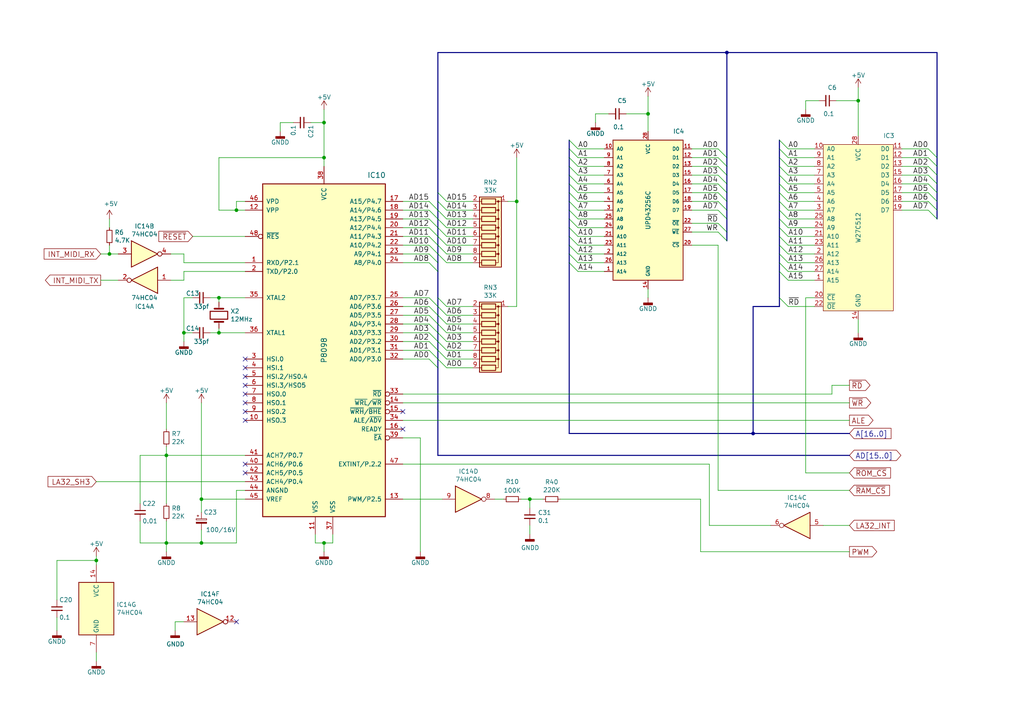
<source format=kicad_sch>
(kicad_sch (version 20211123) (generator eeschema)

  (uuid d547ab08-9a5d-4bc3-bdc6-eb70399817c6)

  (paper "A4")

  (title_block
    (title "LAPC-I Clone")
  )

  (lib_symbols
    (symbol "74xx:74HC04" (in_bom yes) (on_board yes)
      (property "Reference" "U" (id 0) (at 0 1.27 0)
        (effects (font (size 1.27 1.27)))
      )
      (property "Value" "74HC04" (id 1) (at 0 -1.27 0)
        (effects (font (size 1.27 1.27)))
      )
      (property "Footprint" "" (id 2) (at 0 0 0)
        (effects (font (size 1.27 1.27)) hide)
      )
      (property "Datasheet" "https://assets.nexperia.com/documents/data-sheet/74HC_HCT04.pdf" (id 3) (at 0 0 0)
        (effects (font (size 1.27 1.27)) hide)
      )
      (property "ki_locked" "" (id 4) (at 0 0 0)
        (effects (font (size 1.27 1.27)))
      )
      (property "ki_keywords" "HCMOS not inv" (id 5) (at 0 0 0)
        (effects (font (size 1.27 1.27)) hide)
      )
      (property "ki_description" "Hex Inverter" (id 6) (at 0 0 0)
        (effects (font (size 1.27 1.27)) hide)
      )
      (property "ki_fp_filters" "DIP*W7.62mm* SSOP?14* TSSOP?14*" (id 7) (at 0 0 0)
        (effects (font (size 1.27 1.27)) hide)
      )
      (symbol "74HC04_1_0"
        (polyline
          (pts
            (xy -3.81 3.81)
            (xy -3.81 -3.81)
            (xy 3.81 0)
            (xy -3.81 3.81)
          )
          (stroke (width 0.254) (type default) (color 0 0 0 0))
          (fill (type background))
        )
        (pin input line (at -7.62 0 0) (length 3.81)
          (name "~" (effects (font (size 1.27 1.27))))
          (number "1" (effects (font (size 1.27 1.27))))
        )
        (pin output inverted (at 7.62 0 180) (length 3.81)
          (name "~" (effects (font (size 1.27 1.27))))
          (number "2" (effects (font (size 1.27 1.27))))
        )
      )
      (symbol "74HC04_2_0"
        (polyline
          (pts
            (xy -3.81 3.81)
            (xy -3.81 -3.81)
            (xy 3.81 0)
            (xy -3.81 3.81)
          )
          (stroke (width 0.254) (type default) (color 0 0 0 0))
          (fill (type background))
        )
        (pin input line (at -7.62 0 0) (length 3.81)
          (name "~" (effects (font (size 1.27 1.27))))
          (number "3" (effects (font (size 1.27 1.27))))
        )
        (pin output inverted (at 7.62 0 180) (length 3.81)
          (name "~" (effects (font (size 1.27 1.27))))
          (number "4" (effects (font (size 1.27 1.27))))
        )
      )
      (symbol "74HC04_3_0"
        (polyline
          (pts
            (xy -3.81 3.81)
            (xy -3.81 -3.81)
            (xy 3.81 0)
            (xy -3.81 3.81)
          )
          (stroke (width 0.254) (type default) (color 0 0 0 0))
          (fill (type background))
        )
        (pin input line (at -7.62 0 0) (length 3.81)
          (name "~" (effects (font (size 1.27 1.27))))
          (number "5" (effects (font (size 1.27 1.27))))
        )
        (pin output inverted (at 7.62 0 180) (length 3.81)
          (name "~" (effects (font (size 1.27 1.27))))
          (number "6" (effects (font (size 1.27 1.27))))
        )
      )
      (symbol "74HC04_4_0"
        (polyline
          (pts
            (xy -3.81 3.81)
            (xy -3.81 -3.81)
            (xy 3.81 0)
            (xy -3.81 3.81)
          )
          (stroke (width 0.254) (type default) (color 0 0 0 0))
          (fill (type background))
        )
        (pin output inverted (at 7.62 0 180) (length 3.81)
          (name "~" (effects (font (size 1.27 1.27))))
          (number "8" (effects (font (size 1.27 1.27))))
        )
        (pin input line (at -7.62 0 0) (length 3.81)
          (name "~" (effects (font (size 1.27 1.27))))
          (number "9" (effects (font (size 1.27 1.27))))
        )
      )
      (symbol "74HC04_5_0"
        (polyline
          (pts
            (xy -3.81 3.81)
            (xy -3.81 -3.81)
            (xy 3.81 0)
            (xy -3.81 3.81)
          )
          (stroke (width 0.254) (type default) (color 0 0 0 0))
          (fill (type background))
        )
        (pin output inverted (at 7.62 0 180) (length 3.81)
          (name "~" (effects (font (size 1.27 1.27))))
          (number "10" (effects (font (size 1.27 1.27))))
        )
        (pin input line (at -7.62 0 0) (length 3.81)
          (name "~" (effects (font (size 1.27 1.27))))
          (number "11" (effects (font (size 1.27 1.27))))
        )
      )
      (symbol "74HC04_6_0"
        (polyline
          (pts
            (xy -3.81 3.81)
            (xy -3.81 -3.81)
            (xy 3.81 0)
            (xy -3.81 3.81)
          )
          (stroke (width 0.254) (type default) (color 0 0 0 0))
          (fill (type background))
        )
        (pin output inverted (at 7.62 0 180) (length 3.81)
          (name "~" (effects (font (size 1.27 1.27))))
          (number "12" (effects (font (size 1.27 1.27))))
        )
        (pin input line (at -7.62 0 0) (length 3.81)
          (name "~" (effects (font (size 1.27 1.27))))
          (number "13" (effects (font (size 1.27 1.27))))
        )
      )
      (symbol "74HC04_7_0"
        (pin power_in line (at 0 12.7 270) (length 5.08)
          (name "VCC" (effects (font (size 1.27 1.27))))
          (number "14" (effects (font (size 1.27 1.27))))
        )
        (pin power_in line (at 0 -12.7 90) (length 5.08)
          (name "GND" (effects (font (size 1.27 1.27))))
          (number "7" (effects (font (size 1.27 1.27))))
        )
      )
      (symbol "74HC04_7_1"
        (rectangle (start -5.08 7.62) (end 5.08 -7.62)
          (stroke (width 0.254) (type default) (color 0 0 0 0))
          (fill (type background))
        )
      )
    )
    (symbol "Device:CP_Small" (pin_numbers hide) (pin_names (offset 0.254) hide) (in_bom yes) (on_board yes)
      (property "Reference" "C" (id 0) (at 0.254 1.778 0)
        (effects (font (size 1.27 1.27)) (justify left))
      )
      (property "Value" "Device_CP_Small" (id 1) (at 0.254 -2.032 0)
        (effects (font (size 1.27 1.27)) (justify left))
      )
      (property "Footprint" "" (id 2) (at 0 0 0)
        (effects (font (size 1.27 1.27)) hide)
      )
      (property "Datasheet" "" (id 3) (at 0 0 0)
        (effects (font (size 1.27 1.27)) hide)
      )
      (property "ki_fp_filters" "CP_*" (id 4) (at 0 0 0)
        (effects (font (size 1.27 1.27)) hide)
      )
      (symbol "CP_Small_0_1"
        (rectangle (start -1.524 -0.3048) (end 1.524 -0.6858)
          (stroke (width 0) (type default) (color 0 0 0 0))
          (fill (type outline))
        )
        (rectangle (start -1.524 0.6858) (end 1.524 0.3048)
          (stroke (width 0) (type default) (color 0 0 0 0))
          (fill (type none))
        )
        (polyline
          (pts
            (xy -1.27 1.524)
            (xy -0.762 1.524)
          )
          (stroke (width 0) (type default) (color 0 0 0 0))
          (fill (type none))
        )
        (polyline
          (pts
            (xy -1.016 1.27)
            (xy -1.016 1.778)
          )
          (stroke (width 0) (type default) (color 0 0 0 0))
          (fill (type none))
        )
      )
      (symbol "CP_Small_1_1"
        (pin passive line (at 0 2.54 270) (length 1.8542)
          (name "~" (effects (font (size 1.27 1.27))))
          (number "1" (effects (font (size 1.27 1.27))))
        )
        (pin passive line (at 0 -2.54 90) (length 1.8542)
          (name "~" (effects (font (size 1.27 1.27))))
          (number "2" (effects (font (size 1.27 1.27))))
        )
      )
    )
    (symbol "Device:C_Small" (pin_numbers hide) (pin_names (offset 0.254) hide) (in_bom yes) (on_board yes)
      (property "Reference" "C" (id 0) (at 0.254 1.778 0)
        (effects (font (size 1.27 1.27)) (justify left))
      )
      (property "Value" "C_Small" (id 1) (at 0.254 -2.032 0)
        (effects (font (size 1.27 1.27)) (justify left))
      )
      (property "Footprint" "" (id 2) (at 0 0 0)
        (effects (font (size 1.27 1.27)) hide)
      )
      (property "Datasheet" "~" (id 3) (at 0 0 0)
        (effects (font (size 1.27 1.27)) hide)
      )
      (property "ki_keywords" "capacitor cap" (id 4) (at 0 0 0)
        (effects (font (size 1.27 1.27)) hide)
      )
      (property "ki_description" "Unpolarized capacitor, small symbol" (id 5) (at 0 0 0)
        (effects (font (size 1.27 1.27)) hide)
      )
      (property "ki_fp_filters" "C_*" (id 6) (at 0 0 0)
        (effects (font (size 1.27 1.27)) hide)
      )
      (symbol "C_Small_0_1"
        (polyline
          (pts
            (xy -1.524 -0.508)
            (xy 1.524 -0.508)
          )
          (stroke (width 0.3302) (type default) (color 0 0 0 0))
          (fill (type none))
        )
        (polyline
          (pts
            (xy -1.524 0.508)
            (xy 1.524 0.508)
          )
          (stroke (width 0.3048) (type default) (color 0 0 0 0))
          (fill (type none))
        )
      )
      (symbol "C_Small_1_1"
        (pin passive line (at 0 2.54 270) (length 2.032)
          (name "~" (effects (font (size 1.27 1.27))))
          (number "1" (effects (font (size 1.27 1.27))))
        )
        (pin passive line (at 0 -2.54 90) (length 2.032)
          (name "~" (effects (font (size 1.27 1.27))))
          (number "2" (effects (font (size 1.27 1.27))))
        )
      )
    )
    (symbol "Device:Crystal" (pin_numbers hide) (pin_names (offset 1.016) hide) (in_bom yes) (on_board yes)
      (property "Reference" "Y" (id 0) (at 0 3.81 0)
        (effects (font (size 1.27 1.27)))
      )
      (property "Value" "Crystal" (id 1) (at 0 -3.81 0)
        (effects (font (size 1.27 1.27)))
      )
      (property "Footprint" "" (id 2) (at 0 0 0)
        (effects (font (size 1.27 1.27)) hide)
      )
      (property "Datasheet" "~" (id 3) (at 0 0 0)
        (effects (font (size 1.27 1.27)) hide)
      )
      (property "ki_keywords" "quartz ceramic resonator oscillator" (id 4) (at 0 0 0)
        (effects (font (size 1.27 1.27)) hide)
      )
      (property "ki_description" "Two pin crystal" (id 5) (at 0 0 0)
        (effects (font (size 1.27 1.27)) hide)
      )
      (property "ki_fp_filters" "Crystal*" (id 6) (at 0 0 0)
        (effects (font (size 1.27 1.27)) hide)
      )
      (symbol "Crystal_0_1"
        (rectangle (start -1.143 2.54) (end 1.143 -2.54)
          (stroke (width 0.3048) (type default) (color 0 0 0 0))
          (fill (type none))
        )
        (polyline
          (pts
            (xy -2.54 0)
            (xy -1.905 0)
          )
          (stroke (width 0) (type default) (color 0 0 0 0))
          (fill (type none))
        )
        (polyline
          (pts
            (xy -1.905 -1.27)
            (xy -1.905 1.27)
          )
          (stroke (width 0.508) (type default) (color 0 0 0 0))
          (fill (type none))
        )
        (polyline
          (pts
            (xy 1.905 -1.27)
            (xy 1.905 1.27)
          )
          (stroke (width 0.508) (type default) (color 0 0 0 0))
          (fill (type none))
        )
        (polyline
          (pts
            (xy 2.54 0)
            (xy 1.905 0)
          )
          (stroke (width 0) (type default) (color 0 0 0 0))
          (fill (type none))
        )
      )
      (symbol "Crystal_1_1"
        (pin passive line (at -3.81 0 0) (length 1.27)
          (name "1" (effects (font (size 1.27 1.27))))
          (number "1" (effects (font (size 1.27 1.27))))
        )
        (pin passive line (at 3.81 0 180) (length 1.27)
          (name "2" (effects (font (size 1.27 1.27))))
          (number "2" (effects (font (size 1.27 1.27))))
        )
      )
    )
    (symbol "Device:R_Network08" (pin_names (offset 0) hide) (in_bom yes) (on_board yes)
      (property "Reference" "RN" (id 0) (at -12.7 0 90)
        (effects (font (size 1.27 1.27)))
      )
      (property "Value" "R_Network08" (id 1) (at 10.16 0 90)
        (effects (font (size 1.27 1.27)))
      )
      (property "Footprint" "Resistor_THT:R_Array_SIP9" (id 2) (at 12.065 0 90)
        (effects (font (size 1.27 1.27)) hide)
      )
      (property "Datasheet" "http://www.vishay.com/docs/31509/csc.pdf" (id 3) (at 0 0 0)
        (effects (font (size 1.27 1.27)) hide)
      )
      (property "ki_keywords" "R network star-topology" (id 4) (at 0 0 0)
        (effects (font (size 1.27 1.27)) hide)
      )
      (property "ki_description" "8 resistor network, star topology, bussed resistors, small symbol" (id 5) (at 0 0 0)
        (effects (font (size 1.27 1.27)) hide)
      )
      (property "ki_fp_filters" "R?Array?SIP*" (id 6) (at 0 0 0)
        (effects (font (size 1.27 1.27)) hide)
      )
      (symbol "R_Network08_0_1"
        (rectangle (start -11.43 -3.175) (end 8.89 3.175)
          (stroke (width 0.254) (type default) (color 0 0 0 0))
          (fill (type background))
        )
        (rectangle (start -10.922 1.524) (end -9.398 -2.54)
          (stroke (width 0.254) (type default) (color 0 0 0 0))
          (fill (type none))
        )
        (circle (center -10.16 2.286) (radius 0.254)
          (stroke (width 0) (type default) (color 0 0 0 0))
          (fill (type outline))
        )
        (rectangle (start -8.382 1.524) (end -6.858 -2.54)
          (stroke (width 0.254) (type default) (color 0 0 0 0))
          (fill (type none))
        )
        (circle (center -7.62 2.286) (radius 0.254)
          (stroke (width 0) (type default) (color 0 0 0 0))
          (fill (type outline))
        )
        (rectangle (start -5.842 1.524) (end -4.318 -2.54)
          (stroke (width 0.254) (type default) (color 0 0 0 0))
          (fill (type none))
        )
        (circle (center -5.08 2.286) (radius 0.254)
          (stroke (width 0) (type default) (color 0 0 0 0))
          (fill (type outline))
        )
        (rectangle (start -3.302 1.524) (end -1.778 -2.54)
          (stroke (width 0.254) (type default) (color 0 0 0 0))
          (fill (type none))
        )
        (circle (center -2.54 2.286) (radius 0.254)
          (stroke (width 0) (type default) (color 0 0 0 0))
          (fill (type outline))
        )
        (rectangle (start -0.762 1.524) (end 0.762 -2.54)
          (stroke (width 0.254) (type default) (color 0 0 0 0))
          (fill (type none))
        )
        (polyline
          (pts
            (xy -10.16 -2.54)
            (xy -10.16 -3.81)
          )
          (stroke (width 0) (type default) (color 0 0 0 0))
          (fill (type none))
        )
        (polyline
          (pts
            (xy -7.62 -2.54)
            (xy -7.62 -3.81)
          )
          (stroke (width 0) (type default) (color 0 0 0 0))
          (fill (type none))
        )
        (polyline
          (pts
            (xy -5.08 -2.54)
            (xy -5.08 -3.81)
          )
          (stroke (width 0) (type default) (color 0 0 0 0))
          (fill (type none))
        )
        (polyline
          (pts
            (xy -2.54 -2.54)
            (xy -2.54 -3.81)
          )
          (stroke (width 0) (type default) (color 0 0 0 0))
          (fill (type none))
        )
        (polyline
          (pts
            (xy 0 -2.54)
            (xy 0 -3.81)
          )
          (stroke (width 0) (type default) (color 0 0 0 0))
          (fill (type none))
        )
        (polyline
          (pts
            (xy 2.54 -2.54)
            (xy 2.54 -3.81)
          )
          (stroke (width 0) (type default) (color 0 0 0 0))
          (fill (type none))
        )
        (polyline
          (pts
            (xy 5.08 -2.54)
            (xy 5.08 -3.81)
          )
          (stroke (width 0) (type default) (color 0 0 0 0))
          (fill (type none))
        )
        (polyline
          (pts
            (xy 7.62 -2.54)
            (xy 7.62 -3.81)
          )
          (stroke (width 0) (type default) (color 0 0 0 0))
          (fill (type none))
        )
        (polyline
          (pts
            (xy -10.16 1.524)
            (xy -10.16 2.286)
            (xy -7.62 2.286)
            (xy -7.62 1.524)
          )
          (stroke (width 0) (type default) (color 0 0 0 0))
          (fill (type none))
        )
        (polyline
          (pts
            (xy -7.62 1.524)
            (xy -7.62 2.286)
            (xy -5.08 2.286)
            (xy -5.08 1.524)
          )
          (stroke (width 0) (type default) (color 0 0 0 0))
          (fill (type none))
        )
        (polyline
          (pts
            (xy -5.08 1.524)
            (xy -5.08 2.286)
            (xy -2.54 2.286)
            (xy -2.54 1.524)
          )
          (stroke (width 0) (type default) (color 0 0 0 0))
          (fill (type none))
        )
        (polyline
          (pts
            (xy -2.54 1.524)
            (xy -2.54 2.286)
            (xy 0 2.286)
            (xy 0 1.524)
          )
          (stroke (width 0) (type default) (color 0 0 0 0))
          (fill (type none))
        )
        (polyline
          (pts
            (xy 0 1.524)
            (xy 0 2.286)
            (xy 2.54 2.286)
            (xy 2.54 1.524)
          )
          (stroke (width 0) (type default) (color 0 0 0 0))
          (fill (type none))
        )
        (polyline
          (pts
            (xy 2.54 1.524)
            (xy 2.54 2.286)
            (xy 5.08 2.286)
            (xy 5.08 1.524)
          )
          (stroke (width 0) (type default) (color 0 0 0 0))
          (fill (type none))
        )
        (polyline
          (pts
            (xy 5.08 1.524)
            (xy 5.08 2.286)
            (xy 7.62 2.286)
            (xy 7.62 1.524)
          )
          (stroke (width 0) (type default) (color 0 0 0 0))
          (fill (type none))
        )
        (circle (center 0 2.286) (radius 0.254)
          (stroke (width 0) (type default) (color 0 0 0 0))
          (fill (type outline))
        )
        (rectangle (start 1.778 1.524) (end 3.302 -2.54)
          (stroke (width 0.254) (type default) (color 0 0 0 0))
          (fill (type none))
        )
        (circle (center 2.54 2.286) (radius 0.254)
          (stroke (width 0) (type default) (color 0 0 0 0))
          (fill (type outline))
        )
        (rectangle (start 4.318 1.524) (end 5.842 -2.54)
          (stroke (width 0.254) (type default) (color 0 0 0 0))
          (fill (type none))
        )
        (circle (center 5.08 2.286) (radius 0.254)
          (stroke (width 0) (type default) (color 0 0 0 0))
          (fill (type outline))
        )
        (rectangle (start 6.858 1.524) (end 8.382 -2.54)
          (stroke (width 0.254) (type default) (color 0 0 0 0))
          (fill (type none))
        )
      )
      (symbol "R_Network08_1_1"
        (pin passive line (at -10.16 5.08 270) (length 2.54)
          (name "common" (effects (font (size 1.27 1.27))))
          (number "1" (effects (font (size 1.27 1.27))))
        )
        (pin passive line (at -10.16 -5.08 90) (length 1.27)
          (name "R1" (effects (font (size 1.27 1.27))))
          (number "2" (effects (font (size 1.27 1.27))))
        )
        (pin passive line (at -7.62 -5.08 90) (length 1.27)
          (name "R2" (effects (font (size 1.27 1.27))))
          (number "3" (effects (font (size 1.27 1.27))))
        )
        (pin passive line (at -5.08 -5.08 90) (length 1.27)
          (name "R3" (effects (font (size 1.27 1.27))))
          (number "4" (effects (font (size 1.27 1.27))))
        )
        (pin passive line (at -2.54 -5.08 90) (length 1.27)
          (name "R4" (effects (font (size 1.27 1.27))))
          (number "5" (effects (font (size 1.27 1.27))))
        )
        (pin passive line (at 0 -5.08 90) (length 1.27)
          (name "R5" (effects (font (size 1.27 1.27))))
          (number "6" (effects (font (size 1.27 1.27))))
        )
        (pin passive line (at 2.54 -5.08 90) (length 1.27)
          (name "R6" (effects (font (size 1.27 1.27))))
          (number "7" (effects (font (size 1.27 1.27))))
        )
        (pin passive line (at 5.08 -5.08 90) (length 1.27)
          (name "R7" (effects (font (size 1.27 1.27))))
          (number "8" (effects (font (size 1.27 1.27))))
        )
        (pin passive line (at 7.62 -5.08 90) (length 1.27)
          (name "R8" (effects (font (size 1.27 1.27))))
          (number "9" (effects (font (size 1.27 1.27))))
        )
      )
    )
    (symbol "Device:R_Small" (pin_numbers hide) (pin_names (offset 0.254) hide) (in_bom yes) (on_board yes)
      (property "Reference" "R" (id 0) (at 0.762 0.508 0)
        (effects (font (size 1.27 1.27)) (justify left))
      )
      (property "Value" "R_Small" (id 1) (at 0.762 -1.016 0)
        (effects (font (size 1.27 1.27)) (justify left))
      )
      (property "Footprint" "" (id 2) (at 0 0 0)
        (effects (font (size 1.27 1.27)) hide)
      )
      (property "Datasheet" "~" (id 3) (at 0 0 0)
        (effects (font (size 1.27 1.27)) hide)
      )
      (property "ki_keywords" "R resistor" (id 4) (at 0 0 0)
        (effects (font (size 1.27 1.27)) hide)
      )
      (property "ki_description" "Resistor, small symbol" (id 5) (at 0 0 0)
        (effects (font (size 1.27 1.27)) hide)
      )
      (property "ki_fp_filters" "R_*" (id 6) (at 0 0 0)
        (effects (font (size 1.27 1.27)) hide)
      )
      (symbol "R_Small_0_1"
        (rectangle (start -0.762 1.778) (end 0.762 -1.778)
          (stroke (width 0.2032) (type default) (color 0 0 0 0))
          (fill (type none))
        )
      )
      (symbol "R_Small_1_1"
        (pin passive line (at 0 2.54 270) (length 0.762)
          (name "~" (effects (font (size 1.27 1.27))))
          (number "1" (effects (font (size 1.27 1.27))))
        )
        (pin passive line (at 0 -2.54 90) (length 0.762)
          (name "~" (effects (font (size 1.27 1.27))))
          (number "2" (effects (font (size 1.27 1.27))))
        )
      )
    )
    (symbol "lapci_clone:809x-DIP48" (pin_names (offset 1.016)) (in_bom yes) (on_board yes)
      (property "Reference" "U" (id 0) (at 15.24 -50.8 0)
        (effects (font (size 1.524 1.524)))
      )
      (property "Value" "809x-DIP48" (id 1) (at 0 0 90)
        (effects (font (size 1.524 1.524)))
      )
      (property "Footprint" "" (id 2) (at 0 -33.02 0)
        (effects (font (size 1.524 1.524)) hide)
      )
      (property "Datasheet" "" (id 3) (at 0 -33.02 0)
        (effects (font (size 1.524 1.524)) hide)
      )
      (property "ki_fp_filters" "DIP48" (id 4) (at 0 0 0)
        (effects (font (size 1.27 1.27)) hide)
      )
      (symbol "809x-DIP48_0_1"
        (rectangle (start -17.78 48.26) (end 17.78 -48.26)
          (stroke (width 0.3048) (type default) (color 0 0 0 0))
          (fill (type background))
        )
      )
      (symbol "809x-DIP48_1_1"
        (pin bidirectional line (at -22.86 25.4 0) (length 5.08)
          (name "RXD/P2.1" (effects (font (size 1.27 1.27))))
          (number "1" (effects (font (size 1.27 1.27))))
        )
        (pin output line (at -22.86 -20.32 0) (length 5.08)
          (name "HSO.3" (effects (font (size 1.27 1.27))))
          (number "10" (effects (font (size 1.27 1.27))))
        )
        (pin power_in line (at -2.54 -53.34 90) (length 5.08)
          (name "VSS" (effects (font (size 1.27 1.27))))
          (number "11" (effects (font (size 1.27 1.27))))
        )
        (pin power_in line (at -22.86 40.64 0) (length 5.08)
          (name "VPP" (effects (font (size 1.27 1.27))))
          (number "12" (effects (font (size 1.27 1.27))))
        )
        (pin bidirectional line (at 22.86 -43.18 180) (length 5.08)
          (name "PWM/P2.5" (effects (font (size 1.27 1.27))))
          (number "13" (effects (font (size 1.27 1.27))))
        )
        (pin output inverted (at 22.86 -15.24 180) (length 5.08)
          (name "~{WRL}/~{WR}" (effects (font (size 1.27 1.27))))
          (number "14" (effects (font (size 1.27 1.27))))
        )
        (pin output inverted (at 22.86 -17.78 180) (length 5.08)
          (name "~{WRH}/~{BHE}" (effects (font (size 1.27 1.27))))
          (number "15" (effects (font (size 1.27 1.27))))
        )
        (pin input line (at 22.86 -22.86 180) (length 5.08)
          (name "READY" (effects (font (size 1.27 1.27))))
          (number "16" (effects (font (size 1.27 1.27))))
        )
        (pin bidirectional line (at 22.86 43.18 180) (length 5.08)
          (name "A15/P4.7" (effects (font (size 1.27 1.27))))
          (number "17" (effects (font (size 1.27 1.27))))
        )
        (pin bidirectional line (at 22.86 40.64 180) (length 5.08)
          (name "A14/P4.6" (effects (font (size 1.27 1.27))))
          (number "18" (effects (font (size 1.27 1.27))))
        )
        (pin bidirectional line (at 22.86 38.1 180) (length 5.08)
          (name "A13/P4.5" (effects (font (size 1.27 1.27))))
          (number "19" (effects (font (size 1.27 1.27))))
        )
        (pin bidirectional line (at -22.86 22.86 0) (length 5.08)
          (name "TXD/P2.0" (effects (font (size 1.27 1.27))))
          (number "2" (effects (font (size 1.27 1.27))))
        )
        (pin bidirectional line (at 22.86 35.56 180) (length 5.08)
          (name "A12/P4.4" (effects (font (size 1.27 1.27))))
          (number "20" (effects (font (size 1.27 1.27))))
        )
        (pin bidirectional line (at 22.86 33.02 180) (length 5.08)
          (name "A11/P4.3" (effects (font (size 1.27 1.27))))
          (number "21" (effects (font (size 1.27 1.27))))
        )
        (pin bidirectional line (at 22.86 30.48 180) (length 5.08)
          (name "A10/P4.2" (effects (font (size 1.27 1.27))))
          (number "22" (effects (font (size 1.27 1.27))))
        )
        (pin bidirectional line (at 22.86 27.94 180) (length 5.08)
          (name "A9/P4.1" (effects (font (size 1.27 1.27))))
          (number "23" (effects (font (size 1.27 1.27))))
        )
        (pin bidirectional line (at 22.86 25.4 180) (length 5.08)
          (name "A8/P4.0" (effects (font (size 1.27 1.27))))
          (number "24" (effects (font (size 1.27 1.27))))
        )
        (pin bidirectional line (at 22.86 15.24 180) (length 5.08)
          (name "AD7/P3.7" (effects (font (size 1.27 1.27))))
          (number "25" (effects (font (size 1.27 1.27))))
        )
        (pin bidirectional line (at 22.86 12.7 180) (length 5.08)
          (name "AD6/P3.6" (effects (font (size 1.27 1.27))))
          (number "26" (effects (font (size 1.27 1.27))))
        )
        (pin bidirectional line (at 22.86 10.16 180) (length 5.08)
          (name "AD5/P3.5" (effects (font (size 1.27 1.27))))
          (number "27" (effects (font (size 1.27 1.27))))
        )
        (pin bidirectional line (at 22.86 7.62 180) (length 5.08)
          (name "AD4/P3.4" (effects (font (size 1.27 1.27))))
          (number "28" (effects (font (size 1.27 1.27))))
        )
        (pin bidirectional line (at 22.86 5.08 180) (length 5.08)
          (name "AD3/P3.3" (effects (font (size 1.27 1.27))))
          (number "29" (effects (font (size 1.27 1.27))))
        )
        (pin input line (at -22.86 -2.54 0) (length 5.08)
          (name "HSI.0" (effects (font (size 1.27 1.27))))
          (number "3" (effects (font (size 1.27 1.27))))
        )
        (pin bidirectional line (at 22.86 2.54 180) (length 5.08)
          (name "AD2/P3.2" (effects (font (size 1.27 1.27))))
          (number "30" (effects (font (size 1.27 1.27))))
        )
        (pin bidirectional line (at 22.86 0 180) (length 5.08)
          (name "AD1/P3.1" (effects (font (size 1.27 1.27))))
          (number "31" (effects (font (size 1.27 1.27))))
        )
        (pin bidirectional line (at 22.86 -2.54 180) (length 5.08)
          (name "AD0/P3.0" (effects (font (size 1.27 1.27))))
          (number "32" (effects (font (size 1.27 1.27))))
        )
        (pin output inverted (at 22.86 -12.7 180) (length 5.08)
          (name "~{RD}" (effects (font (size 1.27 1.27))))
          (number "33" (effects (font (size 1.27 1.27))))
        )
        (pin output line (at 22.86 -20.32 180) (length 5.08)
          (name "ALE/~{ADV}" (effects (font (size 1.27 1.27))))
          (number "34" (effects (font (size 1.27 1.27))))
        )
        (pin passive line (at -22.86 15.24 0) (length 5.08)
          (name "XTAL2" (effects (font (size 1.27 1.27))))
          (number "35" (effects (font (size 1.27 1.27))))
        )
        (pin passive line (at -22.86 5.08 0) (length 5.08)
          (name "XTAL1" (effects (font (size 1.27 1.27))))
          (number "36" (effects (font (size 1.27 1.27))))
        )
        (pin power_in line (at 2.54 -53.34 90) (length 5.08)
          (name "VSS" (effects (font (size 1.27 1.27))))
          (number "37" (effects (font (size 1.27 1.27))))
        )
        (pin power_in line (at 0 53.34 270) (length 5.08)
          (name "VCC" (effects (font (size 1.27 1.27))))
          (number "38" (effects (font (size 1.27 1.27))))
        )
        (pin input inverted (at 22.86 -25.4 180) (length 5.08)
          (name "~{EA}" (effects (font (size 1.27 1.27))))
          (number "39" (effects (font (size 1.27 1.27))))
        )
        (pin input line (at -22.86 -5.08 0) (length 5.08)
          (name "HSI.1" (effects (font (size 1.27 1.27))))
          (number "4" (effects (font (size 1.27 1.27))))
        )
        (pin bidirectional line (at -22.86 -33.02 0) (length 5.08)
          (name "ACH6/P0.6" (effects (font (size 1.27 1.27))))
          (number "40" (effects (font (size 1.27 1.27))))
        )
        (pin bidirectional line (at -22.86 -30.48 0) (length 5.08)
          (name "ACH7/P0.7" (effects (font (size 1.27 1.27))))
          (number "41" (effects (font (size 1.27 1.27))))
        )
        (pin bidirectional line (at -22.86 -35.56 0) (length 5.08)
          (name "ACH5/P0.5" (effects (font (size 1.27 1.27))))
          (number "42" (effects (font (size 1.27 1.27))))
        )
        (pin bidirectional line (at -22.86 -38.1 0) (length 5.08)
          (name "ACH4/P0.4" (effects (font (size 1.27 1.27))))
          (number "43" (effects (font (size 1.27 1.27))))
        )
        (pin power_in line (at -22.86 -40.64 0) (length 5.08)
          (name "ANGND" (effects (font (size 1.27 1.27))))
          (number "44" (effects (font (size 1.27 1.27))))
        )
        (pin power_in line (at -22.86 -43.18 0) (length 5.08)
          (name "VREF" (effects (font (size 1.27 1.27))))
          (number "45" (effects (font (size 1.27 1.27))))
        )
        (pin power_in line (at -22.86 43.18 0) (length 5.08)
          (name "VPD" (effects (font (size 1.27 1.27))))
          (number "46" (effects (font (size 1.27 1.27))))
        )
        (pin bidirectional line (at 22.86 -33.02 180) (length 5.08)
          (name "EXTINT/P.2.2" (effects (font (size 1.27 1.27))))
          (number "47" (effects (font (size 1.27 1.27))))
        )
        (pin input inverted (at -22.86 33.02 0) (length 5.08)
          (name "~{RES}" (effects (font (size 1.27 1.27))))
          (number "48" (effects (font (size 1.27 1.27))))
        )
        (pin bidirectional line (at -22.86 -7.62 0) (length 5.08)
          (name "HSI.2/HS0.4" (effects (font (size 1.27 1.27))))
          (number "5" (effects (font (size 1.27 1.27))))
        )
        (pin bidirectional line (at -22.86 -10.16 0) (length 5.08)
          (name "HSI.3/HSO5" (effects (font (size 1.27 1.27))))
          (number "6" (effects (font (size 1.27 1.27))))
        )
        (pin output line (at -22.86 -12.7 0) (length 5.08)
          (name "HSO.0" (effects (font (size 1.27 1.27))))
          (number "7" (effects (font (size 1.27 1.27))))
        )
        (pin output line (at -22.86 -15.24 0) (length 5.08)
          (name "HSO.1" (effects (font (size 1.27 1.27))))
          (number "8" (effects (font (size 1.27 1.27))))
        )
        (pin output line (at -22.86 -17.78 0) (length 5.08)
          (name "HS0.2" (effects (font (size 1.27 1.27))))
          (number "9" (effects (font (size 1.27 1.27))))
        )
      )
    )
    (symbol "lapci_clone:UPD43256C" (pin_names (offset 1.016)) (in_bom yes) (on_board yes)
      (property "Reference" "U" (id 0) (at -7.62 21.59 0)
        (effects (font (size 1.27 1.27)))
      )
      (property "Value" "UPD43256C" (id 1) (at 10.16 -21.59 0)
        (effects (font (size 1.27 1.27)))
      )
      (property "Footprint" "DIP28" (id 2) (at 0 -1.27 0)
        (effects (font (size 1.27 1.27) italic) hide)
      )
      (property "Datasheet" "" (id 3) (at 0 -1.27 0)
        (effects (font (size 1.27 1.27)) hide)
      )
      (property "ki_fp_filters" "DIP28*" (id 4) (at 0 0 0)
        (effects (font (size 1.27 1.27)) hide)
      )
      (symbol "UPD43256C_0_0"
        (pin power_in line (at 0 -22.86 90) (length 2.54)
          (name "GND" (effects (font (size 1.016 1.016))))
          (number "14" (effects (font (size 1.016 1.016))))
        )
        (pin power_in line (at 0 22.86 270) (length 2.54)
          (name "VCC" (effects (font (size 1.016 1.016))))
          (number "28" (effects (font (size 1.016 1.016))))
        )
      )
      (symbol "UPD43256C_0_1"
        (rectangle (start -10.16 20.32) (end 10.16 -20.32)
          (stroke (width 0.254) (type default) (color 0 0 0 0))
          (fill (type background))
        )
      )
      (symbol "UPD43256C_1_1"
        (pin input line (at -12.7 -17.78 0) (length 2.54)
          (name "A14" (effects (font (size 1.016 1.016))))
          (number "1" (effects (font (size 1.016 1.016))))
        )
        (pin input line (at -12.7 17.78 0) (length 2.54)
          (name "A0" (effects (font (size 1.016 1.016))))
          (number "10" (effects (font (size 1.016 1.016))))
        )
        (pin tri_state line (at 12.7 17.78 180) (length 2.54)
          (name "D0" (effects (font (size 1.016 1.016))))
          (number "11" (effects (font (size 1.016 1.016))))
        )
        (pin tri_state line (at 12.7 15.24 180) (length 2.54)
          (name "D1" (effects (font (size 1.016 1.016))))
          (number "12" (effects (font (size 1.016 1.016))))
        )
        (pin tri_state line (at 12.7 12.7 180) (length 2.54)
          (name "D2" (effects (font (size 1.016 1.016))))
          (number "13" (effects (font (size 1.016 1.016))))
        )
        (pin tri_state line (at 12.7 10.16 180) (length 2.54)
          (name "D3" (effects (font (size 1.016 1.016))))
          (number "15" (effects (font (size 1.016 1.016))))
        )
        (pin tri_state line (at 12.7 7.62 180) (length 2.54)
          (name "D4" (effects (font (size 1.016 1.016))))
          (number "16" (effects (font (size 1.016 1.016))))
        )
        (pin tri_state line (at 12.7 5.08 180) (length 2.54)
          (name "D5" (effects (font (size 1.016 1.016))))
          (number "17" (effects (font (size 1.016 1.016))))
        )
        (pin tri_state line (at 12.7 2.54 180) (length 2.54)
          (name "D6" (effects (font (size 1.016 1.016))))
          (number "18" (effects (font (size 1.016 1.016))))
        )
        (pin tri_state line (at 12.7 0 180) (length 2.54)
          (name "D7" (effects (font (size 1.016 1.016))))
          (number "19" (effects (font (size 1.016 1.016))))
        )
        (pin input line (at -12.7 -12.7 0) (length 2.54)
          (name "A12" (effects (font (size 1.016 1.016))))
          (number "2" (effects (font (size 1.016 1.016))))
        )
        (pin input line (at 12.7 -10.16 180) (length 2.54)
          (name "~{CS}" (effects (font (size 1.016 1.016))))
          (number "20" (effects (font (size 1.016 1.016))))
        )
        (pin input line (at -12.7 -7.62 0) (length 2.54)
          (name "A10" (effects (font (size 1.016 1.016))))
          (number "21" (effects (font (size 1.016 1.016))))
        )
        (pin input line (at 12.7 -3.81 180) (length 2.54)
          (name "~{OE}" (effects (font (size 1.016 1.016))))
          (number "22" (effects (font (size 1.016 1.016))))
        )
        (pin input line (at -12.7 -10.16 0) (length 2.54)
          (name "A11" (effects (font (size 1.016 1.016))))
          (number "23" (effects (font (size 1.016 1.016))))
        )
        (pin input line (at -12.7 -5.08 0) (length 2.54)
          (name "A9" (effects (font (size 1.016 1.016))))
          (number "24" (effects (font (size 1.016 1.016))))
        )
        (pin input line (at -12.7 -2.54 0) (length 2.54)
          (name "A8" (effects (font (size 1.016 1.016))))
          (number "25" (effects (font (size 1.016 1.016))))
        )
        (pin input line (at -12.7 -15.24 0) (length 2.54)
          (name "A13" (effects (font (size 1.016 1.016))))
          (number "26" (effects (font (size 1.016 1.016))))
        )
        (pin input line (at 12.7 -6.35 180) (length 2.54)
          (name "~{WE}" (effects (font (size 1.016 1.016))))
          (number "27" (effects (font (size 1.016 1.016))))
        )
        (pin input line (at -12.7 0 0) (length 2.54)
          (name "A7" (effects (font (size 1.016 1.016))))
          (number "3" (effects (font (size 1.016 1.016))))
        )
        (pin input line (at -12.7 2.54 0) (length 2.54)
          (name "A6" (effects (font (size 1.016 1.016))))
          (number "4" (effects (font (size 1.016 1.016))))
        )
        (pin input line (at -12.7 5.08 0) (length 2.54)
          (name "A5" (effects (font (size 1.016 1.016))))
          (number "5" (effects (font (size 1.016 1.016))))
        )
        (pin input line (at -12.7 7.62 0) (length 2.54)
          (name "A4" (effects (font (size 1.016 1.016))))
          (number "6" (effects (font (size 1.016 1.016))))
        )
        (pin input line (at -12.7 10.16 0) (length 2.54)
          (name "A3" (effects (font (size 1.016 1.016))))
          (number "7" (effects (font (size 1.016 1.016))))
        )
        (pin input line (at -12.7 12.7 0) (length 2.54)
          (name "A2" (effects (font (size 1.016 1.016))))
          (number "8" (effects (font (size 1.016 1.016))))
        )
        (pin input line (at -12.7 15.24 0) (length 2.54)
          (name "A1" (effects (font (size 1.016 1.016))))
          (number "9" (effects (font (size 1.016 1.016))))
        )
      )
    )
    (symbol "lapci_clone:W27C512" (pin_names (offset 1.016)) (in_bom yes) (on_board yes)
      (property "Reference" "U" (id 0) (at -7.62 26.67 0)
        (effects (font (size 1.27 1.27)))
      )
      (property "Value" "W27C512" (id 1) (at 0 0 90)
        (effects (font (size 1.27 1.27)))
      )
      (property "Footprint" "" (id 2) (at 0 0 0)
        (effects (font (size 1.27 1.27)) hide)
      )
      (property "Datasheet" "" (id 3) (at 0 0 0)
        (effects (font (size 1.27 1.27)) hide)
      )
      (symbol "W27C512_0_0"
        (pin power_in line (at 0 -26.67 90) (length 2.54)
          (name "GND" (effects (font (size 1.27 1.27))))
          (number "14" (effects (font (size 1.27 1.27))))
        )
        (pin power_in line (at 0 26.67 270) (length 2.54)
          (name "VCC" (effects (font (size 1.27 1.27))))
          (number "28" (effects (font (size 1.27 1.27))))
        )
      )
      (symbol "W27C512_0_1"
        (rectangle (start -10.16 24.13) (end 10.16 -24.13)
          (stroke (width 0) (type default) (color 0 0 0 0))
          (fill (type background))
        )
      )
      (symbol "W27C512_1_1"
        (pin input line (at -12.7 -15.24 0) (length 2.54)
          (name "A15" (effects (font (size 1.27 1.27))))
          (number "1" (effects (font (size 1.27 1.27))))
        )
        (pin input line (at -12.7 22.86 0) (length 2.54)
          (name "A0" (effects (font (size 1.27 1.27))))
          (number "10" (effects (font (size 1.27 1.27))))
        )
        (pin tri_state line (at 12.7 22.86 180) (length 2.54)
          (name "D0" (effects (font (size 1.27 1.27))))
          (number "11" (effects (font (size 1.27 1.27))))
        )
        (pin tri_state line (at 12.7 20.32 180) (length 2.54)
          (name "D1" (effects (font (size 1.27 1.27))))
          (number "12" (effects (font (size 1.27 1.27))))
        )
        (pin tri_state line (at 12.7 17.78 180) (length 2.54)
          (name "D2" (effects (font (size 1.27 1.27))))
          (number "13" (effects (font (size 1.27 1.27))))
        )
        (pin tri_state line (at 12.7 15.24 180) (length 2.54)
          (name "D3" (effects (font (size 1.27 1.27))))
          (number "15" (effects (font (size 1.27 1.27))))
        )
        (pin tri_state line (at 12.7 12.7 180) (length 2.54)
          (name "D4" (effects (font (size 1.27 1.27))))
          (number "16" (effects (font (size 1.27 1.27))))
        )
        (pin tri_state line (at 12.7 10.16 180) (length 2.54)
          (name "D5" (effects (font (size 1.27 1.27))))
          (number "17" (effects (font (size 1.27 1.27))))
        )
        (pin tri_state line (at 12.7 7.62 180) (length 2.54)
          (name "D6" (effects (font (size 1.27 1.27))))
          (number "18" (effects (font (size 1.27 1.27))))
        )
        (pin tri_state line (at 12.7 5.08 180) (length 2.54)
          (name "D7" (effects (font (size 1.27 1.27))))
          (number "19" (effects (font (size 1.27 1.27))))
        )
        (pin input line (at -12.7 -7.62 0) (length 2.54)
          (name "A12" (effects (font (size 1.27 1.27))))
          (number "2" (effects (font (size 1.27 1.27))))
        )
        (pin input line (at -12.7 -20.32 0) (length 2.54)
          (name "~{CE}" (effects (font (size 1.27 1.27))))
          (number "20" (effects (font (size 1.27 1.27))))
        )
        (pin input line (at -12.7 -2.54 0) (length 2.54)
          (name "A10" (effects (font (size 1.27 1.27))))
          (number "21" (effects (font (size 1.27 1.27))))
        )
        (pin input line (at -12.7 -22.86 0) (length 2.54)
          (name "~{OE}" (effects (font (size 1.27 1.27))))
          (number "22" (effects (font (size 1.27 1.27))))
        )
        (pin input line (at -12.7 -5.08 0) (length 2.54)
          (name "A11" (effects (font (size 1.27 1.27))))
          (number "23" (effects (font (size 1.27 1.27))))
        )
        (pin input line (at -12.7 0 0) (length 2.54)
          (name "A9" (effects (font (size 1.27 1.27))))
          (number "24" (effects (font (size 1.27 1.27))))
        )
        (pin input line (at -12.7 2.54 0) (length 2.54)
          (name "A8" (effects (font (size 1.27 1.27))))
          (number "25" (effects (font (size 1.27 1.27))))
        )
        (pin input line (at -12.7 -10.16 0) (length 2.54)
          (name "A13" (effects (font (size 1.27 1.27))))
          (number "26" (effects (font (size 1.27 1.27))))
        )
        (pin input line (at -12.7 -12.7 0) (length 2.54)
          (name "A14" (effects (font (size 1.27 1.27))))
          (number "27" (effects (font (size 1.27 1.27))))
        )
        (pin input line (at -12.7 5.08 0) (length 2.54)
          (name "A7" (effects (font (size 1.27 1.27))))
          (number "3" (effects (font (size 1.27 1.27))))
        )
        (pin input line (at -12.7 7.62 0) (length 2.54)
          (name "A6" (effects (font (size 1.27 1.27))))
          (number "4" (effects (font (size 1.27 1.27))))
        )
        (pin input line (at -12.7 10.16 0) (length 2.54)
          (name "A5" (effects (font (size 1.27 1.27))))
          (number "5" (effects (font (size 1.27 1.27))))
        )
        (pin input line (at -12.7 12.7 0) (length 2.54)
          (name "A4" (effects (font (size 1.27 1.27))))
          (number "6" (effects (font (size 1.27 1.27))))
        )
        (pin input line (at -12.7 15.24 0) (length 2.54)
          (name "A3" (effects (font (size 1.27 1.27))))
          (number "7" (effects (font (size 1.27 1.27))))
        )
        (pin input line (at -12.7 17.78 0) (length 2.54)
          (name "A2" (effects (font (size 1.27 1.27))))
          (number "8" (effects (font (size 1.27 1.27))))
        )
        (pin input line (at -12.7 20.32 0) (length 2.54)
          (name "A1" (effects (font (size 1.27 1.27))))
          (number "9" (effects (font (size 1.27 1.27))))
        )
      )
    )
    (symbol "power:+5V" (power) (pin_names (offset 0)) (in_bom yes) (on_board yes)
      (property "Reference" "#PWR" (id 0) (at 0 -3.81 0)
        (effects (font (size 1.27 1.27)) hide)
      )
      (property "Value" "+5V" (id 1) (at 0 3.556 0)
        (effects (font (size 1.27 1.27)))
      )
      (property "Footprint" "" (id 2) (at 0 0 0)
        (effects (font (size 1.27 1.27)) hide)
      )
      (property "Datasheet" "" (id 3) (at 0 0 0)
        (effects (font (size 1.27 1.27)) hide)
      )
      (property "ki_keywords" "power-flag" (id 4) (at 0 0 0)
        (effects (font (size 1.27 1.27)) hide)
      )
      (property "ki_description" "Power symbol creates a global label with name \"+5V\"" (id 5) (at 0 0 0)
        (effects (font (size 1.27 1.27)) hide)
      )
      (symbol "+5V_0_1"
        (polyline
          (pts
            (xy -0.762 1.27)
            (xy 0 2.54)
          )
          (stroke (width 0) (type default) (color 0 0 0 0))
          (fill (type none))
        )
        (polyline
          (pts
            (xy 0 0)
            (xy 0 2.54)
          )
          (stroke (width 0) (type default) (color 0 0 0 0))
          (fill (type none))
        )
        (polyline
          (pts
            (xy 0 2.54)
            (xy 0.762 1.27)
          )
          (stroke (width 0) (type default) (color 0 0 0 0))
          (fill (type none))
        )
      )
      (symbol "+5V_1_1"
        (pin power_in line (at 0 0 90) (length 0) hide
          (name "+5V" (effects (font (size 1.27 1.27))))
          (number "1" (effects (font (size 1.27 1.27))))
        )
      )
    )
    (symbol "power:GNDD" (power) (pin_names (offset 0)) (in_bom yes) (on_board yes)
      (property "Reference" "#PWR" (id 0) (at 0 -6.35 0)
        (effects (font (size 1.27 1.27)) hide)
      )
      (property "Value" "GNDD" (id 1) (at 0 -3.175 0)
        (effects (font (size 1.27 1.27)))
      )
      (property "Footprint" "" (id 2) (at 0 0 0)
        (effects (font (size 1.27 1.27)) hide)
      )
      (property "Datasheet" "" (id 3) (at 0 0 0)
        (effects (font (size 1.27 1.27)) hide)
      )
      (property "ki_keywords" "power-flag" (id 4) (at 0 0 0)
        (effects (font (size 1.27 1.27)) hide)
      )
      (property "ki_description" "Power symbol creates a global label with name \"GNDD\" , digital ground" (id 5) (at 0 0 0)
        (effects (font (size 1.27 1.27)) hide)
      )
      (symbol "GNDD_0_1"
        (rectangle (start -1.27 -1.524) (end 1.27 -2.032)
          (stroke (width 0.254) (type default) (color 0 0 0 0))
          (fill (type outline))
        )
        (polyline
          (pts
            (xy 0 0)
            (xy 0 -1.524)
          )
          (stroke (width 0) (type default) (color 0 0 0 0))
          (fill (type none))
        )
      )
      (symbol "GNDD_1_1"
        (pin power_in line (at 0 0 270) (length 0) hide
          (name "GNDD" (effects (font (size 1.27 1.27))))
          (number "1" (effects (font (size 1.27 1.27))))
        )
      )
    )
  )

  (junction (at 31.75 73.66) (diameter 0) (color 0 0 0 0)
    (uuid 117b8cf8-9cfc-4fcf-807b-fcc5fb20a42c)
  )
  (junction (at 93.98 157.48) (diameter 0) (color 0 0 0 0)
    (uuid 15dc4b2e-003f-454e-bdaf-e1febd8c55e0)
  )
  (junction (at 48.26 132.08) (diameter 0) (color 0 0 0 0)
    (uuid 2bcb8eff-5353-49d7-940f-1af0870f1ac9)
  )
  (junction (at 63.5 86.36) (diameter 0) (color 0 0 0 0)
    (uuid 2d2a12db-b659-4807-8426-fec9fa84c156)
  )
  (junction (at 93.98 45.72) (diameter 0) (color 0 0 0 0)
    (uuid 309e2839-3c95-45df-b7ac-fa723f3d94a2)
  )
  (junction (at 149.86 58.42) (diameter 0) (color 0 0 0 0)
    (uuid 32f7f993-844d-4647-82bc-7e4c69fc685b)
  )
  (junction (at 187.96 33.02) (diameter 0) (color 0 0 0 0)
    (uuid 36f0c0d0-5fbc-41c5-b480-ee52e9c49a15)
  )
  (junction (at 93.98 35.56) (diameter 0) (color 0 0 0 0)
    (uuid 3ff9be75-0570-418f-a5fc-6ed51d4eae5c)
  )
  (junction (at 210.82 15.24) (diameter 0) (color 0 0 0 0)
    (uuid 495255cc-4ba2-4e9c-a47f-68873ed977bf)
  )
  (junction (at 53.34 96.52) (diameter 0) (color 0 0 0 0)
    (uuid 5256a2e5-5d23-4520-bca8-57cb50ff01c2)
  )
  (junction (at 68.58 60.96) (diameter 0) (color 0 0 0 0)
    (uuid 5962fb65-4840-4342-83d8-ebe11a13a0c5)
  )
  (junction (at 248.92 29.21) (diameter 0) (color 0 0 0 0)
    (uuid b90f2dfd-9639-4bac-9825-9f33089900c6)
  )
  (junction (at 58.42 157.48) (diameter 0) (color 0 0 0 0)
    (uuid ba4b9df0-26df-428a-b87a-cb6a6b17587e)
  )
  (junction (at 63.5 96.52) (diameter 0) (color 0 0 0 0)
    (uuid c50e5885-8a58-4ee4-a5e7-bcd8f4b418f2)
  )
  (junction (at 48.26 157.48) (diameter 0) (color 0 0 0 0)
    (uuid e0513d50-b001-43f1-81c8-191e60f750b2)
  )
  (junction (at 153.67 144.78) (diameter 0) (color 0 0 0 0)
    (uuid e0fafb5a-7612-49f2-857e-07a48cf36c67)
  )
  (junction (at 58.42 144.78) (diameter 0) (color 0 0 0 0)
    (uuid ebd0fc89-8e13-43bb-945a-2e8b75c613c1)
  )
  (junction (at 27.94 162.56) (diameter 0) (color 0 0 0 0)
    (uuid f19e33ae-597f-4b9a-8f2d-c4d9c6bead68)
  )
  (junction (at 218.44 125.73) (diameter 0) (color 0 0 0 0)
    (uuid fcf53a3f-59b9-4ab4-bae0-543d7757d600)
  )

  (no_connect (at 116.84 119.38) (uuid 39b77ad4-840a-4880-8672-f09699d06495))
  (no_connect (at 71.12 116.84) (uuid 40aaa59f-8dcd-4cd6-9868-6ce419e8ad14))
  (no_connect (at 71.12 104.14) (uuid 52eb69d9-05dd-4db7-bb13-e7fdbccb6632))
  (no_connect (at 71.12 109.22) (uuid 5f3c7c7b-952a-4c09-b23f-5b10f026f34c))
  (no_connect (at 71.12 134.62) (uuid 7243eb0d-2759-4180-82f4-00ea24b88636))
  (no_connect (at 71.12 106.68) (uuid 7ab98ccd-8a88-4127-bdc9-df594bbf05d4))
  (no_connect (at 71.12 137.16) (uuid 84a7fc7b-5bd9-45c8-89b5-3a5bcad31a54))
  (no_connect (at 68.58 180.34) (uuid 8a2de80f-1df5-4bd5-a81c-0dc71a22a3a3))
  (no_connect (at 71.12 114.3) (uuid 9d701cfb-72eb-49e5-b06c-a0a537ec2982))
  (no_connect (at 71.12 121.92) (uuid b25d305d-f454-4595-910d-184c3b47ae06))
  (no_connect (at 71.12 111.76) (uuid b85e7fcc-fcb8-4f3f-b9d9-a567574ce4fb))
  (no_connect (at 116.84 124.46) (uuid ccf65e24-b980-469f-8862-e397985c8f5a))
  (no_connect (at 71.12 119.38) (uuid e69003da-ee45-47fd-a7b8-43f97b6fde29))

  (bus_entry (at 226.06 50.8) (size 2.54 2.54)
    (stroke (width 0) (type default) (color 0 0 0 0))
    (uuid 0239a7dc-4f11-4dd5-9564-b10e3cb51ffa)
  )
  (bus_entry (at 124.46 68.58) (size 2.54 2.54)
    (stroke (width 0) (type default) (color 0 0 0 0))
    (uuid 09fb80d2-b024-4766-bca5-51e910d26f69)
  )
  (bus_entry (at 124.46 93.98) (size 2.54 2.54)
    (stroke (width 0) (type default) (color 0 0 0 0))
    (uuid 196e2e1c-99db-48a2-923e-0258bca0805d)
  )
  (bus_entry (at 127 93.98) (size 2.54 2.54)
    (stroke (width 0) (type default) (color 0 0 0 0))
    (uuid 1971aaa8-4fc8-4165-91ab-821ea2d686e3)
  )
  (bus_entry (at 165.1 71.12) (size 2.54 2.54)
    (stroke (width 0) (type default) (color 0 0 0 0))
    (uuid 1b097a20-994c-479c-9cb5-f236aa61c8fa)
  )
  (bus_entry (at 124.46 96.52) (size 2.54 2.54)
    (stroke (width 0) (type default) (color 0 0 0 0))
    (uuid 1bc69943-163a-4f23-a1b2-869455d3610c)
  )
  (bus_entry (at 165.1 40.64) (size 2.54 2.54)
    (stroke (width 0) (type default) (color 0 0 0 0))
    (uuid 1e3e2138-6822-4c2d-8218-89e25ffe3f06)
  )
  (bus_entry (at 127 86.36) (size 2.54 2.54)
    (stroke (width 0) (type default) (color 0 0 0 0))
    (uuid 21ca756f-3477-4ce7-b401-446af31305b1)
  )
  (bus_entry (at 127 58.42) (size 2.54 2.54)
    (stroke (width 0) (type default) (color 0 0 0 0))
    (uuid 21fc70bf-38cb-4f64-80c8-52f8fb5c596f)
  )
  (bus_entry (at 226.06 53.34) (size 2.54 2.54)
    (stroke (width 0) (type default) (color 0 0 0 0))
    (uuid 27e112bb-379e-4535-a70d-a0e678c371ae)
  )
  (bus_entry (at 165.1 50.8) (size 2.54 2.54)
    (stroke (width 0) (type default) (color 0 0 0 0))
    (uuid 28a2cccb-c5e0-45cc-a452-0336e0813126)
  )
  (bus_entry (at 124.46 101.6) (size 2.54 2.54)
    (stroke (width 0) (type default) (color 0 0 0 0))
    (uuid 328427ae-624d-4ad5-9eae-c7dba1277b8f)
  )
  (bus_entry (at 127 68.58) (size 2.54 2.54)
    (stroke (width 0) (type default) (color 0 0 0 0))
    (uuid 38d2e88e-817b-499b-a8dc-6ffe82e53baa)
  )
  (bus_entry (at 124.46 58.42) (size 2.54 2.54)
    (stroke (width 0) (type default) (color 0 0 0 0))
    (uuid 39ac7e3c-47f1-43e5-b70d-8dfebc468916)
  )
  (bus_entry (at 124.46 86.36) (size 2.54 2.54)
    (stroke (width 0) (type default) (color 0 0 0 0))
    (uuid 414df5d7-f19b-4687-a4de-327c40e73e20)
  )
  (bus_entry (at 165.1 53.34) (size 2.54 2.54)
    (stroke (width 0) (type default) (color 0 0 0 0))
    (uuid 475da62c-4191-4a2f-9bbc-249deb6d8df7)
  )
  (bus_entry (at 127 88.9) (size 2.54 2.54)
    (stroke (width 0) (type default) (color 0 0 0 0))
    (uuid 4ee7e00d-7ebf-4975-bd69-7b422f82b3e0)
  )
  (bus_entry (at 165.1 48.26) (size 2.54 2.54)
    (stroke (width 0) (type default) (color 0 0 0 0))
    (uuid 52113c98-6292-463e-b72c-6132239a046a)
  )
  (bus_entry (at 165.1 55.88) (size 2.54 2.54)
    (stroke (width 0) (type default) (color 0 0 0 0))
    (uuid 5413e9f0-4b25-4379-9452-5ca9a4dfa90a)
  )
  (bus_entry (at 124.46 60.96) (size 2.54 2.54)
    (stroke (width 0) (type default) (color 0 0 0 0))
    (uuid 5423c8e8-edb6-4a4c-b102-71ca45602660)
  )
  (bus_entry (at 127 101.6) (size 2.54 2.54)
    (stroke (width 0) (type default) (color 0 0 0 0))
    (uuid 55811421-7465-4b7c-a8c0-f5132bc3a205)
  )
  (bus_entry (at 127 55.88) (size 2.54 2.54)
    (stroke (width 0) (type default) (color 0 0 0 0))
    (uuid 56a200fd-1c90-48ad-bf2a-e7048d300d28)
  )
  (bus_entry (at 208.28 43.18) (size 2.54 2.54)
    (stroke (width 0) (type default) (color 0 0 0 0))
    (uuid 59e03393-006d-471e-9536-bbbd75e54503)
  )
  (bus_entry (at 226.06 76.2) (size 2.54 2.54)
    (stroke (width 0) (type default) (color 0 0 0 0))
    (uuid 5f698b56-319a-4e7a-acc3-9c3c494e9e07)
  )
  (bus_entry (at 165.1 58.42) (size 2.54 2.54)
    (stroke (width 0) (type default) (color 0 0 0 0))
    (uuid 64940337-2175-44aa-ab05-e1e92e28a356)
  )
  (bus_entry (at 208.28 60.96) (size 2.54 2.54)
    (stroke (width 0) (type default) (color 0 0 0 0))
    (uuid 66749c6a-b16f-43be-bab1-76caa7a8a44a)
  )
  (bus_entry (at 124.46 73.66) (size 2.54 2.54)
    (stroke (width 0) (type default) (color 0 0 0 0))
    (uuid 75ada5c7-eed3-466b-a900-bb7cf3da6f9e)
  )
  (bus_entry (at 226.06 78.74) (size 2.54 2.54)
    (stroke (width 0) (type default) (color 0 0 0 0))
    (uuid 75c56b73-e91e-4c3e-8fb7-792f0cb19b7b)
  )
  (bus_entry (at 208.28 55.88) (size 2.54 2.54)
    (stroke (width 0) (type default) (color 0 0 0 0))
    (uuid 77a2b2d1-2483-4c81-b108-6030d548a09e)
  )
  (bus_entry (at 165.1 68.58) (size 2.54 2.54)
    (stroke (width 0) (type default) (color 0 0 0 0))
    (uuid 77b08f8f-0764-4619-ae58-4700c5781fa2)
  )
  (bus_entry (at 165.1 66.04) (size 2.54 2.54)
    (stroke (width 0) (type default) (color 0 0 0 0))
    (uuid 780076de-fb73-43f2-b5aa-1c95059ff25d)
  )
  (bus_entry (at 124.46 99.06) (size 2.54 2.54)
    (stroke (width 0) (type default) (color 0 0 0 0))
    (uuid 7cd22ddf-b7a3-4ab8-89e3-a5e58213159b)
  )
  (bus_entry (at 226.06 48.26) (size 2.54 2.54)
    (stroke (width 0) (type default) (color 0 0 0 0))
    (uuid 86388482-65de-4962-9ebf-7d4d6c1dfcb6)
  )
  (bus_entry (at 124.46 66.04) (size 2.54 2.54)
    (stroke (width 0) (type default) (color 0 0 0 0))
    (uuid 8659c80d-80a2-43b9-ad9c-32ad48891220)
  )
  (bus_entry (at 208.28 53.34) (size 2.54 2.54)
    (stroke (width 0) (type default) (color 0 0 0 0))
    (uuid 86ed86f4-0151-45c5-905f-b4a048144531)
  )
  (bus_entry (at 226.06 73.66) (size 2.54 2.54)
    (stroke (width 0) (type default) (color 0 0 0 0))
    (uuid 87f4b7ba-c2c6-4980-9aad-767b93259fb9)
  )
  (bus_entry (at 269.24 55.88) (size 2.54 2.54)
    (stroke (width 0) (type default) (color 0 0 0 0))
    (uuid 8bdf40b7-7312-4b98-8ee3-177dfa3c1a46)
  )
  (bus_entry (at 208.28 67.31) (size 2.54 2.54)
    (stroke (width 0) (type default) (color 0 0 0 0))
    (uuid 8ef3e563-c1f8-49c5-a3f8-41d88bb0ede4)
  )
  (bus_entry (at 127 99.06) (size 2.54 2.54)
    (stroke (width 0) (type default) (color 0 0 0 0))
    (uuid 8f03ae41-61bd-4463-bc12-db0dde34447c)
  )
  (bus_entry (at 165.1 73.66) (size 2.54 2.54)
    (stroke (width 0) (type default) (color 0 0 0 0))
    (uuid 9273aad3-d4fd-4f46-88b0-3a63b54fdc41)
  )
  (bus_entry (at 165.1 45.72) (size 2.54 2.54)
    (stroke (width 0) (type default) (color 0 0 0 0))
    (uuid 95ef5708-8f43-434f-b139-406a942bfd2d)
  )
  (bus_entry (at 226.06 68.58) (size 2.54 2.54)
    (stroke (width 0) (type default) (color 0 0 0 0))
    (uuid 9c26b72f-cc8f-4568-a8a9-f55225c27554)
  )
  (bus_entry (at 208.28 58.42) (size 2.54 2.54)
    (stroke (width 0) (type default) (color 0 0 0 0))
    (uuid 9cb160c0-5456-4bd7-aa7f-b9388d25eb35)
  )
  (bus_entry (at 226.06 71.12) (size 2.54 2.54)
    (stroke (width 0) (type default) (color 0 0 0 0))
    (uuid 9e07d90c-56c0-4c4f-855e-0025effe6c99)
  )
  (bus_entry (at 124.46 91.44) (size 2.54 2.54)
    (stroke (width 0) (type default) (color 0 0 0 0))
    (uuid 9eb5fc74-7ee2-4483-b24f-769829d8a6c2)
  )
  (bus_entry (at 124.46 88.9) (size 2.54 2.54)
    (stroke (width 0) (type default) (color 0 0 0 0))
    (uuid a1fd107d-3e8c-4d45-b1b9-b910fe926734)
  )
  (bus_entry (at 269.24 58.42) (size 2.54 2.54)
    (stroke (width 0) (type default) (color 0 0 0 0))
    (uuid a5acfc13-660b-4475-8069-b28733a7b5eb)
  )
  (bus_entry (at 127 91.44) (size 2.54 2.54)
    (stroke (width 0) (type default) (color 0 0 0 0))
    (uuid a773823e-0f26-4fe7-b141-87b580d11b17)
  )
  (bus_entry (at 124.46 104.14) (size 2.54 2.54)
    (stroke (width 0) (type default) (color 0 0 0 0))
    (uuid b29e116d-0c94-4f3d-a318-db4c1054931b)
  )
  (bus_entry (at 226.06 86.36) (size 2.54 2.54)
    (stroke (width 0) (type default) (color 0 0 0 0))
    (uuid b7cf2839-b1c0-4185-bd2b-8b40d3060ac9)
  )
  (bus_entry (at 127 96.52) (size 2.54 2.54)
    (stroke (width 0) (type default) (color 0 0 0 0))
    (uuid bb5999d5-f86c-445a-9ff9-2a1b539dc199)
  )
  (bus_entry (at 208.28 45.72) (size 2.54 2.54)
    (stroke (width 0) (type default) (color 0 0 0 0))
    (uuid bc90f0c0-612e-411d-9c41-1a8ebb2b39fc)
  )
  (bus_entry (at 124.46 76.2) (size 2.54 2.54)
    (stroke (width 0) (type default) (color 0 0 0 0))
    (uuid bcad968c-ae8b-4b0c-9fcd-d2e0cc6f448c)
  )
  (bus_entry (at 269.24 48.26) (size 2.54 2.54)
    (stroke (width 0) (type default) (color 0 0 0 0))
    (uuid bd5bb503-514b-468b-8abd-7e31ffd332b7)
  )
  (bus_entry (at 127 60.96) (size 2.54 2.54)
    (stroke (width 0) (type default) (color 0 0 0 0))
    (uuid c15af059-8b9d-458f-a49d-de88857a3451)
  )
  (bus_entry (at 226.06 55.88) (size 2.54 2.54)
    (stroke (width 0) (type default) (color 0 0 0 0))
    (uuid c38bcb76-072f-4dac-ae3c-2878c12baaaa)
  )
  (bus_entry (at 127 63.5) (size 2.54 2.54)
    (stroke (width 0) (type default) (color 0 0 0 0))
    (uuid c4e5f4b1-3784-4173-92ec-f445bea03d2c)
  )
  (bus_entry (at 226.06 40.64) (size 2.54 2.54)
    (stroke (width 0) (type default) (color 0 0 0 0))
    (uuid c8b9676b-221e-4cd7-863c-5d1cf75e0f5a)
  )
  (bus_entry (at 127 73.66) (size 2.54 2.54)
    (stroke (width 0) (type default) (color 0 0 0 0))
    (uuid ccc51975-f79d-42b1-9218-b1bb4e005f58)
  )
  (bus_entry (at 226.06 43.18) (size 2.54 2.54)
    (stroke (width 0) (type default) (color 0 0 0 0))
    (uuid cea40dd1-610e-46e4-9f6c-d23f0a3ddd3f)
  )
  (bus_entry (at 165.1 76.2) (size 2.54 2.54)
    (stroke (width 0) (type default) (color 0 0 0 0))
    (uuid cf646d51-a95b-4acb-92eb-03438484ca3f)
  )
  (bus_entry (at 127 66.04) (size 2.54 2.54)
    (stroke (width 0) (type default) (color 0 0 0 0))
    (uuid d12fa963-6d6a-4144-97fd-b5e112c10b91)
  )
  (bus_entry (at 269.24 53.34) (size 2.54 2.54)
    (stroke (width 0) (type default) (color 0 0 0 0))
    (uuid d2524e3e-228a-471d-b6ab-7febc5f574b2)
  )
  (bus_entry (at 208.28 64.77) (size 2.54 2.54)
    (stroke (width 0) (type default) (color 0 0 0 0))
    (uuid d5a6653e-3f63-4910-afbc-8ebf149f0d3d)
  )
  (bus_entry (at 269.24 43.18) (size 2.54 2.54)
    (stroke (width 0) (type default) (color 0 0 0 0))
    (uuid d71f0cba-ee35-4c7d-8e36-e6e267833f6a)
  )
  (bus_entry (at 208.28 50.8) (size 2.54 2.54)
    (stroke (width 0) (type default) (color 0 0 0 0))
    (uuid d7cdfc88-84f0-4354-8fda-98af7b5493ec)
  )
  (bus_entry (at 226.06 66.04) (size 2.54 2.54)
    (stroke (width 0) (type default) (color 0 0 0 0))
    (uuid d8abe8ec-485d-44a5-b5c3-6d01cfd7fd8c)
  )
  (bus_entry (at 127 104.14) (size 2.54 2.54)
    (stroke (width 0) (type default) (color 0 0 0 0))
    (uuid d9b138bc-0203-4547-9bd8-5f8e532ba1ac)
  )
  (bus_entry (at 165.1 63.5) (size 2.54 2.54)
    (stroke (width 0) (type default) (color 0 0 0 0))
    (uuid da49333a-2ae3-46a7-85b7-29e867a658b0)
  )
  (bus_entry (at 208.28 48.26) (size 2.54 2.54)
    (stroke (width 0) (type default) (color 0 0 0 0))
    (uuid e09508cd-85e8-48bb-9bcb-9bab32279ab6)
  )
  (bus_entry (at 124.46 63.5) (size 2.54 2.54)
    (stroke (width 0) (type default) (color 0 0 0 0))
    (uuid e1f19822-404e-437b-a507-e38cc4c0bfe0)
  )
  (bus_entry (at 226.06 45.72) (size 2.54 2.54)
    (stroke (width 0) (type default) (color 0 0 0 0))
    (uuid e6835982-f526-41dd-96a3-dbcd46ab9645)
  )
  (bus_entry (at 269.24 50.8) (size 2.54 2.54)
    (stroke (width 0) (type default) (color 0 0 0 0))
    (uuid e6e4ba06-5100-4065-b809-01784b64c06b)
  )
  (bus_entry (at 165.1 43.18) (size 2.54 2.54)
    (stroke (width 0) (type default) (color 0 0 0 0))
    (uuid e7987f0c-e4c6-4aae-a5d6-e1cfea057719)
  )
  (bus_entry (at 226.06 60.96) (size 2.54 2.54)
    (stroke (width 0) (type default) (color 0 0 0 0))
    (uuid e93952e0-b012-4dcc-a5ce-167d55bdd575)
  )
  (bus_entry (at 269.24 60.96) (size 2.54 2.54)
    (stroke (width 0) (type default) (color 0 0 0 0))
    (uuid ed4682aa-5710-4438-810d-939bc55b81c3)
  )
  (bus_entry (at 269.24 45.72) (size 2.54 2.54)
    (stroke (width 0) (type default) (color 0 0 0 0))
    (uuid f1084b0d-b992-4d4c-9074-1c148a908ad5)
  )
  (bus_entry (at 124.46 71.12) (size 2.54 2.54)
    (stroke (width 0) (type default) (color 0 0 0 0))
    (uuid f23aaf25-de61-4f0e-9770-0b4e07746fe6)
  )
  (bus_entry (at 127 71.12) (size 2.54 2.54)
    (stroke (width 0) (type default) (color 0 0 0 0))
    (uuid f4c67df3-763c-4141-be1b-5de814d62315)
  )
  (bus_entry (at 165.1 60.96) (size 2.54 2.54)
    (stroke (width 0) (type default) (color 0 0 0 0))
    (uuid f7925461-00b9-45fa-8499-f4088f9215ce)
  )
  (bus_entry (at 226.06 58.42) (size 2.54 2.54)
    (stroke (width 0) (type default) (color 0 0 0 0))
    (uuid f95c6027-15cc-4326-9d31-38f6dba6baec)
  )
  (bus_entry (at 226.06 63.5) (size 2.54 2.54)
    (stroke (width 0) (type default) (color 0 0 0 0))
    (uuid fa2a3668-9582-4466-b44e-6720f86e983f)
  )

  (wire (pts (xy 233.68 86.36) (xy 233.68 137.16))
    (stroke (width 0) (type default) (color 0 0 0 0))
    (uuid 0106ccf0-8034-415a-8047-b288cb28580b)
  )
  (wire (pts (xy 53.34 86.36) (xy 53.34 96.52))
    (stroke (width 0) (type default) (color 0 0 0 0))
    (uuid 01478f52-711e-460d-9130-927d9df325cb)
  )
  (bus (pts (xy 127 96.52) (xy 127 99.06))
    (stroke (width 0) (type default) (color 0 0 0 0))
    (uuid 0212e66b-f670-442a-a85c-0fb7e80a6e14)
  )

  (wire (pts (xy 116.84 88.9) (xy 124.46 88.9))
    (stroke (width 0) (type default) (color 0 0 0 0))
    (uuid 035e0cf3-8ba7-4e18-8dd3-f8e636f1c886)
  )
  (wire (pts (xy 167.64 71.12) (xy 175.26 71.12))
    (stroke (width 0) (type default) (color 0 0 0 0))
    (uuid 03feac72-98b7-4654-a672-d344349eb6a0)
  )
  (wire (pts (xy 16.51 179.07) (xy 16.51 182.88))
    (stroke (width 0) (type default) (color 0 0 0 0))
    (uuid 04ecc5b9-1245-4cd5-a81b-6d27476f97b6)
  )
  (wire (pts (xy 236.22 43.18) (xy 228.6 43.18))
    (stroke (width 0) (type default) (color 0 0 0 0))
    (uuid 0580ba4c-51c4-4298-ad74-e9c2ef4e04a2)
  )
  (wire (pts (xy 53.34 81.28) (xy 53.34 78.74))
    (stroke (width 0) (type default) (color 0 0 0 0))
    (uuid 064a14d4-7625-4c17-9926-3bc8bef61c95)
  )
  (wire (pts (xy 48.26 132.08) (xy 71.12 132.08))
    (stroke (width 0) (type default) (color 0 0 0 0))
    (uuid 07e4ffe7-a231-410f-8aa1-cd8347b537a5)
  )
  (wire (pts (xy 93.98 45.72) (xy 63.5 45.72))
    (stroke (width 0) (type default) (color 0 0 0 0))
    (uuid 096afd04-538e-4b21-921b-0720cfc0fc33)
  )
  (wire (pts (xy 91.44 157.48) (xy 93.98 157.48))
    (stroke (width 0) (type default) (color 0 0 0 0))
    (uuid 0988bdab-20b2-4388-83a8-9cfbb33342b3)
  )
  (bus (pts (xy 226.06 86.36) (xy 226.06 88.9))
    (stroke (width 0) (type default) (color 0 0 0 0))
    (uuid 0a48ead3-ae75-4d18-8cd4-afc0212fb2c9)
  )

  (wire (pts (xy 261.62 50.8) (xy 269.24 50.8))
    (stroke (width 0) (type default) (color 0 0 0 0))
    (uuid 0fd3f13d-0c3f-4c8e-b91e-1739efdf550b)
  )
  (wire (pts (xy 167.64 58.42) (xy 175.26 58.42))
    (stroke (width 0) (type default) (color 0 0 0 0))
    (uuid 105fbd65-eb38-4079-82aa-c51ab8697030)
  )
  (wire (pts (xy 129.54 106.68) (xy 137.16 106.68))
    (stroke (width 0) (type default) (color 0 0 0 0))
    (uuid 11d8a1c9-2fe6-4f06-af2c-43205f80d2b1)
  )
  (wire (pts (xy 116.84 96.52) (xy 124.46 96.52))
    (stroke (width 0) (type default) (color 0 0 0 0))
    (uuid 12b06950-23c0-46a3-97b4-485917511191)
  )
  (wire (pts (xy 167.64 45.72) (xy 175.26 45.72))
    (stroke (width 0) (type default) (color 0 0 0 0))
    (uuid 135735c6-9c20-4bf3-849f-8a3683d0618a)
  )
  (bus (pts (xy 226.06 60.96) (xy 226.06 63.5))
    (stroke (width 0) (type default) (color 0 0 0 0))
    (uuid 148fbcd2-f9de-481b-9c19-b65bafad149d)
  )

  (wire (pts (xy 129.54 99.06) (xy 137.16 99.06))
    (stroke (width 0) (type default) (color 0 0 0 0))
    (uuid 14b56486-a565-4ad2-9d4e-44e6442ea175)
  )
  (wire (pts (xy 68.58 58.42) (xy 68.58 60.96))
    (stroke (width 0) (type default) (color 0 0 0 0))
    (uuid 169fbf9e-c683-4879-aed2-ef27f2a35b47)
  )
  (bus (pts (xy 210.82 67.31) (xy 210.82 69.85))
    (stroke (width 0) (type default) (color 0 0 0 0))
    (uuid 16bbaa03-7446-4301-9f4b-d252bd6c7826)
  )

  (wire (pts (xy 116.84 71.12) (xy 124.46 71.12))
    (stroke (width 0) (type default) (color 0 0 0 0))
    (uuid 179ded49-c8d7-40c2-a728-5841fda625bd)
  )
  (wire (pts (xy 162.56 144.78) (xy 203.2 144.78))
    (stroke (width 0) (type default) (color 0 0 0 0))
    (uuid 18772a97-fc71-460d-b717-9449db055c90)
  )
  (wire (pts (xy 71.12 78.74) (xy 53.34 78.74))
    (stroke (width 0) (type default) (color 0 0 0 0))
    (uuid 18918f47-bbcf-470e-91e3-9d9829868ca1)
  )
  (bus (pts (xy 127 99.06) (xy 127 101.6))
    (stroke (width 0) (type default) (color 0 0 0 0))
    (uuid 19977c76-2189-471e-a863-a65cc1cbf184)
  )

  (wire (pts (xy 172.72 33.02) (xy 176.53 33.02))
    (stroke (width 0) (type default) (color 0 0 0 0))
    (uuid 1bc36098-a67a-43e9-af34-67229b47b5d8)
  )
  (bus (pts (xy 127 106.68) (xy 127 132.08))
    (stroke (width 0) (type default) (color 0 0 0 0))
    (uuid 1d553c82-6db8-4f39-993d-4efc5b4ac1e5)
  )
  (bus (pts (xy 127 91.44) (xy 127 93.98))
    (stroke (width 0) (type default) (color 0 0 0 0))
    (uuid 213bfbe0-3448-45a7-b876-c23e5b13d65d)
  )
  (bus (pts (xy 127 63.5) (xy 127 66.04))
    (stroke (width 0) (type default) (color 0 0 0 0))
    (uuid 24145357-482f-4505-8ac9-5139c27685b1)
  )
  (bus (pts (xy 127 15.24) (xy 127 55.88))
    (stroke (width 0) (type default) (color 0 0 0 0))
    (uuid 245ce96e-de23-4c93-af58-f40e4cd70189)
  )

  (wire (pts (xy 48.26 157.48) (xy 58.42 157.48))
    (stroke (width 0) (type default) (color 0 0 0 0))
    (uuid 24c1c334-4100-406a-88c9-ddba1e9d3400)
  )
  (wire (pts (xy 116.84 76.2) (xy 124.46 76.2))
    (stroke (width 0) (type default) (color 0 0 0 0))
    (uuid 2717f789-6e9a-45e5-ba68-0e97a483a090)
  )
  (wire (pts (xy 55.88 86.36) (xy 53.34 86.36))
    (stroke (width 0) (type default) (color 0 0 0 0))
    (uuid 28221cea-e5dd-4443-909d-f89dc42a5054)
  )
  (wire (pts (xy 228.6 58.42) (xy 236.22 58.42))
    (stroke (width 0) (type default) (color 0 0 0 0))
    (uuid 2a093840-0bdf-41ea-a70e-7ac20376c639)
  )
  (wire (pts (xy 261.62 55.88) (xy 269.24 55.88))
    (stroke (width 0) (type default) (color 0 0 0 0))
    (uuid 2a3624de-1e65-44b5-8315-a1c35dfa4ff3)
  )
  (wire (pts (xy 71.12 76.2) (xy 53.34 76.2))
    (stroke (width 0) (type default) (color 0 0 0 0))
    (uuid 2a5ed4f1-2e39-45ae-bf53-791630bc4cad)
  )
  (wire (pts (xy 167.64 73.66) (xy 175.26 73.66))
    (stroke (width 0) (type default) (color 0 0 0 0))
    (uuid 2cdac68d-7c68-4dee-83f4-c82da698979f)
  )
  (bus (pts (xy 226.06 58.42) (xy 226.06 60.96))
    (stroke (width 0) (type default) (color 0 0 0 0))
    (uuid 2d8b4f31-8e66-4458-9841-b2400a4fdf48)
  )

  (wire (pts (xy 228.6 76.2) (xy 236.22 76.2))
    (stroke (width 0) (type default) (color 0 0 0 0))
    (uuid 2f3a1eef-c0ff-4ac8-8219-88f2fd3d4333)
  )
  (wire (pts (xy 63.5 95.25) (xy 63.5 96.52))
    (stroke (width 0) (type default) (color 0 0 0 0))
    (uuid 2ff466f2-a10f-4d30-86d0-258970718dd1)
  )
  (wire (pts (xy 187.96 33.02) (xy 187.96 38.1))
    (stroke (width 0) (type default) (color 0 0 0 0))
    (uuid 31f8ed65-f1fb-4ea1-b8ac-285bac028b77)
  )
  (wire (pts (xy 129.54 71.12) (xy 137.16 71.12))
    (stroke (width 0) (type default) (color 0 0 0 0))
    (uuid 32a33c14-ad35-4ab3-9d14-69821847ef1b)
  )
  (wire (pts (xy 248.92 29.21) (xy 248.92 39.37))
    (stroke (width 0) (type default) (color 0 0 0 0))
    (uuid 36adf605-c4e5-49a0-bfb5-ef01a47e7ac6)
  )
  (wire (pts (xy 129.54 66.04) (xy 137.16 66.04))
    (stroke (width 0) (type default) (color 0 0 0 0))
    (uuid 39146702-2809-457e-9c0d-9bd6a611c17a)
  )
  (wire (pts (xy 147.32 88.9) (xy 149.86 88.9))
    (stroke (width 0) (type default) (color 0 0 0 0))
    (uuid 392feb7d-639c-4109-b633-4f77161d9a00)
  )
  (wire (pts (xy 29.21 73.66) (xy 31.75 73.66))
    (stroke (width 0) (type default) (color 0 0 0 0))
    (uuid 3b61ba43-a744-4e60-91dd-12af0722c056)
  )
  (wire (pts (xy 228.6 45.72) (xy 236.22 45.72))
    (stroke (width 0) (type default) (color 0 0 0 0))
    (uuid 3b960909-0ba4-465c-b3f3-fd447a704a1b)
  )
  (wire (pts (xy 116.84 68.58) (xy 124.46 68.58))
    (stroke (width 0) (type default) (color 0 0 0 0))
    (uuid 3cdd1d4e-65c2-4726-934e-57a60432541b)
  )
  (wire (pts (xy 58.42 144.78) (xy 71.12 144.78))
    (stroke (width 0) (type default) (color 0 0 0 0))
    (uuid 3f494321-e87f-4a8e-bbe5-a937d805b012)
  )
  (wire (pts (xy 71.12 68.58) (xy 55.88 68.58))
    (stroke (width 0) (type default) (color 0 0 0 0))
    (uuid 3f642266-c43d-457e-a3d0-ae48d6438db5)
  )
  (wire (pts (xy 200.66 53.34) (xy 208.28 53.34))
    (stroke (width 0) (type default) (color 0 0 0 0))
    (uuid 42ba407d-a036-422b-9b59-0018a6ff74da)
  )
  (bus (pts (xy 210.82 58.42) (xy 210.82 60.96))
    (stroke (width 0) (type default) (color 0 0 0 0))
    (uuid 4312a2b0-6270-401d-b710-b2117f8479f7)
  )

  (wire (pts (xy 116.84 99.06) (xy 124.46 99.06))
    (stroke (width 0) (type default) (color 0 0 0 0))
    (uuid 450fd788-d806-48b1-a032-8afdc8273e6e)
  )
  (wire (pts (xy 93.98 31.75) (xy 93.98 35.56))
    (stroke (width 0) (type default) (color 0 0 0 0))
    (uuid 46c350bb-7de4-4e81-aafd-4af55e37aab0)
  )
  (bus (pts (xy 226.06 55.88) (xy 226.06 58.42))
    (stroke (width 0) (type default) (color 0 0 0 0))
    (uuid 481a3c2b-bb6c-4af7-8ff1-3bad48f57666)
  )

  (wire (pts (xy 93.98 157.48) (xy 96.52 157.48))
    (stroke (width 0) (type default) (color 0 0 0 0))
    (uuid 4949c210-134d-4c0f-a922-5b5c8c6df145)
  )
  (bus (pts (xy 127 73.66) (xy 127 76.2))
    (stroke (width 0) (type default) (color 0 0 0 0))
    (uuid 498b8ad3-191d-4d89-9543-7d3901ea68dd)
  )

  (wire (pts (xy 200.66 50.8) (xy 208.28 50.8))
    (stroke (width 0) (type default) (color 0 0 0 0))
    (uuid 49b7236a-821c-4deb-be5e-c6a591113940)
  )
  (bus (pts (xy 271.78 50.8) (xy 271.78 53.34))
    (stroke (width 0) (type default) (color 0 0 0 0))
    (uuid 4a20f420-32bb-4d0e-99be-815c2b39aca4)
  )

  (wire (pts (xy 48.26 151.13) (xy 48.26 157.48))
    (stroke (width 0) (type default) (color 0 0 0 0))
    (uuid 4be9bcff-98b2-46ca-809c-98605f99802f)
  )
  (bus (pts (xy 127 60.96) (xy 127 63.5))
    (stroke (width 0) (type default) (color 0 0 0 0))
    (uuid 4c0808d5-36c5-429e-b07e-2b4323543d6e)
  )

  (wire (pts (xy 31.75 63.5) (xy 31.75 66.04))
    (stroke (width 0) (type default) (color 0 0 0 0))
    (uuid 4cd7fbd1-3778-4a48-ab60-c36eed16d8c5)
  )
  (bus (pts (xy 165.1 125.73) (xy 218.44 125.73))
    (stroke (width 0) (type default) (color 0 0 0 0))
    (uuid 4d2bcc63-a2dd-418c-bd5f-ddaef4fca43f)
  )

  (wire (pts (xy 116.84 134.62) (xy 205.74 134.62))
    (stroke (width 0) (type default) (color 0 0 0 0))
    (uuid 514ae2b1-96b3-4a21-b8c7-764f8d6a410f)
  )
  (wire (pts (xy 50.8 182.88) (xy 50.8 180.34))
    (stroke (width 0) (type default) (color 0 0 0 0))
    (uuid 51a502e9-5635-4e96-97f0-80e9b324d808)
  )
  (wire (pts (xy 200.66 48.26) (xy 208.28 48.26))
    (stroke (width 0) (type default) (color 0 0 0 0))
    (uuid 52d8e7e5-a13c-454e-a4ac-2f9fbb38f9bc)
  )
  (wire (pts (xy 200.66 58.42) (xy 208.28 58.42))
    (stroke (width 0) (type default) (color 0 0 0 0))
    (uuid 54cef379-8a16-4ade-956d-519a53329bc3)
  )
  (wire (pts (xy 63.5 86.36) (xy 71.12 86.36))
    (stroke (width 0) (type default) (color 0 0 0 0))
    (uuid 54fb0b19-4912-47f8-a26c-6bb537aff49e)
  )
  (bus (pts (xy 165.1 48.26) (xy 165.1 50.8))
    (stroke (width 0) (type default) (color 0 0 0 0))
    (uuid 5664ee5a-5ba8-41d4-84ed-f7340e16b6be)
  )

  (wire (pts (xy 53.34 96.52) (xy 55.88 96.52))
    (stroke (width 0) (type default) (color 0 0 0 0))
    (uuid 59fe4e68-4119-4952-b511-7d1576b16691)
  )
  (wire (pts (xy 228.6 66.04) (xy 236.22 66.04))
    (stroke (width 0) (type default) (color 0 0 0 0))
    (uuid 5a10edf2-528f-4464-9121-d3df9cb8c8cc)
  )
  (wire (pts (xy 58.42 116.84) (xy 58.42 144.78))
    (stroke (width 0) (type default) (color 0 0 0 0))
    (uuid 5a379621-58ee-4146-baab-da833a7fa375)
  )
  (wire (pts (xy 233.68 29.21) (xy 237.49 29.21))
    (stroke (width 0) (type default) (color 0 0 0 0))
    (uuid 5a4bc6d2-0d85-4372-a33c-675ce6ae880e)
  )
  (wire (pts (xy 261.62 43.18) (xy 269.24 43.18))
    (stroke (width 0) (type default) (color 0 0 0 0))
    (uuid 5bcf876f-136c-4dac-ae61-fa226f0c392d)
  )
  (wire (pts (xy 31.75 71.12) (xy 31.75 73.66))
    (stroke (width 0) (type default) (color 0 0 0 0))
    (uuid 5bd3fd9a-6dfb-4bec-b754-8acaba09e506)
  )
  (bus (pts (xy 127 76.2) (xy 127 78.74))
    (stroke (width 0) (type default) (color 0 0 0 0))
    (uuid 5d2bd8f2-8d7c-4b72-a7a2-d822bb37be06)
  )
  (bus (pts (xy 165.1 76.2) (xy 165.1 125.73))
    (stroke (width 0) (type default) (color 0 0 0 0))
    (uuid 5dadd2c0-c5a3-494f-b9df-a9ebd07146ab)
  )

  (wire (pts (xy 48.26 116.84) (xy 48.26 124.46))
    (stroke (width 0) (type default) (color 0 0 0 0))
    (uuid 5e01567b-a9f5-4f86-b76a-2572d29d2d44)
  )
  (bus (pts (xy 165.1 66.04) (xy 165.1 68.58))
    (stroke (width 0) (type default) (color 0 0 0 0))
    (uuid 6100e00e-a10c-4220-8a81-fda419ec458b)
  )

  (wire (pts (xy 58.42 157.48) (xy 58.42 153.67))
    (stroke (width 0) (type default) (color 0 0 0 0))
    (uuid 6115d08d-ef27-4828-8c89-a6e903cffdaa)
  )
  (bus (pts (xy 165.1 71.12) (xy 165.1 73.66))
    (stroke (width 0) (type default) (color 0 0 0 0))
    (uuid 61315f69-baa8-4f9d-a41f-f64e606af38c)
  )

  (wire (pts (xy 147.32 58.42) (xy 149.86 58.42))
    (stroke (width 0) (type default) (color 0 0 0 0))
    (uuid 61c1ad0a-88fa-4e84-b6d4-f39d3cd9072a)
  )
  (wire (pts (xy 121.92 160.02) (xy 121.92 127))
    (stroke (width 0) (type default) (color 0 0 0 0))
    (uuid 61c5e7b9-ec75-459b-8f55-aa6dcdc47663)
  )
  (bus (pts (xy 226.06 88.9) (xy 218.44 88.9))
    (stroke (width 0) (type default) (color 0 0 0 0))
    (uuid 62cf0a26-9096-4000-923a-60daf3aa23f8)
  )

  (wire (pts (xy 129.54 93.98) (xy 137.16 93.98))
    (stroke (width 0) (type default) (color 0 0 0 0))
    (uuid 63065c9b-8053-430e-bdb0-072a1e704078)
  )
  (bus (pts (xy 165.1 55.88) (xy 165.1 58.42))
    (stroke (width 0) (type default) (color 0 0 0 0))
    (uuid 6353d5b2-5b1c-400d-8204-bf7ccdb0b45b)
  )
  (bus (pts (xy 271.78 58.42) (xy 271.78 60.96))
    (stroke (width 0) (type default) (color 0 0 0 0))
    (uuid 6507f740-b683-4174-a9fc-5919f037457e)
  )

  (wire (pts (xy 48.26 129.54) (xy 48.26 132.08))
    (stroke (width 0) (type default) (color 0 0 0 0))
    (uuid 656d53ce-f566-445c-b0e6-a23f4f7c85c3)
  )
  (wire (pts (xy 63.5 87.63) (xy 63.5 86.36))
    (stroke (width 0) (type default) (color 0 0 0 0))
    (uuid 65acf8e5-9f16-4350-9eac-4ec481b2ee30)
  )
  (bus (pts (xy 210.82 60.96) (xy 210.82 63.5))
    (stroke (width 0) (type default) (color 0 0 0 0))
    (uuid 660748dd-57bb-4de6-9dfe-4ecb630703af)
  )

  (wire (pts (xy 228.6 55.88) (xy 236.22 55.88))
    (stroke (width 0) (type default) (color 0 0 0 0))
    (uuid 678b0808-6a49-4948-bc77-b41d6e5561d1)
  )
  (wire (pts (xy 50.8 180.34) (xy 53.34 180.34))
    (stroke (width 0) (type default) (color 0 0 0 0))
    (uuid 684829a1-14fb-436a-9093-a9211cbef360)
  )
  (bus (pts (xy 165.1 43.18) (xy 165.1 45.72))
    (stroke (width 0) (type default) (color 0 0 0 0))
    (uuid 693dfff2-7c94-4ce8-9419-a10eea5a57da)
  )

  (wire (pts (xy 116.84 121.92) (xy 246.38 121.92))
    (stroke (width 0) (type default) (color 0 0 0 0))
    (uuid 694a41fe-e775-441c-bcd9-127b58faffa2)
  )
  (wire (pts (xy 49.53 81.28) (xy 53.34 81.28))
    (stroke (width 0) (type default) (color 0 0 0 0))
    (uuid 69ab893d-e72a-4903-8a42-16f6b5eb229b)
  )
  (bus (pts (xy 226.06 48.26) (xy 226.06 50.8))
    (stroke (width 0) (type default) (color 0 0 0 0))
    (uuid 69f6fd32-a819-4d77-8a54-f596b6b24fb9)
  )

  (wire (pts (xy 167.64 60.96) (xy 175.26 60.96))
    (stroke (width 0) (type default) (color 0 0 0 0))
    (uuid 6b6fa031-d624-43d1-842e-f25c3d8a114c)
  )
  (bus (pts (xy 127 88.9) (xy 127 91.44))
    (stroke (width 0) (type default) (color 0 0 0 0))
    (uuid 6be8be66-ef90-4a56-bd8a-9d5ed4e60a8b)
  )

  (wire (pts (xy 261.62 58.42) (xy 269.24 58.42))
    (stroke (width 0) (type default) (color 0 0 0 0))
    (uuid 6c353f58-6a07-42df-b4f4-806225c5678c)
  )
  (wire (pts (xy 167.64 76.2) (xy 175.26 76.2))
    (stroke (width 0) (type default) (color 0 0 0 0))
    (uuid 6c7215dc-2dbc-4951-bfca-623bac82e99f)
  )
  (bus (pts (xy 165.1 50.8) (xy 165.1 53.34))
    (stroke (width 0) (type default) (color 0 0 0 0))
    (uuid 6ce1e7fb-de48-4656-8c11-ec8941657719)
  )
  (bus (pts (xy 165.1 68.58) (xy 165.1 71.12))
    (stroke (width 0) (type default) (color 0 0 0 0))
    (uuid 6d1a05c5-22e4-4d64-bfe4-b8a8fd0cfc1d)
  )
  (bus (pts (xy 210.82 63.5) (xy 210.82 67.31))
    (stroke (width 0) (type default) (color 0 0 0 0))
    (uuid 6eb01542-23f4-4adf-9fe8-48eb7b8f25b1)
  )
  (bus (pts (xy 226.06 66.04) (xy 226.06 68.58))
    (stroke (width 0) (type default) (color 0 0 0 0))
    (uuid 7061a944-103c-4bfb-9315-08bcef2f62c1)
  )
  (bus (pts (xy 127 86.36) (xy 127 88.9))
    (stroke (width 0) (type default) (color 0 0 0 0))
    (uuid 711b47ce-17a6-4683-b338-bf1f1bf35685)
  )

  (wire (pts (xy 167.64 63.5) (xy 175.26 63.5))
    (stroke (width 0) (type default) (color 0 0 0 0))
    (uuid 717ae1df-ca35-43c4-858a-8a998842a6fa)
  )
  (wire (pts (xy 167.64 55.88) (xy 175.26 55.88))
    (stroke (width 0) (type default) (color 0 0 0 0))
    (uuid 71885243-5b46-48dd-99ac-0bd8b9c078df)
  )
  (wire (pts (xy 200.66 64.77) (xy 208.28 64.77))
    (stroke (width 0) (type default) (color 0 0 0 0))
    (uuid 71d48a52-b8b3-40ee-8443-1f8ed57774db)
  )
  (wire (pts (xy 81.28 35.56) (xy 85.09 35.56))
    (stroke (width 0) (type default) (color 0 0 0 0))
    (uuid 73ec9bbc-dc9a-43b6-8948-b32c01d65371)
  )
  (wire (pts (xy 40.64 157.48) (xy 40.64 151.13))
    (stroke (width 0) (type default) (color 0 0 0 0))
    (uuid 7474435c-27e8-4a39-84b9-efe9d8235613)
  )
  (wire (pts (xy 27.94 161.29) (xy 27.94 162.56))
    (stroke (width 0) (type default) (color 0 0 0 0))
    (uuid 75b3e860-eda3-41e8-8dba-396cd6130ad6)
  )
  (wire (pts (xy 167.64 78.74) (xy 175.26 78.74))
    (stroke (width 0) (type default) (color 0 0 0 0))
    (uuid 75f2082b-4d7b-452b-8a4f-d706b382cdc7)
  )
  (bus (pts (xy 271.78 45.72) (xy 271.78 48.26))
    (stroke (width 0) (type default) (color 0 0 0 0))
    (uuid 77c1b2af-07d0-448e-a7fc-b855a50c1e17)
  )

  (wire (pts (xy 116.84 63.5) (xy 124.46 63.5))
    (stroke (width 0) (type default) (color 0 0 0 0))
    (uuid 77ef8d87-4775-444f-8280-518fd29c4b5c)
  )
  (wire (pts (xy 91.44 154.94) (xy 91.44 157.48))
    (stroke (width 0) (type default) (color 0 0 0 0))
    (uuid 787ed861-bac6-4a43-9839-40cdf7ee276e)
  )
  (wire (pts (xy 93.98 45.72) (xy 93.98 48.26))
    (stroke (width 0) (type default) (color 0 0 0 0))
    (uuid 78d085a5-c3fc-425f-84dd-abbb97b59cb5)
  )
  (wire (pts (xy 167.64 53.34) (xy 175.26 53.34))
    (stroke (width 0) (type default) (color 0 0 0 0))
    (uuid 78ec32a0-9a51-4ce8-b9fc-3040bef6a908)
  )
  (wire (pts (xy 129.54 96.52) (xy 137.16 96.52))
    (stroke (width 0) (type default) (color 0 0 0 0))
    (uuid 7a892666-f893-4a9e-a892-48887ab6e38d)
  )
  (wire (pts (xy 116.84 58.42) (xy 124.46 58.42))
    (stroke (width 0) (type default) (color 0 0 0 0))
    (uuid 7b914471-3d1b-40f6-8fee-092f137ff2e0)
  )
  (wire (pts (xy 129.54 104.14) (xy 137.16 104.14))
    (stroke (width 0) (type default) (color 0 0 0 0))
    (uuid 7bd40de0-7f89-4558-8bbf-b6a812e84074)
  )
  (wire (pts (xy 60.96 86.36) (xy 63.5 86.36))
    (stroke (width 0) (type default) (color 0 0 0 0))
    (uuid 7bdee640-e6be-4899-b318-a0ad1af68164)
  )
  (wire (pts (xy 116.84 73.66) (xy 124.46 73.66))
    (stroke (width 0) (type default) (color 0 0 0 0))
    (uuid 7ce3b15b-ff03-4c37-a69c-50cee9ac8363)
  )
  (wire (pts (xy 151.13 144.78) (xy 153.67 144.78))
    (stroke (width 0) (type default) (color 0 0 0 0))
    (uuid 7cea007c-3280-4e58-94e8-fd0f1c985899)
  )
  (wire (pts (xy 93.98 35.56) (xy 93.98 45.72))
    (stroke (width 0) (type default) (color 0 0 0 0))
    (uuid 7d74b5e4-377b-4d94-8b21-289fadde7386)
  )
  (wire (pts (xy 200.66 71.12) (xy 208.28 71.12))
    (stroke (width 0) (type default) (color 0 0 0 0))
    (uuid 7e03d2ab-f849-4512-9569-879b25ae0e0c)
  )
  (bus (pts (xy 127 15.24) (xy 210.82 15.24))
    (stroke (width 0) (type default) (color 0 0 0 0))
    (uuid 7ee86355-6575-4d7f-b27a-ccda75d5cc71)
  )

  (wire (pts (xy 208.28 142.24) (xy 246.38 142.24))
    (stroke (width 0) (type default) (color 0 0 0 0))
    (uuid 8269e9fd-85b6-4956-b9ff-6bc28fa3d59b)
  )
  (bus (pts (xy 226.06 68.58) (xy 226.06 71.12))
    (stroke (width 0) (type default) (color 0 0 0 0))
    (uuid 83416092-1e87-401e-9641-eae8586b6bde)
  )

  (wire (pts (xy 228.6 60.96) (xy 236.22 60.96))
    (stroke (width 0) (type default) (color 0 0 0 0))
    (uuid 849ef7e5-8097-4aee-8015-323905546838)
  )
  (bus (pts (xy 210.82 53.34) (xy 210.82 55.88))
    (stroke (width 0) (type default) (color 0 0 0 0))
    (uuid 8582fa2f-71e9-48ed-845f-01d3ab78f175)
  )
  (bus (pts (xy 226.06 73.66) (xy 226.06 76.2))
    (stroke (width 0) (type default) (color 0 0 0 0))
    (uuid 88eff851-3fa6-488a-a1b1-32baf151125b)
  )
  (bus (pts (xy 165.1 60.96) (xy 165.1 63.5))
    (stroke (width 0) (type default) (color 0 0 0 0))
    (uuid 89828fab-982a-4806-9f76-b6352eba8592)
  )

  (wire (pts (xy 153.67 144.78) (xy 153.67 147.32))
    (stroke (width 0) (type default) (color 0 0 0 0))
    (uuid 8a80af2d-ce13-4b11-8a6d-9856813678bd)
  )
  (wire (pts (xy 29.21 81.28) (xy 34.29 81.28))
    (stroke (width 0) (type default) (color 0 0 0 0))
    (uuid 8b798044-1ece-4731-8e5b-91c47e4f5d0a)
  )
  (wire (pts (xy 167.64 68.58) (xy 175.26 68.58))
    (stroke (width 0) (type default) (color 0 0 0 0))
    (uuid 8bd335e3-f9cc-4141-b62c-89e6f2cea9b6)
  )
  (wire (pts (xy 116.84 91.44) (xy 124.46 91.44))
    (stroke (width 0) (type default) (color 0 0 0 0))
    (uuid 8c7ad431-18a5-4197-b13f-e4bbf0da7038)
  )
  (bus (pts (xy 127 101.6) (xy 127 104.14))
    (stroke (width 0) (type default) (color 0 0 0 0))
    (uuid 8e211d89-bcdd-477e-8fc6-dc5541b3e328)
  )
  (bus (pts (xy 271.78 15.24) (xy 271.78 45.72))
    (stroke (width 0) (type default) (color 0 0 0 0))
    (uuid 8e46ddad-6bfa-40af-b04f-edc6699bc195)
  )
  (bus (pts (xy 226.06 40.64) (xy 226.06 43.18))
    (stroke (width 0) (type default) (color 0 0 0 0))
    (uuid 8f207e00-886c-4f46-9355-3a8e7985a8d3)
  )

  (wire (pts (xy 27.94 139.7) (xy 71.12 139.7))
    (stroke (width 0) (type default) (color 0 0 0 0))
    (uuid 8fe65e92-8ad0-4c44-9f8d-c997fb37f7c6)
  )
  (bus (pts (xy 165.1 63.5) (xy 165.1 66.04))
    (stroke (width 0) (type default) (color 0 0 0 0))
    (uuid 9023ded7-5e38-4860-9e96-7f4aa14bfbc0)
  )
  (bus (pts (xy 165.1 73.66) (xy 165.1 76.2))
    (stroke (width 0) (type default) (color 0 0 0 0))
    (uuid 928086b7-5740-4eb8-89ad-e66bc7fe7017)
  )

  (wire (pts (xy 233.68 86.36) (xy 236.22 86.36))
    (stroke (width 0) (type default) (color 0 0 0 0))
    (uuid 9326384b-4777-4c92-aa2f-2d08e6267257)
  )
  (bus (pts (xy 210.82 50.8) (xy 210.82 53.34))
    (stroke (width 0) (type default) (color 0 0 0 0))
    (uuid 9388e4de-411b-49c8-85dd-40d68afadad8)
  )

  (wire (pts (xy 116.84 86.36) (xy 124.46 86.36))
    (stroke (width 0) (type default) (color 0 0 0 0))
    (uuid 9396dbf5-aa3c-4ba1-a9ae-1945fbb2026c)
  )
  (bus (pts (xy 226.06 53.34) (xy 226.06 55.88))
    (stroke (width 0) (type default) (color 0 0 0 0))
    (uuid 93ca39fa-8d21-46c5-9ea8-68f609efb404)
  )
  (bus (pts (xy 165.1 53.34) (xy 165.1 55.88))
    (stroke (width 0) (type default) (color 0 0 0 0))
    (uuid 95bbafef-d4dd-4a6f-948d-dc50e488e566)
  )
  (bus (pts (xy 127 104.14) (xy 127 106.68))
    (stroke (width 0) (type default) (color 0 0 0 0))
    (uuid 9694d464-d3b7-4388-b3cc-a3656d2c9ef6)
  )

  (wire (pts (xy 53.34 96.52) (xy 53.34 99.06))
    (stroke (width 0) (type default) (color 0 0 0 0))
    (uuid 9795a58d-0ac3-430a-9422-aa4c197a5f6c)
  )
  (wire (pts (xy 129.54 91.44) (xy 137.16 91.44))
    (stroke (width 0) (type default) (color 0 0 0 0))
    (uuid 97a1499d-8f21-4661-8bed-0e1e89d0838c)
  )
  (wire (pts (xy 228.6 81.28) (xy 236.22 81.28))
    (stroke (width 0) (type default) (color 0 0 0 0))
    (uuid 9abd6d67-ba40-4dee-af1a-810a8242c86f)
  )
  (bus (pts (xy 127 78.74) (xy 127 86.36))
    (stroke (width 0) (type default) (color 0 0 0 0))
    (uuid 9af21ccd-3254-47bf-8a28-228724df5327)
  )

  (wire (pts (xy 63.5 60.96) (xy 68.58 60.96))
    (stroke (width 0) (type default) (color 0 0 0 0))
    (uuid 9b073885-8463-4cb0-87e3-a1e25fbb0a07)
  )
  (wire (pts (xy 143.51 144.78) (xy 146.05 144.78))
    (stroke (width 0) (type default) (color 0 0 0 0))
    (uuid 9b86d498-b713-4140-97c2-940c95f43f16)
  )
  (bus (pts (xy 271.78 60.96) (xy 271.78 63.5))
    (stroke (width 0) (type default) (color 0 0 0 0))
    (uuid 9c46eecb-05cc-42f9-8865-f81ab41588ff)
  )

  (wire (pts (xy 172.72 35.56) (xy 172.72 33.02))
    (stroke (width 0) (type default) (color 0 0 0 0))
    (uuid 9cf43076-18a1-462b-9c97-88acb00965fa)
  )
  (bus (pts (xy 226.06 76.2) (xy 226.06 78.74))
    (stroke (width 0) (type default) (color 0 0 0 0))
    (uuid 9ea5e325-4c77-4ba8-b73f-71982a083956)
  )

  (wire (pts (xy 116.84 93.98) (xy 124.46 93.98))
    (stroke (width 0) (type default) (color 0 0 0 0))
    (uuid 9eb4c32c-a62b-416a-a386-ea1abd0b0a0d)
  )
  (wire (pts (xy 49.53 73.66) (xy 53.34 73.66))
    (stroke (width 0) (type default) (color 0 0 0 0))
    (uuid 9f32a78e-0b59-4846-9068-4909840a34ae)
  )
  (wire (pts (xy 68.58 60.96) (xy 71.12 60.96))
    (stroke (width 0) (type default) (color 0 0 0 0))
    (uuid 9fa50f42-0778-414e-80a5-be6ea027c650)
  )
  (wire (pts (xy 31.75 73.66) (xy 34.29 73.66))
    (stroke (width 0) (type default) (color 0 0 0 0))
    (uuid a0669899-5470-43ea-a529-f6722444bf9b)
  )
  (bus (pts (xy 210.82 15.24) (xy 271.78 15.24))
    (stroke (width 0) (type default) (color 0 0 0 0))
    (uuid a15739ab-9211-4aeb-9603-bc7b827421d7)
  )

  (wire (pts (xy 58.42 144.78) (xy 58.42 148.59))
    (stroke (width 0) (type default) (color 0 0 0 0))
    (uuid a1a95a4e-59c6-4de0-bc59-72f75a6c6058)
  )
  (bus (pts (xy 271.78 55.88) (xy 271.78 58.42))
    (stroke (width 0) (type default) (color 0 0 0 0))
    (uuid a410bf48-ecc7-4ea9-8439-ef92bc056f8c)
  )

  (wire (pts (xy 129.54 76.2) (xy 137.16 76.2))
    (stroke (width 0) (type default) (color 0 0 0 0))
    (uuid a7b396e8-387b-4006-982d-ca6acb770010)
  )
  (wire (pts (xy 16.51 162.56) (xy 16.51 173.99))
    (stroke (width 0) (type default) (color 0 0 0 0))
    (uuid a83a46a9-63ee-4d26-bfce-0ba963092218)
  )
  (wire (pts (xy 228.6 53.34) (xy 236.22 53.34))
    (stroke (width 0) (type default) (color 0 0 0 0))
    (uuid aa9444f9-67db-4b57-841d-ad4324b4a525)
  )
  (wire (pts (xy 116.84 101.6) (xy 124.46 101.6))
    (stroke (width 0) (type default) (color 0 0 0 0))
    (uuid ad10a4b7-2487-448c-860c-e5fa438bed4f)
  )
  (wire (pts (xy 27.94 191.77) (xy 27.94 189.23))
    (stroke (width 0) (type default) (color 0 0 0 0))
    (uuid ada693f8-405a-4ed4-a362-368ec4995726)
  )
  (wire (pts (xy 129.54 101.6) (xy 137.16 101.6))
    (stroke (width 0) (type default) (color 0 0 0 0))
    (uuid aef4ec1b-4636-45ef-b743-73a2cf716b99)
  )
  (wire (pts (xy 48.26 146.05) (xy 48.26 132.08))
    (stroke (width 0) (type default) (color 0 0 0 0))
    (uuid af3133d6-3567-4a5e-85de-7a388c670552)
  )
  (wire (pts (xy 233.68 31.75) (xy 233.68 29.21))
    (stroke (width 0) (type default) (color 0 0 0 0))
    (uuid af865e07-b961-449a-8717-ceb1273ebf79)
  )
  (wire (pts (xy 203.2 160.02) (xy 246.38 160.02))
    (stroke (width 0) (type default) (color 0 0 0 0))
    (uuid b082fdbd-d670-4041-a5e5-3ca0b09bb0a0)
  )
  (wire (pts (xy 16.51 162.56) (xy 27.94 162.56))
    (stroke (width 0) (type default) (color 0 0 0 0))
    (uuid b0f67d00-898d-4d86-831c-879d20ea58d1)
  )
  (wire (pts (xy 90.17 35.56) (xy 93.98 35.56))
    (stroke (width 0) (type default) (color 0 0 0 0))
    (uuid b31efc5a-7b21-4ce8-b439-1c9342fcef4e)
  )
  (wire (pts (xy 241.3 114.3) (xy 241.3 111.76))
    (stroke (width 0) (type default) (color 0 0 0 0))
    (uuid b52c85a5-ff67-4555-aaf4-e70f1c30d55d)
  )
  (bus (pts (xy 165.1 40.64) (xy 165.1 43.18))
    (stroke (width 0) (type default) (color 0 0 0 0))
    (uuid b5b7cf73-4d60-464f-a67b-f4c9c9d02016)
  )

  (wire (pts (xy 116.84 104.14) (xy 124.46 104.14))
    (stroke (width 0) (type default) (color 0 0 0 0))
    (uuid b5c2c10d-e882-4621-912f-0aa3c082e54a)
  )
  (bus (pts (xy 165.1 58.42) (xy 165.1 60.96))
    (stroke (width 0) (type default) (color 0 0 0 0))
    (uuid b785b49e-0b3f-4721-8858-42bc6802f4dd)
  )
  (bus (pts (xy 226.06 63.5) (xy 226.06 66.04))
    (stroke (width 0) (type default) (color 0 0 0 0))
    (uuid b7d633b1-9984-4680-89c4-ee6032cb59ba)
  )
  (bus (pts (xy 210.82 48.26) (xy 210.82 50.8))
    (stroke (width 0) (type default) (color 0 0 0 0))
    (uuid b80ee02d-83d1-4ee2-b45f-1caf4358422e)
  )

  (wire (pts (xy 228.6 78.74) (xy 236.22 78.74))
    (stroke (width 0) (type default) (color 0 0 0 0))
    (uuid b8825d99-40ea-4358-a66a-e9f243080c3f)
  )
  (bus (pts (xy 127 132.08) (xy 246.38 132.08))
    (stroke (width 0) (type default) (color 0 0 0 0))
    (uuid ba0a6746-a0cb-4d84-a93c-280700fe503d)
  )

  (wire (pts (xy 153.67 152.4) (xy 153.67 154.94))
    (stroke (width 0) (type default) (color 0 0 0 0))
    (uuid ba1ab41c-bcc1-4114-96ed-6de21e86cec1)
  )
  (wire (pts (xy 200.66 45.72) (xy 208.28 45.72))
    (stroke (width 0) (type default) (color 0 0 0 0))
    (uuid baac58cf-ba1a-4451-8078-47a320ad2217)
  )
  (wire (pts (xy 261.62 53.34) (xy 269.24 53.34))
    (stroke (width 0) (type default) (color 0 0 0 0))
    (uuid baf92a55-8ef9-4ff0-acd3-40422e2bd4e3)
  )
  (wire (pts (xy 205.74 152.4) (xy 223.52 152.4))
    (stroke (width 0) (type default) (color 0 0 0 0))
    (uuid bb081485-e2b1-4818-82d4-d89be29e0cf2)
  )
  (wire (pts (xy 228.6 73.66) (xy 236.22 73.66))
    (stroke (width 0) (type default) (color 0 0 0 0))
    (uuid bd6b504f-39ab-4c2b-a42f-5daebc471130)
  )
  (wire (pts (xy 129.54 60.96) (xy 137.16 60.96))
    (stroke (width 0) (type default) (color 0 0 0 0))
    (uuid c06b07a5-81e8-4fba-b75f-eafa053e1406)
  )
  (wire (pts (xy 53.34 73.66) (xy 53.34 76.2))
    (stroke (width 0) (type default) (color 0 0 0 0))
    (uuid c3f25bab-d21c-43b9-bb4f-57d9b5e2645a)
  )
  (wire (pts (xy 96.52 157.48) (xy 96.52 154.94))
    (stroke (width 0) (type default) (color 0 0 0 0))
    (uuid c485d3ef-a691-4d45-9595-86938e754812)
  )
  (wire (pts (xy 167.64 50.8) (xy 175.26 50.8))
    (stroke (width 0) (type default) (color 0 0 0 0))
    (uuid c69d9541-5e9c-4448-bf12-ab294afe5277)
  )
  (wire (pts (xy 40.64 132.08) (xy 48.26 132.08))
    (stroke (width 0) (type default) (color 0 0 0 0))
    (uuid c767b374-7106-4464-9a46-293eb217d465)
  )
  (bus (pts (xy 218.44 125.73) (xy 246.38 125.73))
    (stroke (width 0) (type default) (color 0 0 0 0))
    (uuid c7daa16d-2cdc-48f9-84e1-6fd3b9ab8609)
  )

  (wire (pts (xy 181.61 33.02) (xy 187.96 33.02))
    (stroke (width 0) (type default) (color 0 0 0 0))
    (uuid c7f74e02-22a2-44c3-ba93-2cb4738b7c33)
  )
  (wire (pts (xy 200.66 67.31) (xy 208.28 67.31))
    (stroke (width 0) (type default) (color 0 0 0 0))
    (uuid c84e14d3-e4ed-44aa-a72a-e3cd27cfffa7)
  )
  (wire (pts (xy 200.66 60.96) (xy 208.28 60.96))
    (stroke (width 0) (type default) (color 0 0 0 0))
    (uuid c8686b97-f23e-4a0e-b4c0-aa3988218b00)
  )
  (wire (pts (xy 116.84 144.78) (xy 128.27 144.78))
    (stroke (width 0) (type default) (color 0 0 0 0))
    (uuid ca1ed9ca-0cff-4782-8c33-4386bceb5f4f)
  )
  (wire (pts (xy 205.74 134.62) (xy 205.74 152.4))
    (stroke (width 0) (type default) (color 0 0 0 0))
    (uuid ca9af257-407b-4fa6-90c5-8313bc030faa)
  )
  (wire (pts (xy 149.86 58.42) (xy 149.86 88.9))
    (stroke (width 0) (type default) (color 0 0 0 0))
    (uuid cbc71f36-8fad-4a3c-aed3-9c3f6e0161dd)
  )
  (wire (pts (xy 167.64 66.04) (xy 175.26 66.04))
    (stroke (width 0) (type default) (color 0 0 0 0))
    (uuid cdb51342-07be-44c9-aae9-c15b7e1e8215)
  )
  (wire (pts (xy 238.76 152.4) (xy 246.38 152.4))
    (stroke (width 0) (type default) (color 0 0 0 0))
    (uuid cdf16225-865b-428c-89bd-8853cabfea19)
  )
  (wire (pts (xy 71.12 58.42) (xy 68.58 58.42))
    (stroke (width 0) (type default) (color 0 0 0 0))
    (uuid ce536418-0469-43d5-9a1a-c3f749bdbad3)
  )
  (wire (pts (xy 116.84 66.04) (xy 124.46 66.04))
    (stroke (width 0) (type default) (color 0 0 0 0))
    (uuid cefc466a-271e-483c-abaa-dae7c1574727)
  )
  (bus (pts (xy 127 71.12) (xy 127 73.66))
    (stroke (width 0) (type default) (color 0 0 0 0))
    (uuid d049d47b-76d7-44a6-b680-90cb48d12d4b)
  )
  (bus (pts (xy 127 68.58) (xy 127 71.12))
    (stroke (width 0) (type default) (color 0 0 0 0))
    (uuid d2084a7b-2b43-40d3-9d92-e5cc3434bc99)
  )
  (bus (pts (xy 226.06 50.8) (xy 226.06 53.34))
    (stroke (width 0) (type default) (color 0 0 0 0))
    (uuid d21b8203-3585-4a55-a9e4-969a4a0842f8)
  )
  (bus (pts (xy 127 66.04) (xy 127 68.58))
    (stroke (width 0) (type default) (color 0 0 0 0))
    (uuid d46ffb8e-b419-4375-b414-30876b4549eb)
  )

  (wire (pts (xy 48.26 157.48) (xy 40.64 157.48))
    (stroke (width 0) (type default) (color 0 0 0 0))
    (uuid d55bd6d0-3dd4-4415-832b-0acecc2890ca)
  )
  (wire (pts (xy 121.92 127) (xy 116.84 127))
    (stroke (width 0) (type default) (color 0 0 0 0))
    (uuid d577f635-837f-4cd5-b539-f043f68e5a8d)
  )
  (bus (pts (xy 271.78 53.34) (xy 271.78 55.88))
    (stroke (width 0) (type default) (color 0 0 0 0))
    (uuid d72414f9-68cc-4ebc-9bb5-4544843482c7)
  )

  (wire (pts (xy 187.96 27.94) (xy 187.96 33.02))
    (stroke (width 0) (type default) (color 0 0 0 0))
    (uuid d7abc30b-0879-4741-86ef-a26cf4381a4c)
  )
  (wire (pts (xy 116.84 116.84) (xy 246.38 116.84))
    (stroke (width 0) (type default) (color 0 0 0 0))
    (uuid d86ee7d3-b7d0-400c-a7d2-6d9a947e3d7b)
  )
  (wire (pts (xy 241.3 111.76) (xy 246.38 111.76))
    (stroke (width 0) (type default) (color 0 0 0 0))
    (uuid d8a72df0-904a-413a-8147-12e635dec35e)
  )
  (wire (pts (xy 60.96 96.52) (xy 63.5 96.52))
    (stroke (width 0) (type default) (color 0 0 0 0))
    (uuid d9a88a97-e7e1-4571-8028-07e1b736766b)
  )
  (wire (pts (xy 228.6 71.12) (xy 236.22 71.12))
    (stroke (width 0) (type default) (color 0 0 0 0))
    (uuid da65d86f-f94d-4db5-8413-9b29c5e2c0d0)
  )
  (wire (pts (xy 63.5 45.72) (xy 63.5 60.96))
    (stroke (width 0) (type default) (color 0 0 0 0))
    (uuid dacff3a5-d976-4461-a265-5c771e382f92)
  )
  (wire (pts (xy 228.6 50.8) (xy 236.22 50.8))
    (stroke (width 0) (type default) (color 0 0 0 0))
    (uuid dce81c27-16c7-4397-b7d9-dfe2225cc620)
  )
  (wire (pts (xy 167.64 48.26) (xy 175.26 48.26))
    (stroke (width 0) (type default) (color 0 0 0 0))
    (uuid ddae4b2b-20d9-4a3e-92ee-cab9e27340aa)
  )
  (wire (pts (xy 261.62 45.72) (xy 269.24 45.72))
    (stroke (width 0) (type default) (color 0 0 0 0))
    (uuid ddb850dd-54a7-4b63-bc5c-bb6ecd4a3633)
  )
  (bus (pts (xy 210.82 45.72) (xy 210.82 48.26))
    (stroke (width 0) (type default) (color 0 0 0 0))
    (uuid df6d4531-d689-4ab3-9427-2ccf0093a782)
  )

  (wire (pts (xy 129.54 68.58) (xy 137.16 68.58))
    (stroke (width 0) (type default) (color 0 0 0 0))
    (uuid dfa04c8b-bd8e-46e0-b63e-f2b2ac1e224a)
  )
  (wire (pts (xy 175.26 43.18) (xy 167.64 43.18))
    (stroke (width 0) (type default) (color 0 0 0 0))
    (uuid e06d1eab-cb86-4592-b7c5-13289f2591ff)
  )
  (wire (pts (xy 200.66 55.88) (xy 208.28 55.88))
    (stroke (width 0) (type default) (color 0 0 0 0))
    (uuid e09a27a3-bdcb-4a52-8356-44f3d9cdc103)
  )
  (bus (pts (xy 271.78 48.26) (xy 271.78 50.8))
    (stroke (width 0) (type default) (color 0 0 0 0))
    (uuid e25b4028-5679-47ed-8ffc-01f6c5778cd5)
  )
  (bus (pts (xy 165.1 45.72) (xy 165.1 48.26))
    (stroke (width 0) (type default) (color 0 0 0 0))
    (uuid e2bd79ff-68e4-44ce-b8af-0802e62c681c)
  )

  (wire (pts (xy 228.6 88.9) (xy 236.22 88.9))
    (stroke (width 0) (type default) (color 0 0 0 0))
    (uuid e2eaff9d-4c94-4311-bec0-a13146b760ca)
  )
  (wire (pts (xy 153.67 144.78) (xy 157.48 144.78))
    (stroke (width 0) (type default) (color 0 0 0 0))
    (uuid e34767e1-a29c-42c3-8abb-ef0a479b6adf)
  )
  (wire (pts (xy 203.2 144.78) (xy 203.2 160.02))
    (stroke (width 0) (type default) (color 0 0 0 0))
    (uuid e483f698-f72e-4267-b2e6-53386eaa9d25)
  )
  (wire (pts (xy 58.42 157.48) (xy 68.58 157.48))
    (stroke (width 0) (type default) (color 0 0 0 0))
    (uuid e577afa2-1c52-4e68-895a-b4c7f4efbfd1)
  )
  (bus (pts (xy 226.06 78.74) (xy 226.06 86.36))
    (stroke (width 0) (type default) (color 0 0 0 0))
    (uuid e5dbcf36-1441-4ef7-9f56-8b198d7c1735)
  )
  (bus (pts (xy 218.44 88.9) (xy 218.44 125.73))
    (stroke (width 0) (type default) (color 0 0 0 0))
    (uuid e66cdece-4893-4be4-8985-52fc83792731)
  )
  (bus (pts (xy 226.06 45.72) (xy 226.06 48.26))
    (stroke (width 0) (type default) (color 0 0 0 0))
    (uuid e68b3990-8a6b-4790-8c1b-dace56445be7)
  )

  (wire (pts (xy 208.28 71.12) (xy 208.28 142.24))
    (stroke (width 0) (type default) (color 0 0 0 0))
    (uuid e93a39c0-ae2f-4d69-82ed-37fb069ff7a5)
  )
  (wire (pts (xy 228.6 68.58) (xy 236.22 68.58))
    (stroke (width 0) (type default) (color 0 0 0 0))
    (uuid eae6cb64-c798-40f3-b4c3-dcefb9e0714c)
  )
  (wire (pts (xy 261.62 60.96) (xy 269.24 60.96))
    (stroke (width 0) (type default) (color 0 0 0 0))
    (uuid eb154998-e619-45d3-80ac-fd884505378c)
  )
  (bus (pts (xy 127 55.88) (xy 127 58.42))
    (stroke (width 0) (type default) (color 0 0 0 0))
    (uuid eb82a5b6-7f3c-4a8b-a6d4-873d4cc1475e)
  )

  (wire (pts (xy 40.64 146.05) (xy 40.64 132.08))
    (stroke (width 0) (type default) (color 0 0 0 0))
    (uuid ed10cf49-3728-47fc-ad8f-3d2a7ebae505)
  )
  (wire (pts (xy 242.57 29.21) (xy 248.92 29.21))
    (stroke (width 0) (type default) (color 0 0 0 0))
    (uuid efac1476-0526-4b34-8ce9-2b1c7beb121b)
  )
  (wire (pts (xy 116.84 114.3) (xy 241.3 114.3))
    (stroke (width 0) (type default) (color 0 0 0 0))
    (uuid f1da6dec-d569-4cfe-b70b-354611bf1d93)
  )
  (wire (pts (xy 129.54 58.42) (xy 137.16 58.42))
    (stroke (width 0) (type default) (color 0 0 0 0))
    (uuid f21a2c3b-3754-4d5f-9b26-191ad8769b23)
  )
  (wire (pts (xy 129.54 63.5) (xy 137.16 63.5))
    (stroke (width 0) (type default) (color 0 0 0 0))
    (uuid f27a0a1a-93ad-49f4-89fe-1730de977ec9)
  )
  (bus (pts (xy 210.82 15.24) (xy 210.82 45.72))
    (stroke (width 0) (type default) (color 0 0 0 0))
    (uuid f33894b1-3004-4ac0-b141-e83279084e93)
  )

  (wire (pts (xy 248.92 29.21) (xy 248.92 25.4))
    (stroke (width 0) (type default) (color 0 0 0 0))
    (uuid f38fe8c7-e201-4a5d-b85e-99900ccf700f)
  )
  (wire (pts (xy 200.66 43.18) (xy 208.28 43.18))
    (stroke (width 0) (type default) (color 0 0 0 0))
    (uuid f42c6fb6-c981-412b-ba48-b5195e6314ca)
  )
  (bus (pts (xy 226.06 43.18) (xy 226.06 45.72))
    (stroke (width 0) (type default) (color 0 0 0 0))
    (uuid f43eb5cc-fc9d-4645-8d76-021520219e54)
  )

  (wire (pts (xy 27.94 162.56) (xy 27.94 163.83))
    (stroke (width 0) (type default) (color 0 0 0 0))
    (uuid f4708d09-7ba1-402c-9e48-47aea89c0016)
  )
  (wire (pts (xy 68.58 157.48) (xy 68.58 142.24))
    (stroke (width 0) (type default) (color 0 0 0 0))
    (uuid f5353591-704c-4807-a94a-1731cc459740)
  )
  (wire (pts (xy 248.92 96.52) (xy 248.92 92.71))
    (stroke (width 0) (type default) (color 0 0 0 0))
    (uuid f63e0144-2120-44f8-87b4-16ef8ae471f6)
  )
  (wire (pts (xy 129.54 88.9) (xy 137.16 88.9))
    (stroke (width 0) (type default) (color 0 0 0 0))
    (uuid f65da57c-5a39-4e71-a4f8-1adb60cea20b)
  )
  (wire (pts (xy 233.68 137.16) (xy 246.38 137.16))
    (stroke (width 0) (type default) (color 0 0 0 0))
    (uuid f68e48ba-1983-4674-be66-79dbf442fe2e)
  )
  (bus (pts (xy 210.82 55.88) (xy 210.82 58.42))
    (stroke (width 0) (type default) (color 0 0 0 0))
    (uuid f75b96cb-789c-48ad-9393-0d18be6e49ea)
  )

  (wire (pts (xy 129.54 73.66) (xy 137.16 73.66))
    (stroke (width 0) (type default) (color 0 0 0 0))
    (uuid f940397b-29a5-4617-bd9c-f177a971b5e8)
  )
  (wire (pts (xy 68.58 142.24) (xy 71.12 142.24))
    (stroke (width 0) (type default) (color 0 0 0 0))
    (uuid f9875c50-c584-4495-882f-e1b77ce22046)
  )
  (wire (pts (xy 149.86 45.72) (xy 149.86 58.42))
    (stroke (width 0) (type default) (color 0 0 0 0))
    (uuid fa52b214-9e18-40f6-ba83-46690adc9999)
  )
  (wire (pts (xy 228.6 48.26) (xy 236.22 48.26))
    (stroke (width 0) (type default) (color 0 0 0 0))
    (uuid fa730bff-7ae7-4cfc-aa0b-6b723ed31b48)
  )
  (wire (pts (xy 116.84 60.96) (xy 124.46 60.96))
    (stroke (width 0) (type default) (color 0 0 0 0))
    (uuid fa96cd3f-f267-4e6d-9212-fd48f9f4aabe)
  )
  (wire (pts (xy 48.26 157.48) (xy 48.26 160.02))
    (stroke (width 0) (type default) (color 0 0 0 0))
    (uuid fba77be3-0033-48c6-9180-70b1821df298)
  )
  (wire (pts (xy 228.6 63.5) (xy 236.22 63.5))
    (stroke (width 0) (type default) (color 0 0 0 0))
    (uuid fd545dac-856c-48de-9df2-9bd1e3b69ae7)
  )
  (wire (pts (xy 187.96 83.82) (xy 187.96 86.36))
    (stroke (width 0) (type default) (color 0 0 0 0))
    (uuid fd9d3f06-47e9-4e96-bdfc-1a5f59e67669)
  )
  (bus (pts (xy 127 58.42) (xy 127 60.96))
    (stroke (width 0) (type default) (color 0 0 0 0))
    (uuid fdd4d2f4-7f61-458c-a427-e6548b0f2075)
  )
  (bus (pts (xy 127 93.98) (xy 127 96.52))
    (stroke (width 0) (type default) (color 0 0 0 0))
    (uuid fddf89ef-557e-493f-8d79-05760fbdfd96)
  )

  (wire (pts (xy 93.98 160.02) (xy 93.98 157.48))
    (stroke (width 0) (type default) (color 0 0 0 0))
    (uuid fe148714-b0cf-44d7-9b6c-f06914620619)
  )
  (wire (pts (xy 81.28 38.1) (xy 81.28 35.56))
    (stroke (width 0) (type default) (color 0 0 0 0))
    (uuid fe1771f5-b72c-4bc4-add4-a2ba0d9e31fd)
  )
  (wire (pts (xy 261.62 48.26) (xy 269.24 48.26))
    (stroke (width 0) (type default) (color 0 0 0 0))
    (uuid fe4cc217-32a1-4374-9d51-46234fb59001)
  )
  (bus (pts (xy 226.06 71.12) (xy 226.06 73.66))
    (stroke (width 0) (type default) (color 0 0 0 0))
    (uuid ff88bbf9-4b91-48b2-9fa8-e3c7c6336de9)
  )

  (wire (pts (xy 63.5 96.52) (xy 71.12 96.52))
    (stroke (width 0) (type default) (color 0 0 0 0))
    (uuid ffed2abe-19c1-484a-85f6-c11ad414bcd4)
  )

  (label "A2" (at 167.64 48.26 0)
    (effects (font (size 1.524 1.524)) (justify left bottom))
    (uuid 05ce1968-bece-4bfd-ade8-db196bc5f219)
  )
  (label "AD1" (at 208.28 45.72 180)
    (effects (font (size 1.524 1.524)) (justify right bottom))
    (uuid 06b57733-f545-49fc-900f-f90ae9b9047c)
  )
  (label "A10" (at 228.6 68.58 0)
    (effects (font (size 1.524 1.524)) (justify left bottom))
    (uuid 0ab7eac0-2505-46ca-a15f-2fbf3a0464df)
  )
  (label "AD4" (at 208.28 53.34 180)
    (effects (font (size 1.524 1.524)) (justify right bottom))
    (uuid 0bb36be2-ca53-49e2-aeb3-4c5728e3d819)
  )
  (label "A1" (at 228.6 45.72 0)
    (effects (font (size 1.524 1.524)) (justify left bottom))
    (uuid 0bf07fd4-aa7e-4f51-a6a6-44b27866d654)
  )
  (label "AD2" (at 208.28 48.26 180)
    (effects (font (size 1.524 1.524)) (justify right bottom))
    (uuid 0d33a0a3-6701-41b8-8040-7340c4d8cd33)
  )
  (label "AD7" (at 269.24 60.96 180)
    (effects (font (size 1.524 1.524)) (justify right bottom))
    (uuid 11f8ac59-56bf-4d1a-8ad3-b4e0fd1dc52f)
  )
  (label "AD3" (at 269.24 50.8 180)
    (effects (font (size 1.524 1.524)) (justify right bottom))
    (uuid 1982601b-2a8e-40bd-a5af-aba91929618d)
  )
  (label "AD4" (at 124.46 93.98 180)
    (effects (font (size 1.524 1.524)) (justify right bottom))
    (uuid 1ddaccf1-4d0b-44e5-b2c4-dfcabfdb2934)
  )
  (label "A0" (at 228.6 43.18 0)
    (effects (font (size 1.524 1.524)) (justify left bottom))
    (uuid 1e5d0253-acc2-4f0d-86a2-9343225c71a7)
  )
  (label "A11" (at 167.64 71.12 0)
    (effects (font (size 1.524 1.524)) (justify left bottom))
    (uuid 21a00f46-105c-4e4b-a84f-ed4acb136567)
  )
  (label "AD6" (at 129.54 91.44 0)
    (effects (font (size 1.524 1.524)) (justify left bottom))
    (uuid 229089b5-d96a-45a7-930c-5b21e68180d7)
  )
  (label "AD13" (at 129.54 63.5 0)
    (effects (font (size 1.524 1.524)) (justify left bottom))
    (uuid 22df74e7-4d34-42bf-850f-da14c7fd1281)
  )
  (label "A5" (at 167.64 55.88 0)
    (effects (font (size 1.524 1.524)) (justify left bottom))
    (uuid 22ebd635-5838-472e-8b50-03affaba3376)
  )
  (label "AD10" (at 129.54 71.12 0)
    (effects (font (size 1.524 1.524)) (justify left bottom))
    (uuid 284b4b05-f802-48af-884a-d2ca721ae34d)
  )
  (label "AD6" (at 124.46 88.9 180)
    (effects (font (size 1.524 1.524)) (justify right bottom))
    (uuid 288344de-d424-4b26-b740-94d18e9ae516)
  )
  (label "AD1" (at 269.24 45.72 180)
    (effects (font (size 1.524 1.524)) (justify right bottom))
    (uuid 2d2e3cbd-a7da-4440-b490-4f19b09f58e0)
  )
  (label "A14" (at 228.6 78.74 0)
    (effects (font (size 1.524 1.524)) (justify left bottom))
    (uuid 30fbf204-bef9-4135-9949-e958965476e5)
  )
  (label "A3" (at 167.64 50.8 0)
    (effects (font (size 1.524 1.524)) (justify left bottom))
    (uuid 32d1147a-7743-4223-ab67-db4aaf57b1b9)
  )
  (label "AD6" (at 208.28 58.42 180)
    (effects (font (size 1.524 1.524)) (justify right bottom))
    (uuid 33aa4306-27d6-4090-96fe-2e0a2a713e0b)
  )
  (label "AD7" (at 124.46 86.36 180)
    (effects (font (size 1.524 1.524)) (justify right bottom))
    (uuid 3836c63d-ca60-4e8e-a339-40980bdccc31)
  )
  (label "A11" (at 228.6 71.12 0)
    (effects (font (size 1.524 1.524)) (justify left bottom))
    (uuid 3f230696-6936-45fb-9c05-e7c58419a4fe)
  )
  (label "AD14" (at 124.46 60.96 180)
    (effects (font (size 1.524 1.524)) (justify right bottom))
    (uuid 43ca08d4-846a-41b1-a610-aa6c41c9f133)
  )
  (label "A10" (at 167.64 68.58 0)
    (effects (font (size 1.524 1.524)) (justify left bottom))
    (uuid 4fffb586-b915-45cc-a9a2-02cc516bb571)
  )
  (label "AD11" (at 124.46 68.58 180)
    (effects (font (size 1.524 1.524)) (justify right bottom))
    (uuid 50e6b88c-1bd3-4928-86fd-758de4de04a3)
  )
  (label "A1" (at 167.64 45.72 0)
    (effects (font (size 1.524 1.524)) (justify left bottom))
    (uuid 518a4131-64e9-4ba1-a442-4691a53e2b81)
  )
  (label "AD8" (at 124.46 76.2 180)
    (effects (font (size 1.524 1.524)) (justify right bottom))
    (uuid 526a7a5e-afe2-4029-a038-8c14d846f3f2)
  )
  (label "A7" (at 228.6 60.96 0)
    (effects (font (size 1.524 1.524)) (justify left bottom))
    (uuid 55159f70-13f1-47a3-bb2b-c74826aa604c)
  )
  (label "AD13" (at 124.46 63.5 180)
    (effects (font (size 1.524 1.524)) (justify right bottom))
    (uuid 56f922ba-5e6c-4b39-98b8-ceef758779a3)
  )
  (label "A12" (at 228.6 73.66 0)
    (effects (font (size 1.524 1.524)) (justify left bottom))
    (uuid 581c7a64-fba5-4d4a-824b-f49a62311590)
  )
  (label "AD3" (at 124.46 96.52 180)
    (effects (font (size 1.524 1.524)) (justify right bottom))
    (uuid 58633a66-53a7-4a80-bb62-9adf9147da29)
  )
  (label "AD9" (at 129.54 73.66 0)
    (effects (font (size 1.524 1.524)) (justify left bottom))
    (uuid 5e32da30-1a3e-4135-adaf-bbf389b0c3fc)
  )
  (label "AD2" (at 129.54 101.6 0)
    (effects (font (size 1.524 1.524)) (justify left bottom))
    (uuid 5e707534-c918-46f7-a5cb-689e5a18b5bb)
  )
  (label "A5" (at 228.6 55.88 0)
    (effects (font (size 1.524 1.524)) (justify left bottom))
    (uuid 5f5a1385-75d4-4463-bc21-a6137b8c26df)
  )
  (label "AD15" (at 129.54 58.42 0)
    (effects (font (size 1.524 1.524)) (justify left bottom))
    (uuid 6050ade4-d8f2-4a7b-93e2-d062e93e9edb)
  )
  (label "AD5" (at 129.54 93.98 0)
    (effects (font (size 1.524 1.524)) (justify left bottom))
    (uuid 60af2486-27b0-4394-8b74-bf0b63a58ade)
  )
  (label "AD4" (at 129.54 96.52 0)
    (effects (font (size 1.524 1.524)) (justify left bottom))
    (uuid 642bef19-f089-4145-8521-0c78a2141a57)
  )
  (label "A12" (at 167.64 73.66 0)
    (effects (font (size 1.524 1.524)) (justify left bottom))
    (uuid 6a7b2059-d977-4612-95c2-3fe01e6e1434)
  )
  (label "AD14" (at 129.54 60.96 0)
    (effects (font (size 1.524 1.524)) (justify left bottom))
    (uuid 6ac440ba-4881-4f79-8968-a3e9f9fd1b3e)
  )
  (label "AD1" (at 129.54 104.14 0)
    (effects (font (size 1.524 1.524)) (justify left bottom))
    (uuid 6f80fbb2-ac4c-4cbd-929c-985047ad8ccc)
  )
  (label "A6" (at 167.64 58.42 0)
    (effects (font (size 1.524 1.524)) (justify left bottom))
    (uuid 711f8627-5a3c-4396-84c3-6cf951de66c5)
  )
  (label "~{RD}" (at 228.6 88.9 0)
    (effects (font (size 1.524 1.524)) (justify left bottom))
    (uuid 7f04153d-9d5e-47af-b99d-bc6a387c9a6f)
  )
  (label "AD12" (at 129.54 66.04 0)
    (effects (font (size 1.524 1.524)) (justify left bottom))
    (uuid 83128908-7808-4723-b26c-8992131a5841)
  )
  (label "AD5" (at 269.24 55.88 180)
    (effects (font (size 1.524 1.524)) (justify right bottom))
    (uuid 847e8d9f-68b8-458e-a56b-095489c111da)
  )
  (label "AD4" (at 269.24 53.34 180)
    (effects (font (size 1.524 1.524)) (justify right bottom))
    (uuid 85195ff4-4022-4363-b14b-87d01de5d306)
  )
  (label "AD1" (at 124.46 101.6 180)
    (effects (font (size 1.524 1.524)) (justify right bottom))
    (uuid 89311f2b-7f4a-4f24-93ac-72dc2e834d5d)
  )
  (label "AD2" (at 269.24 48.26 180)
    (effects (font (size 1.524 1.524)) (justify right bottom))
    (uuid 8b0215d2-13f6-48a7-8cfc-233a25ea1f30)
  )
  (label "A9" (at 167.64 66.04 0)
    (effects (font (size 1.524 1.524)) (justify left bottom))
    (uuid 8b64729b-0793-4b75-90fd-6a59598d76c3)
  )
  (label "AD12" (at 124.46 66.04 180)
    (effects (font (size 1.524 1.524)) (justify right bottom))
    (uuid 908ce94b-b837-4c84-b759-ec4fbb006eea)
  )
  (label "AD3" (at 129.54 99.06 0)
    (effects (font (size 1.524 1.524)) (justify left bottom))
    (uuid 93ebecb5-a9cc-4d2c-95d6-f1997abc5a8e)
  )
  (label "~{RD}" (at 208.28 64.77 180)
    (effects (font (size 1.524 1.524)) (justify right bottom))
    (uuid 94dd7c58-d6bf-4547-ab6b-8de0e37bf355)
  )
  (label "A13" (at 167.64 76.2 0)
    (effects (font (size 1.524 1.524)) (justify left bottom))
    (uuid 97c3e317-415d-4b4f-8101-e9340ae149a3)
  )
  (label "~{WR}" (at 208.28 67.31 180)
    (effects (font (size 1.524 1.524)) (justify right bottom))
    (uuid 9a573a5f-16ed-4bac-a9aa-25b5d86e5dd3)
  )
  (label "AD0" (at 208.28 43.18 180)
    (effects (font (size 1.524 1.524)) (justify right bottom))
    (uuid 9ee66366-9074-4bc0-8447-8c0b7199acdf)
  )
  (label "AD5" (at 208.28 55.88 180)
    (effects (font (size 1.524 1.524)) (justify right bottom))
    (uuid a0fa8234-8777-4a66-8b79-9ecbb37d6605)
  )
  (label "A9" (at 228.6 66.04 0)
    (effects (font (size 1.524 1.524)) (justify left bottom))
    (uuid a4eb21c6-285b-40a9-9401-daa21a94bf6e)
  )
  (label "AD8" (at 129.54 76.2 0)
    (effects (font (size 1.524 1.524)) (justify left bottom))
    (uuid a58c2dc5-d0b2-4b7a-84f6-0ad19b70b65a)
  )
  (label "AD7" (at 208.28 60.96 180)
    (effects (font (size 1.524 1.524)) (justify right bottom))
    (uuid a631a287-dbe8-4491-9924-f1eeb226bfe0)
  )
  (label "AD0" (at 124.46 104.14 180)
    (effects (font (size 1.524 1.524)) (justify right bottom))
    (uuid a7be9e53-3c65-4638-b824-3d5371aceb9f)
  )
  (label "AD9" (at 124.46 73.66 180)
    (effects (font (size 1.524 1.524)) (justify right bottom))
    (uuid b0bd4229-67bb-4dc7-9d0c-fc6ab8405f53)
  )
  (label "A4" (at 228.6 53.34 0)
    (effects (font (size 1.524 1.524)) (justify left bottom))
    (uuid b0e38842-ac03-4c5b-8a1e-55adbb4b8c0c)
  )
  (label "AD3" (at 208.28 50.8 180)
    (effects (font (size 1.524 1.524)) (justify right bottom))
    (uuid b2837d6b-6cc1-45c4-aa75-fd2bb220208e)
  )
  (label "AD7" (at 129.54 88.9 0)
    (effects (font (size 1.524 1.524)) (justify left bottom))
    (uuid b5ea13a8-3e37-4201-b115-0647094f76a8)
  )
  (label "A3" (at 228.6 50.8 0)
    (effects (font (size 1.524 1.524)) (justify left bottom))
    (uuid bbc3af49-fdef-47bd-8494-93433b79685b)
  )
  (label "A14" (at 167.64 78.74 0)
    (effects (font (size 1.524 1.524)) (justify left bottom))
    (uuid c09e814d-1e36-4717-a65f-fd59e1f66b26)
  )
  (label "AD15" (at 124.46 58.42 180)
    (effects (font (size 1.524 1.524)) (justify right bottom))
    (uuid c933003a-40a8-41cc-a69c-ec19f80cd86d)
  )
  (label "A8" (at 167.64 63.5 0)
    (effects (font (size 1.524 1.524)) (justify left bottom))
    (uuid ca51fbb9-a837-4f97-892a-477f8b6ae176)
  )
  (label "AD10" (at 124.46 71.12 180)
    (effects (font (size 1.524 1.524)) (justify right bottom))
    (uuid cd48f1a3-c9ad-4bac-abff-bd98a26719eb)
  )
  (label "A8" (at 228.6 63.5 0)
    (effects (font (size 1.524 1.524)) (justify left bottom))
    (uuid cdbac3ad-7252-4da8-b1a5-17f3fd6da071)
  )
  (label "AD0" (at 269.24 43.18 180)
    (effects (font (size 1.524 1.524)) (justify right bottom))
    (uuid cf7c2f27-dfb2-4d35-9ded-39d46e2f0bdd)
  )
  (label "AD2" (at 124.46 99.06 180)
    (effects (font (size 1.524 1.524)) (justify right bottom))
    (uuid d23ca5ac-bc4d-44a2-90ac-0b3eaa4af6f8)
  )
  (label "A13" (at 228.6 76.2 0)
    (effects (font (size 1.524 1.524)) (justify left bottom))
    (uuid d2c2573f-95ca-4b27-b2b0-4a4afcd9537c)
  )
  (label "A7" (at 167.64 60.96 0)
    (effects (font (size 1.524 1.524)) (justify left bottom))
    (uuid d77aae80-2ebb-449c-8753-33e439daa878)
  )
  (label "A6" (at 228.6 58.42 0)
    (effects (font (size 1.524 1.524)) (justify left bottom))
    (uuid e1df4b0e-82c2-4440-ac04-3c42a4367634)
  )
  (label "AD0" (at 129.54 106.68 0)
    (effects (font (size 1.524 1.524)) (justify left bottom))
    (uuid e7a006ce-0f82-4892-91e0-922dbe7a9a24)
  )
  (label "AD11" (at 129.54 68.58 0)
    (effects (font (size 1.524 1.524)) (justify left bottom))
    (uuid e7d76002-13e3-46e0-a8a6-c532d4210de7)
  )
  (label "AD5" (at 124.46 91.44 180)
    (effects (font (size 1.524 1.524)) (justify right bottom))
    (uuid eec00f97-9726-4990-8aef-95005e7267d9)
  )
  (label "A4" (at 167.64 53.34 0)
    (effects (font (size 1.524 1.524)) (justify left bottom))
    (uuid f0172b04-3281-4d5a-a911-69e210ac9ebd)
  )
  (label "A2" (at 228.6 48.26 0)
    (effects (font (size 1.524 1.524)) (justify left bottom))
    (uuid f0b46255-e918-4a38-931d-8a945e9905c3)
  )
  (label "A15" (at 228.6 81.28 0)
    (effects (font (size 1.524 1.524)) (justify left bottom))
    (uuid f4b94c24-3cba-40a3-b656-5a69ae755497)
  )
  (label "A0" (at 167.64 43.18 0)
    (effects (font (size 1.524 1.524)) (justify left bottom))
    (uuid f6fee84b-bfc5-4648-8e13-9d6d04247a23)
  )
  (label "AD6" (at 269.24 58.42 180)
    (effects (font (size 1.524 1.524)) (justify right bottom))
    (uuid f9960147-0877-4502-ad52-336fc5c83a18)
  )

  (global_label "ALE" (shape output) (at 246.38 121.92 0) (fields_autoplaced)
    (effects (font (size 1.524 1.524)) (justify left))
    (uuid 078044b2-8672-471f-8af0-713545e8135d)
    (property "Intersheet References" "${INTERSHEET_REFS}" (id 0) (at 0 0 0)
      (effects (font (size 1.27 1.27)) hide)
    )
  )
  (global_label "~{RD}" (shape output) (at 246.38 111.76 0) (fields_autoplaced)
    (effects (font (size 1.524 1.524)) (justify left))
    (uuid 25f1074a-6ae7-40ed-8106-5e5622cabe99)
    (property "Intersheet References" "${INTERSHEET_REFS}" (id 0) (at 0 0 0)
      (effects (font (size 1.27 1.27)) hide)
    )
  )
  (global_label "INT_MIDI_RX" (shape input) (at 29.21 73.66 180) (fields_autoplaced)
    (effects (font (size 1.524 1.524)) (justify right))
    (uuid 292ce6ba-0c6b-4913-be49-83f41145002d)
    (property "Intersheet References" "${INTERSHEET_REFS}" (id 0) (at 0 0 0)
      (effects (font (size 1.27 1.27)) hide)
    )
  )
  (global_label "INT_MIDI_TX" (shape output) (at 29.21 81.28 180) (fields_autoplaced)
    (effects (font (size 1.524 1.524)) (justify right))
    (uuid 2d7fbff7-ad9e-4962-b4e0-56a226f3dd6a)
    (property "Intersheet References" "${INTERSHEET_REFS}" (id 0) (at 0 0 0)
      (effects (font (size 1.27 1.27)) hide)
    )
  )
  (global_label "~{RESET}" (shape input) (at 55.88 68.58 180) (fields_autoplaced)
    (effects (font (size 1.524 1.524)) (justify right))
    (uuid 51ce9675-eb70-4a97-98fd-269bf17eea73)
    (property "Intersheet References" "${INTERSHEET_REFS}" (id 0) (at 0 0 0)
      (effects (font (size 1.27 1.27)) hide)
    )
  )
  (global_label "LA32_INT" (shape input) (at 246.38 152.4 0) (fields_autoplaced)
    (effects (font (size 1.524 1.524)) (justify left))
    (uuid 75288219-cb62-4584-bfee-979eec5f882a)
    (property "Intersheet References" "${INTERSHEET_REFS}" (id 0) (at 0 0 0)
      (effects (font (size 1.27 1.27)) hide)
    )
  )
  (global_label "PWM" (shape output) (at 246.38 160.02 0) (fields_autoplaced)
    (effects (font (size 1.524 1.524)) (justify left))
    (uuid 7e14a6ba-72c9-486f-8ebf-f83333348517)
    (property "Intersheet References" "${INTERSHEET_REFS}" (id 0) (at 0 0 0)
      (effects (font (size 1.27 1.27)) hide)
    )
  )
  (global_label "AD[15..0]" (shape bidirectional) (at 246.38 132.08 0) (fields_autoplaced)
    (effects (font (size 1.524 1.524)) (justify left))
    (uuid 89bc2a9a-0459-4374-90b7-e699bb20f381)
    (property "Intersheet References" "${INTERSHEET_REFS}" (id 0) (at 0 0 0)
      (effects (font (size 1.27 1.27)) hide)
    )
  )
  (global_label "~{WR}" (shape output) (at 246.38 116.84 0) (fields_autoplaced)
    (effects (font (size 1.524 1.524)) (justify left))
    (uuid 91125ed1-04ac-414b-89bd-9ef46367e239)
    (property "Intersheet References" "${INTERSHEET_REFS}" (id 0) (at 0 0 0)
      (effects (font (size 1.27 1.27)) hide)
    )
  )
  (global_label "LA32_SH3" (shape input) (at 27.94 139.7 180) (fields_autoplaced)
    (effects (font (size 1.524 1.524)) (justify right))
    (uuid aeeba41f-21f1-411c-816e-2bda876a1c79)
    (property "Intersheet References" "${INTERSHEET_REFS}" (id 0) (at 0 0 0)
      (effects (font (size 1.27 1.27)) hide)
    )
  )
  (global_label "~{ROM_CS}" (shape input) (at 246.38 137.16 0) (fields_autoplaced)
    (effects (font (size 1.524 1.524)) (justify left))
    (uuid c8a3bad8-b631-46f3-ad1c-65cbb9e97856)
    (property "Intersheet References" "${INTERSHEET_REFS}" (id 0) (at 0 0 0)
      (effects (font (size 1.27 1.27)) hide)
    )
  )
  (global_label "A[16..0]" (shape input) (at 246.38 125.73 0) (fields_autoplaced)
    (effects (font (size 1.524 1.524)) (justify left))
    (uuid dac75ca8-9fd9-4f25-9f22-82af6f3fdad2)
    (property "Intersheet References" "${INTERSHEET_REFS}" (id 0) (at 0 0 0)
      (effects (font (size 1.27 1.27)) hide)
    )
  )
  (global_label "~{RAM_CS}" (shape input) (at 246.38 142.24 0) (fields_autoplaced)
    (effects (font (size 1.524 1.524)) (justify left))
    (uuid e99125d6-a0ca-4b37-842b-335296080c6e)
    (property "Intersheet References" "${INTERSHEET_REFS}" (id 0) (at 0 0 0)
      (effects (font (size 1.27 1.27)) hide)
    )
  )

  (symbol (lib_id "Device:CP_Small") (at 58.42 151.13 0) (unit 1)
    (in_bom yes) (on_board yes)
    (uuid 00000000-0000-0000-0000-00005b1cefd6)
    (property "Reference" "C23" (id 0) (at 59.055 148.59 0)
      (effects (font (size 1.27 1.27)) (justify left))
    )
    (property "Value" "100/16V" (id 1) (at 59.69 153.67 0)
      (effects (font (size 1.27 1.27)) (justify left))
    )
    (property "Footprint" "Capacitor_THT:CP_Radial_D5.0mm_P2.00mm" (id 2) (at 59.3852 154.94 0)
      (effects (font (size 1.27 1.27)) hide)
    )
    (property "Datasheet" "" (id 3) (at 58.42 151.13 0)
      (effects (font (size 1.27 1.27)) hide)
    )
    (pin "1" (uuid 688ff897-2cb0-401e-865a-3ca778bd529f))
    (pin "2" (uuid d79b8709-10f3-407b-a8e1-7bcaab1f68d3))
  )

  (symbol (lib_id "Device:C_Small") (at 40.64 148.59 0) (unit 1)
    (in_bom yes) (on_board yes)
    (uuid 00000000-0000-0000-0000-00005b1cf211)
    (property "Reference" "C22" (id 0) (at 41.275 146.05 0)
      (effects (font (size 1.27 1.27)) (justify left))
    )
    (property "Value" "0.01" (id 1) (at 41.275 151.13 0)
      (effects (font (size 1.27 1.27)) (justify left))
    )
    (property "Footprint" "Capacitor_THT:C_Disc_D5.0mm_W2.5mm_P5.00mm" (id 2) (at 41.6052 152.4 0)
      (effects (font (size 1.27 1.27)) hide)
    )
    (property "Datasheet" "" (id 3) (at 40.64 148.59 0)
      (effects (font (size 1.27 1.27)) hide)
    )
    (pin "1" (uuid 08de26f8-b1ba-4ff5-a0e0-d7180004aab5))
    (pin "2" (uuid a7dae4be-c72a-4562-b3b0-1b42a185e753))
  )

  (symbol (lib_id "Device:C_Small") (at 87.63 35.56 270) (unit 1)
    (in_bom yes) (on_board yes)
    (uuid 00000000-0000-0000-0000-00005b1cf7a6)
    (property "Reference" "C21" (id 0) (at 90.17 36.195 0)
      (effects (font (size 1.27 1.27)) (justify left))
    )
    (property "Value" "0.1" (id 1) (at 85.09 36.195 0)
      (effects (font (size 1.27 1.27)) (justify left))
    )
    (property "Footprint" "Capacitor_THT:C_Disc_D6.0mm_W2.5mm_P5.00mm" (id 2) (at 83.82 36.5252 0)
      (effects (font (size 1.27 1.27)) hide)
    )
    (property "Datasheet" "" (id 3) (at 87.63 35.56 0)
      (effects (font (size 1.27 1.27)) hide)
    )
    (pin "1" (uuid d3fc8ebc-ddea-49d9-98bf-118a78b7bdfa))
    (pin "2" (uuid 7bee35ed-6ea5-4e3c-9d4d-5bc16a726f9b))
  )

  (symbol (lib_id "lapci_clone:UPD43256C") (at 187.96 60.96 0) (unit 1)
    (in_bom yes) (on_board yes)
    (uuid 00000000-0000-0000-0000-00005b1d44cd)
    (property "Reference" "IC4" (id 0) (at 196.85 38.1 0))
    (property "Value" "UPD43256C" (id 1) (at 187.96 60.96 90))
    (property "Footprint" "Package_DIP:DIP-28_W15.24mm" (id 2) (at 187.96 62.23 0)
      (effects (font (size 1.27 1.27) italic) hide)
    )
    (property "Datasheet" "" (id 3) (at 187.96 62.23 0)
      (effects (font (size 1.27 1.27)) hide)
    )
    (pin "14" (uuid 411bce5e-176f-473a-89d8-1cebcaa499c9))
    (pin "28" (uuid f7c3c884-eeeb-4da2-b766-1200bbf55ebc))
    (pin "1" (uuid 7f32e137-9217-49b3-8608-89442eccdf7a))
    (pin "10" (uuid 838948f9-de36-4967-9ea8-3d9a097b90f1))
    (pin "11" (uuid f1c16499-a02d-4e91-9bd7-b072bba69005))
    (pin "12" (uuid 40147430-75f3-4901-978e-fbb941026134))
    (pin "13" (uuid 749d6c0d-beaf-459f-aebf-b9b2a0ea6db2))
    (pin "15" (uuid b4b424a7-79b6-4937-b699-c7dcf701375e))
    (pin "16" (uuid d92aa9d9-f734-440e-92e1-364170655015))
    (pin "17" (uuid 74fc1ebf-1b9b-4914-8d81-f72bb743ab5f))
    (pin "18" (uuid 1cc562ed-98f7-4977-9171-841bb0ee9efc))
    (pin "19" (uuid 4e84133f-8c8c-4841-804b-2c1d36ba4ec2))
    (pin "2" (uuid a56f7884-1100-4870-85d6-4a3ecf9825b1))
    (pin "20" (uuid b06e9d89-43d2-44ee-a310-561bc780ec7e))
    (pin "21" (uuid 92ac6db8-7ccd-41e9-80d8-2b3131f6969b))
    (pin "22" (uuid d576175f-db7f-4029-be57-35084768f47f))
    (pin "23" (uuid 1c2f7a35-79c2-4d41-9f97-f20877922ebb))
    (pin "24" (uuid 07778356-39af-4442-9449-35d4e014773d))
    (pin "25" (uuid 8b7e159f-a77c-40dd-b86f-b6ffea461a3e))
    (pin "26" (uuid 40d226c4-132f-4459-a669-64522a920399))
    (pin "27" (uuid cabcb64c-4ad5-4c4a-bd4a-ff2e02b7c08f))
    (pin "3" (uuid a16e7aef-3e5a-4e95-90c2-718d5595f4e9))
    (pin "4" (uuid 6ffc4274-b050-4e79-a5c2-13aa1856f553))
    (pin "5" (uuid 2bcd12f6-8ca6-41be-9fb0-88bd102a715d))
    (pin "6" (uuid 7db6a6ad-8b5e-4e53-aac5-74571297bf6b))
    (pin "7" (uuid 2c351e04-244f-437e-8510-ee0dc6578b19))
    (pin "8" (uuid fade2fb5-faae-473b-89a8-89b423756445))
    (pin "9" (uuid 53972f30-0e63-44ba-8151-bc725f5d8800))
  )

  (symbol (lib_id "Device:C_Small") (at 179.07 33.02 270) (unit 1)
    (in_bom yes) (on_board yes)
    (uuid 00000000-0000-0000-0000-00005b1d68a0)
    (property "Reference" "C5" (id 0) (at 179.07 29.21 90)
      (effects (font (size 1.27 1.27)) (justify left))
    )
    (property "Value" "0.1" (id 1) (at 177.8 36.83 90)
      (effects (font (size 1.27 1.27)) (justify left))
    )
    (property "Footprint" "Capacitor_THT:C_Disc_D6.0mm_W2.5mm_P5.00mm" (id 2) (at 175.26 33.9852 0)
      (effects (font (size 1.27 1.27)) hide)
    )
    (property "Datasheet" "" (id 3) (at 179.07 33.02 0)
      (effects (font (size 1.27 1.27)) hide)
    )
    (pin "1" (uuid 540b28db-86d9-403d-9d03-0e0e8629e1c3))
    (pin "2" (uuid 9ea46e36-695d-4edd-8f20-4e87dddea7b5))
  )

  (symbol (lib_id "power:+5V") (at 187.96 27.94 0) (unit 1)
    (in_bom yes) (on_board yes)
    (uuid 00000000-0000-0000-0000-00005b1db4bf)
    (property "Reference" "#PWR0101" (id 0) (at 187.96 31.75 0)
      (effects (font (size 1.27 1.27)) hide)
    )
    (property "Value" "+5V" (id 1) (at 187.96 24.384 0))
    (property "Footprint" "" (id 2) (at 187.96 27.94 0)
      (effects (font (size 1.27 1.27)) hide)
    )
    (property "Datasheet" "" (id 3) (at 187.96 27.94 0)
      (effects (font (size 1.27 1.27)) hide)
    )
    (pin "1" (uuid 5ae5dfb4-7aa0-4370-8d85-5e29d928370c))
  )

  (symbol (lib_id "power:+5V") (at 248.92 25.4 0) (unit 1)
    (in_bom yes) (on_board yes)
    (uuid 00000000-0000-0000-0000-00005b1db51f)
    (property "Reference" "#PWR0102" (id 0) (at 248.92 29.21 0)
      (effects (font (size 1.27 1.27)) hide)
    )
    (property "Value" "+5V" (id 1) (at 248.92 21.844 0))
    (property "Footprint" "" (id 2) (at 248.92 25.4 0)
      (effects (font (size 1.27 1.27)) hide)
    )
    (property "Datasheet" "" (id 3) (at 248.92 25.4 0)
      (effects (font (size 1.27 1.27)) hide)
    )
    (pin "1" (uuid cf542f05-f84e-417a-95cf-1bb1a8194972))
  )

  (symbol (lib_id "Device:C_Small") (at 240.03 29.21 270) (unit 1)
    (in_bom yes) (on_board yes)
    (uuid 00000000-0000-0000-0000-00005b1e046a)
    (property "Reference" "C6" (id 0) (at 240.03 25.4 90)
      (effects (font (size 1.27 1.27)) (justify left))
    )
    (property "Value" "0.1" (id 1) (at 238.76 33.02 90)
      (effects (font (size 1.27 1.27)) (justify left))
    )
    (property "Footprint" "Capacitor_THT:C_Disc_D6.0mm_W2.5mm_P5.00mm" (id 2) (at 236.22 30.1752 0)
      (effects (font (size 1.27 1.27)) hide)
    )
    (property "Datasheet" "" (id 3) (at 240.03 29.21 0)
      (effects (font (size 1.27 1.27)) hide)
    )
    (pin "1" (uuid ba5a1e04-8ffa-44e5-8fb1-52c422e732d8))
    (pin "2" (uuid c6d248c1-3a60-47cd-ba0f-1abdfcd1cfdb))
  )

  (symbol (lib_id "power:GNDD") (at 81.28 38.1 0) (unit 1)
    (in_bom yes) (on_board yes)
    (uuid 00000000-0000-0000-0000-00005b378102)
    (property "Reference" "#PWR0103" (id 0) (at 81.28 44.45 0)
      (effects (font (size 1.27 1.27)) hide)
    )
    (property "Value" "GNDD" (id 1) (at 81.28 41.275 0))
    (property "Footprint" "" (id 2) (at 81.28 38.1 0)
      (effects (font (size 1.27 1.27)) hide)
    )
    (property "Datasheet" "" (id 3) (at 81.28 38.1 0)
      (effects (font (size 1.27 1.27)) hide)
    )
    (pin "1" (uuid 809f3026-319e-46f1-9b7b-4b087a8f5ea8))
  )

  (symbol (lib_id "power:GNDD") (at 53.34 99.06 0) (unit 1)
    (in_bom yes) (on_board yes)
    (uuid 00000000-0000-0000-0000-00005b37813e)
    (property "Reference" "#PWR0104" (id 0) (at 53.34 105.41 0)
      (effects (font (size 1.27 1.27)) hide)
    )
    (property "Value" "GNDD" (id 1) (at 53.34 102.235 0))
    (property "Footprint" "" (id 2) (at 53.34 99.06 0)
      (effects (font (size 1.27 1.27)) hide)
    )
    (property "Datasheet" "" (id 3) (at 53.34 99.06 0)
      (effects (font (size 1.27 1.27)) hide)
    )
    (pin "1" (uuid e1815007-e1a6-41db-98f0-fe0a598baf08))
  )

  (symbol (lib_id "power:GNDD") (at 48.26 160.02 0) (unit 1)
    (in_bom yes) (on_board yes)
    (uuid 00000000-0000-0000-0000-00005b3781de)
    (property "Reference" "#PWR0106" (id 0) (at 48.26 166.37 0)
      (effects (font (size 1.27 1.27)) hide)
    )
    (property "Value" "GNDD" (id 1) (at 48.26 163.195 0))
    (property "Footprint" "" (id 2) (at 48.26 160.02 0)
      (effects (font (size 1.27 1.27)) hide)
    )
    (property "Datasheet" "" (id 3) (at 48.26 160.02 0)
      (effects (font (size 1.27 1.27)) hide)
    )
    (pin "1" (uuid 501d1fab-dc0f-4160-86e9-ba3f37154596))
  )

  (symbol (lib_id "power:GNDD") (at 93.98 160.02 0) (unit 1)
    (in_bom yes) (on_board yes)
    (uuid 00000000-0000-0000-0000-00005b378292)
    (property "Reference" "#PWR0129" (id 0) (at 93.98 166.37 0)
      (effects (font (size 1.27 1.27)) hide)
    )
    (property "Value" "GNDD" (id 1) (at 93.98 163.195 0))
    (property "Footprint" "" (id 2) (at 93.98 160.02 0)
      (effects (font (size 1.27 1.27)) hide)
    )
    (property "Datasheet" "" (id 3) (at 93.98 160.02 0)
      (effects (font (size 1.27 1.27)) hide)
    )
    (pin "1" (uuid 481790be-86d4-4132-ab73-2fe1fe536f2e))
  )

  (symbol (lib_id "power:GNDD") (at 121.92 160.02 0) (unit 1)
    (in_bom yes) (on_board yes)
    (uuid 00000000-0000-0000-0000-00005b3782ce)
    (property "Reference" "#PWR0145" (id 0) (at 121.92 166.37 0)
      (effects (font (size 1.27 1.27)) hide)
    )
    (property "Value" "GNDD" (id 1) (at 121.92 163.195 0))
    (property "Footprint" "" (id 2) (at 121.92 160.02 0)
      (effects (font (size 1.27 1.27)) hide)
    )
    (property "Datasheet" "" (id 3) (at 121.92 160.02 0)
      (effects (font (size 1.27 1.27)) hide)
    )
    (pin "1" (uuid 89eedc24-8750-407f-90e4-18b136d8a245))
  )

  (symbol (lib_id "power:GNDD") (at 187.96 86.36 0) (unit 1)
    (in_bom yes) (on_board yes)
    (uuid 00000000-0000-0000-0000-00005b3784ae)
    (property "Reference" "#PWR0146" (id 0) (at 187.96 92.71 0)
      (effects (font (size 1.27 1.27)) hide)
    )
    (property "Value" "GNDD" (id 1) (at 187.96 89.535 0))
    (property "Footprint" "" (id 2) (at 187.96 86.36 0)
      (effects (font (size 1.27 1.27)) hide)
    )
    (property "Datasheet" "" (id 3) (at 187.96 86.36 0)
      (effects (font (size 1.27 1.27)) hide)
    )
    (pin "1" (uuid 2d4f564c-16cf-46be-bf91-3574c775500b))
  )

  (symbol (lib_id "power:GNDD") (at 172.72 35.56 0) (unit 1)
    (in_bom yes) (on_board yes)
    (uuid 00000000-0000-0000-0000-00005b3784ea)
    (property "Reference" "#PWR0148" (id 0) (at 172.72 41.91 0)
      (effects (font (size 1.27 1.27)) hide)
    )
    (property "Value" "GNDD" (id 1) (at 172.72 38.735 0))
    (property "Footprint" "" (id 2) (at 172.72 35.56 0)
      (effects (font (size 1.27 1.27)) hide)
    )
    (property "Datasheet" "" (id 3) (at 172.72 35.56 0)
      (effects (font (size 1.27 1.27)) hide)
    )
    (pin "1" (uuid 9361a8ed-b2d8-4edd-97e5-0f3ba55ab2fe))
  )

  (symbol (lib_id "power:GNDD") (at 248.92 96.52 0) (unit 1)
    (in_bom yes) (on_board yes)
    (uuid 00000000-0000-0000-0000-00005b378562)
    (property "Reference" "#PWR0149" (id 0) (at 248.92 102.87 0)
      (effects (font (size 1.27 1.27)) hide)
    )
    (property "Value" "GNDD" (id 1) (at 248.92 99.695 0))
    (property "Footprint" "" (id 2) (at 248.92 96.52 0)
      (effects (font (size 1.27 1.27)) hide)
    )
    (property "Datasheet" "" (id 3) (at 248.92 96.52 0)
      (effects (font (size 1.27 1.27)) hide)
    )
    (pin "1" (uuid 5eca4f31-0211-40ac-88dc-e09b5e0e5880))
  )

  (symbol (lib_id "power:GNDD") (at 233.68 31.75 0) (unit 1)
    (in_bom yes) (on_board yes)
    (uuid 00000000-0000-0000-0000-00005b37859e)
    (property "Reference" "#PWR0163" (id 0) (at 233.68 38.1 0)
      (effects (font (size 1.27 1.27)) hide)
    )
    (property "Value" "GNDD" (id 1) (at 233.68 34.925 0))
    (property "Footprint" "" (id 2) (at 233.68 31.75 0)
      (effects (font (size 1.27 1.27)) hide)
    )
    (property "Datasheet" "" (id 3) (at 233.68 31.75 0)
      (effects (font (size 1.27 1.27)) hide)
    )
    (pin "1" (uuid aeded3be-8c56-4150-94c3-b78424174a65))
  )

  (symbol (lib_id "power:+5V") (at 93.98 31.75 0) (unit 1)
    (in_bom yes) (on_board yes)
    (uuid 00000000-0000-0000-0000-00005b42f7e1)
    (property "Reference" "#PWR0164" (id 0) (at 93.98 35.56 0)
      (effects (font (size 1.27 1.27)) hide)
    )
    (property "Value" "+5V" (id 1) (at 93.98 28.194 0))
    (property "Footprint" "" (id 2) (at 93.98 31.75 0)
      (effects (font (size 1.27 1.27)) hide)
    )
    (property "Datasheet" "" (id 3) (at 93.98 31.75 0)
      (effects (font (size 1.27 1.27)) hide)
    )
    (pin "1" (uuid 9efa626b-7c41-45e2-9981-2dfffdb20e04))
  )

  (symbol (lib_id "power:+5V") (at 58.42 116.84 0) (unit 1)
    (in_bom yes) (on_board yes)
    (uuid 00000000-0000-0000-0000-00005b4339e0)
    (property "Reference" "#PWR0165" (id 0) (at 58.42 120.65 0)
      (effects (font (size 1.27 1.27)) hide)
    )
    (property "Value" "+5V" (id 1) (at 58.42 113.284 0))
    (property "Footprint" "" (id 2) (at 58.42 116.84 0)
      (effects (font (size 1.27 1.27)) hide)
    )
    (property "Datasheet" "" (id 3) (at 58.42 116.84 0)
      (effects (font (size 1.27 1.27)) hide)
    )
    (pin "1" (uuid 290ea360-b7b7-4957-b17e-03482b1bd453))
  )

  (symbol (lib_id "power:+5V") (at 149.86 45.72 0) (unit 1)
    (in_bom yes) (on_board yes)
    (uuid 00000000-0000-0000-0000-00005b45a687)
    (property "Reference" "#PWR0167" (id 0) (at 149.86 49.53 0)
      (effects (font (size 1.27 1.27)) hide)
    )
    (property "Value" "+5V" (id 1) (at 149.86 42.164 0))
    (property "Footprint" "" (id 2) (at 149.86 45.72 0)
      (effects (font (size 1.27 1.27)) hide)
    )
    (property "Datasheet" "" (id 3) (at 149.86 45.72 0)
      (effects (font (size 1.27 1.27)) hide)
    )
    (pin "1" (uuid 52ec96d3-6880-4b90-bfd0-238ec1524554))
  )

  (symbol (lib_id "lapci_clone:W27C512") (at 248.92 66.04 0) (unit 1)
    (in_bom yes) (on_board yes)
    (uuid 00000000-0000-0000-0000-00005c818590)
    (property "Reference" "IC3" (id 0) (at 257.81 39.37 0))
    (property "Value" "W27C512" (id 1) (at 248.92 66.04 90))
    (property "Footprint" "Package_DIP:DIP-28_W15.24mm" (id 2) (at 248.92 66.04 0)
      (effects (font (size 1.27 1.27)) hide)
    )
    (property "Datasheet" "" (id 3) (at 248.92 66.04 0)
      (effects (font (size 1.27 1.27)) hide)
    )
    (pin "14" (uuid 43a4f846-27e0-4e94-9499-4f0d05583a60))
    (pin "28" (uuid be702a83-0059-4914-8a2b-eac8f5697a3d))
    (pin "1" (uuid d1aa200a-1865-4ef7-9bf0-e865bbb4c49a))
    (pin "10" (uuid 3151ecf3-568f-480a-8bdc-dedde854635c))
    (pin "11" (uuid 6a7757e8-2acd-4ed3-9dc0-f5424fb7a2cd))
    (pin "12" (uuid a4c91339-516f-4a73-af96-da8db903a11a))
    (pin "13" (uuid 6aa5bc56-2e7c-4881-b1d6-aa1f64bbaf54))
    (pin "15" (uuid 54506c1c-8849-45f2-a451-6433de43a870))
    (pin "16" (uuid a91706d9-95a5-48ec-bd91-8eaeae7efb79))
    (pin "17" (uuid 9fd45f29-d655-42d2-83ba-e5f910bdd94a))
    (pin "18" (uuid 56e5689f-5a3b-46cd-ae57-86de75b5f3df))
    (pin "19" (uuid 746f5604-dfdc-49e0-8670-462e408d94c2))
    (pin "2" (uuid 5968e93d-1914-470b-8650-4698a3f7395b))
    (pin "20" (uuid a7c7ad27-054b-49d2-b438-9e42706a9a5e))
    (pin "21" (uuid 1f174434-2f55-4fc4-9054-ef75c8221112))
    (pin "22" (uuid 71cd9280-f2f2-4779-add0-64f17b46b08b))
    (pin "23" (uuid ad93f2ec-4e50-43bd-9256-b09b41c0ee99))
    (pin "24" (uuid 5c2f561b-12f1-4900-b75e-75b9f080ded1))
    (pin "25" (uuid 8f52ed3b-62af-474e-8d9a-4d7bc846c37d))
    (pin "26" (uuid 9cb96617-2b7d-4ff9-9d6d-29c5b7397040))
    (pin "27" (uuid 780eb37d-e7e6-499f-b8a2-f576b463232b))
    (pin "3" (uuid fa66e80d-2214-495e-90b5-1d13a18e184d))
    (pin "4" (uuid fd280548-080f-491d-8485-51ae1657051d))
    (pin "5" (uuid 2dd6ca8a-bb8d-4c2f-b2d6-9a44b4b72a49))
    (pin "6" (uuid 01272821-7a8a-450e-95a9-0484bd8738fa))
    (pin "7" (uuid 2bde67e2-3993-4d31-bf15-854842bc84aa))
    (pin "8" (uuid db6d1163-35f0-457e-9b69-04ae8de74eb4))
    (pin "9" (uuid 2f5b364e-7fe3-4e76-91d6-bd161e736eef))
  )

  (symbol (lib_id "Device:Crystal") (at 63.5 91.44 270) (unit 1)
    (in_bom yes) (on_board yes)
    (uuid 00000000-0000-0000-0000-00005fdec361)
    (property "Reference" "X2" (id 0) (at 66.8274 90.2716 90)
      (effects (font (size 1.27 1.27)) (justify left))
    )
    (property "Value" "12MHz" (id 1) (at 66.8274 92.583 90)
      (effects (font (size 1.27 1.27)) (justify left))
    )
    (property "Footprint" "Crystal:Crystal_HC49-4H_Vertical" (id 2) (at 63.5 91.44 0)
      (effects (font (size 1.27 1.27)) hide)
    )
    (property "Datasheet" "~" (id 3) (at 63.5 91.44 0)
      (effects (font (size 1.27 1.27)) hide)
    )
    (pin "1" (uuid 5088530e-80fe-4d53-936c-e65a83b4e333))
    (pin "2" (uuid 96fc4956-5228-4273-a21c-de2d56d81526))
  )

  (symbol (lib_id "Device:C_Small") (at 58.42 86.36 270) (unit 1)
    (in_bom yes) (on_board yes)
    (uuid 00000000-0000-0000-0000-00005fdec36b)
    (property "Reference" "C13" (id 0) (at 55.88 85.09 90))
    (property "Value" "33pf" (id 1) (at 58.42 88.9 90))
    (property "Footprint" "Capacitor_THT:C_Disc_D5.0mm_W2.5mm_P5.00mm" (id 2) (at 58.42 86.36 0)
      (effects (font (size 1.27 1.27)) hide)
    )
    (property "Datasheet" "~" (id 3) (at 58.42 86.36 0)
      (effects (font (size 1.27 1.27)) hide)
    )
    (pin "1" (uuid 82a53414-5813-46ff-89bb-0ba22999c039))
    (pin "2" (uuid f4654891-c21d-42e6-ae71-05d16369670c))
  )

  (symbol (lib_id "Device:C_Small") (at 58.42 96.52 270) (unit 1)
    (in_bom yes) (on_board yes)
    (uuid 00000000-0000-0000-0000-00005fdec371)
    (property "Reference" "C14" (id 0) (at 55.88 95.25 90))
    (property "Value" "33pf" (id 1) (at 58.42 99.06 90))
    (property "Footprint" "Capacitor_THT:C_Disc_D5.0mm_W2.5mm_P5.00mm" (id 2) (at 58.42 96.52 0)
      (effects (font (size 1.27 1.27)) hide)
    )
    (property "Datasheet" "~" (id 3) (at 58.42 96.52 0)
      (effects (font (size 1.27 1.27)) hide)
    )
    (pin "1" (uuid 2a96ecc2-4813-469a-9e1f-62ec779d8d06))
    (pin "2" (uuid 369ebbff-ee2e-4eb6-95ea-6d0e3b640d65))
  )

  (symbol (lib_id "lapci_clone:809x-DIP48") (at 93.98 101.6 0) (unit 1)
    (in_bom yes) (on_board yes)
    (uuid 00000000-0000-0000-0000-0000608e389d)
    (property "Reference" "IC10" (id 0) (at 109.22 50.8 0)
      (effects (font (size 1.524 1.524)))
    )
    (property "Value" "P8098" (id 1) (at 93.98 101.6 90)
      (effects (font (size 1.524 1.524)))
    )
    (property "Footprint" "Package_DIP:DIP-48_W15.24mm" (id 2) (at 93.98 134.62 0)
      (effects (font (size 1.524 1.524)) hide)
    )
    (property "Datasheet" "" (id 3) (at 93.98 134.62 0)
      (effects (font (size 1.524 1.524)) hide)
    )
    (pin "1" (uuid 891d81ff-8703-4428-8881-1a2af0fe6ddc))
    (pin "10" (uuid 8cb461a9-2710-496b-a47a-72dffd0f1af4))
    (pin "11" (uuid ead73b10-597e-4d4e-85be-bfb0910f86fb))
    (pin "12" (uuid a7e9a4a0-9b73-4117-ab35-a06d6eac52d5))
    (pin "13" (uuid 6dd2e0d3-100d-439f-b6ae-c6ff6f179a34))
    (pin "14" (uuid e2df0977-0530-4f49-8492-7a92d5ed2e6b))
    (pin "15" (uuid 9f54cca1-2368-41c1-9bb4-a6039997fa3d))
    (pin "16" (uuid 404eba4f-65a0-4158-ba8b-9d251341b93c))
    (pin "17" (uuid d742a00b-10e4-4818-a4a8-f505c54c633e))
    (pin "18" (uuid 9da5b88a-8ebd-4809-b40b-06cded1ec823))
    (pin "19" (uuid e42a3bcb-900a-4da1-ac04-108b1b07cc7d))
    (pin "2" (uuid 9dd73d08-ea5b-4494-bbc7-33a1f84f00f0))
    (pin "20" (uuid a17d09e5-a707-4f86-880c-3b5475707414))
    (pin "21" (uuid 8c10173b-c110-489b-8d33-ecc22d9667e4))
    (pin "22" (uuid a99e8602-ce26-46af-bf6d-74d87543de6f))
    (pin "23" (uuid 3b6dd4ee-11c2-4737-a9fa-7ec95710931c))
    (pin "24" (uuid b70672e7-3a3b-40fc-8cfa-6cab52e36772))
    (pin "25" (uuid 25e13b59-10ba-4907-aef3-db635cef4d94))
    (pin "26" (uuid 568ebbd7-8bf6-447c-8db4-609c4ea230cf))
    (pin "27" (uuid 95ce4622-6a4c-4cc3-af45-b0d0f50bc85b))
    (pin "28" (uuid e2a03a73-829c-4f03-a5bf-cb8adbf0b991))
    (pin "29" (uuid 2b9968c7-e101-4f36-87ab-37cd88b7bc87))
    (pin "3" (uuid e2a3e3a1-7c9b-4672-8b8d-cbd471163ec1))
    (pin "30" (uuid 48e99111-4494-4aaa-958c-d2336c433a94))
    (pin "31" (uuid 5445b667-7b52-4cd4-b26a-9ecf8c711fac))
    (pin "32" (uuid b07c8bd2-a811-4113-901b-e249acd98038))
    (pin "33" (uuid cbd8ee7e-3676-4e2a-848e-fb62087f9d39))
    (pin "34" (uuid 37d85bd9-a705-4527-a46a-6e4fdcd10993))
    (pin "35" (uuid a373fa12-5f78-48ac-a7ef-4de8108b6504))
    (pin "36" (uuid 628bfb04-ce6f-4dc6-b293-7cc158e73676))
    (pin "37" (uuid 2b34e202-0b0d-48ab-9c72-f23a32bedaf5))
    (pin "38" (uuid acc9f8a9-c4c8-48e3-8539-3c30647ae400))
    (pin "39" (uuid fd8a5565-1741-4ae6-93ce-bcdb78108eca))
    (pin "4" (uuid 0dd6a3ea-32e6-4401-bfbb-f259f4b7aee5))
    (pin "40" (uuid 6b313a8e-3c02-4932-8000-c785bf1b9a97))
    (pin "41" (uuid b3c9f2ff-b743-46a4-9999-b760b77ff48a))
    (pin "42" (uuid ec6cb665-e903-4a92-bc92-d0c058d516a9))
    (pin "43" (uuid 58baebd4-a88f-41b1-8268-909e2e11d7e1))
    (pin "44" (uuid ac9dce3d-3e0e-40bc-ba22-41a6f8525cae))
    (pin "45" (uuid 954657f2-ccdd-4b62-9c52-898615dd380b))
    (pin "46" (uuid ceae8f28-ad1c-4092-8ce0-e4f13b4f752a))
    (pin "47" (uuid da50817e-65d9-42d9-af84-8d3585d8167b))
    (pin "48" (uuid c5a9a9b1-c824-4e4c-92aa-ae01cc5e8bf5))
    (pin "5" (uuid b59285b7-640f-4571-96a0-516edb2127f9))
    (pin "6" (uuid a9be937e-8104-4283-8fe5-7625c37102ad))
    (pin "7" (uuid 7f19899c-01b7-481b-8efb-463c73ffb101))
    (pin "8" (uuid 99d64916-9432-4509-bbd1-4db9b56f5ca9))
    (pin "9" (uuid b6ed300a-85fc-47a0-998b-00672f95f9f1))
  )

  (symbol (lib_id "Device:R_Network08") (at 142.24 68.58 270) (unit 1)
    (in_bom yes) (on_board yes)
    (uuid 00000000-0000-0000-0000-0000609b2182)
    (property "Reference" "RN2" (id 0) (at 142.24 52.9082 90))
    (property "Value" "33K" (id 1) (at 142.24 55.2196 90))
    (property "Footprint" "Resistor_THT:R_Array_SIP9" (id 2) (at 142.24 80.645 90)
      (effects (font (size 1.27 1.27)) hide)
    )
    (property "Datasheet" "http://www.vishay.com/docs/31509/csc.pdf" (id 3) (at 142.24 68.58 0)
      (effects (font (size 1.27 1.27)) hide)
    )
    (pin "1" (uuid 442545a2-72ff-41c0-aa0b-a97b9106ee1b))
    (pin "2" (uuid 092ad89d-ff09-4480-a31e-1b3cdc8cd35a))
    (pin "3" (uuid 925414fe-3361-46ef-ab2e-cd0b7de2168d))
    (pin "4" (uuid c6b34e60-dc54-4794-aee2-a6b7ac33dd7f))
    (pin "5" (uuid 6d28496e-cc94-4d0a-a236-2aa16cc7e052))
    (pin "6" (uuid c25873a0-a879-4098-a3da-0cee0d184bec))
    (pin "7" (uuid 698a101f-2fee-4678-b5fc-9fdf32270aaa))
    (pin "8" (uuid e0b378bb-2dde-4d8c-b491-edd95ceea4b6))
    (pin "9" (uuid 8dc72ce4-31a4-42bc-a79e-ee475d57b9f6))
  )

  (symbol (lib_id "74xx:74HC04") (at 60.96 180.34 0) (unit 6)
    (in_bom yes) (on_board yes)
    (uuid 00000000-0000-0000-0000-000060a327d1)
    (property "Reference" "IC14" (id 0) (at 60.96 172.2882 0))
    (property "Value" "74HC04" (id 1) (at 60.96 174.5996 0))
    (property "Footprint" "" (id 2) (at 60.96 180.34 0)
      (effects (font (size 1.27 1.27)) hide)
    )
    (property "Datasheet" "https://assets.nexperia.com/documents/data-sheet/74HC_HCT04.pdf" (id 3) (at 60.96 180.34 0)
      (effects (font (size 1.27 1.27)) hide)
    )
    (pin "12" (uuid 02acc9e6-bf96-41d7-8fc6-719d24d1c9a7))
    (pin "13" (uuid 64bab2da-4dda-4cae-ad32-d1aee82c9e5a))
  )

  (symbol (lib_id "power:GNDD") (at 50.8 182.88 0) (unit 1)
    (in_bom yes) (on_board yes)
    (uuid 00000000-0000-0000-0000-000060a342ff)
    (property "Reference" "#PWR0173" (id 0) (at 50.8 189.23 0)
      (effects (font (size 1.27 1.27)) hide)
    )
    (property "Value" "GNDD" (id 1) (at 50.9016 186.817 0))
    (property "Footprint" "" (id 2) (at 50.8 182.88 0)
      (effects (font (size 1.27 1.27)) hide)
    )
    (property "Datasheet" "" (id 3) (at 50.8 182.88 0)
      (effects (font (size 1.27 1.27)) hide)
    )
    (pin "1" (uuid e161142c-3832-41e1-a359-84844ba17ddb))
  )

  (symbol (lib_id "Device:R_Small") (at 148.59 144.78 270) (unit 1)
    (in_bom yes) (on_board yes)
    (uuid 00000000-0000-0000-0000-000060a3836f)
    (property "Reference" "R10" (id 0) (at 148.59 139.7 90))
    (property "Value" "100K" (id 1) (at 148.59 142.24 90))
    (property "Footprint" "Resistor_THT:R_Axial_DIN0207_L6.3mm_D2.5mm_P7.62mm_Horizontal" (id 2) (at 148.59 144.78 0)
      (effects (font (size 1.27 1.27)) hide)
    )
    (property "Datasheet" "~" (id 3) (at 148.59 144.78 0)
      (effects (font (size 1.27 1.27)) hide)
    )
    (pin "1" (uuid 30c0074e-9a40-493d-b7e5-a349454b2a6b))
    (pin "2" (uuid c27961d5-97fe-4831-aca5-f7a71029165a))
  )

  (symbol (lib_id "Device:C_Small") (at 153.67 149.86 0) (unit 1)
    (in_bom yes) (on_board yes)
    (uuid 00000000-0000-0000-0000-000060a5fec8)
    (property "Reference" "C31" (id 0) (at 156.0068 148.6916 0)
      (effects (font (size 1.27 1.27)) (justify left))
    )
    (property "Value" "0.1" (id 1) (at 156.0068 151.003 0)
      (effects (font (size 1.27 1.27)) (justify left))
    )
    (property "Footprint" "Capacitor_THT:C_Disc_D6.0mm_W2.5mm_P5.00mm" (id 2) (at 153.67 149.86 0)
      (effects (font (size 1.27 1.27)) hide)
    )
    (property "Datasheet" "~" (id 3) (at 153.67 149.86 0)
      (effects (font (size 1.27 1.27)) hide)
    )
    (pin "1" (uuid cce2c676-c672-4797-85a4-57c0a3198a5b))
    (pin "2" (uuid 2f98599d-49e6-43ee-9e2f-c58f195bd81d))
  )

  (symbol (lib_id "power:GNDD") (at 153.67 154.94 0) (unit 1)
    (in_bom yes) (on_board yes)
    (uuid 00000000-0000-0000-0000-000060a7c0a3)
    (property "Reference" "#PWR0172" (id 0) (at 153.67 161.29 0)
      (effects (font (size 1.27 1.27)) hide)
    )
    (property "Value" "GNDD" (id 1) (at 153.7716 158.877 0))
    (property "Footprint" "" (id 2) (at 153.67 154.94 0)
      (effects (font (size 1.27 1.27)) hide)
    )
    (property "Datasheet" "" (id 3) (at 153.67 154.94 0)
      (effects (font (size 1.27 1.27)) hide)
    )
    (pin "1" (uuid 1e749723-2760-47a4-b1c0-c5de9de586dd))
  )

  (symbol (lib_id "Device:R_Small") (at 160.02 144.78 270) (unit 1)
    (in_bom yes) (on_board yes)
    (uuid 00000000-0000-0000-0000-000060a8e28f)
    (property "Reference" "R40" (id 0) (at 160.02 139.8016 90))
    (property "Value" "220K" (id 1) (at 160.02 142.113 90))
    (property "Footprint" "Resistor_THT:R_Axial_DIN0207_L6.3mm_D2.5mm_P7.62mm_Horizontal" (id 2) (at 160.02 144.78 0)
      (effects (font (size 1.27 1.27)) hide)
    )
    (property "Datasheet" "~" (id 3) (at 160.02 144.78 0)
      (effects (font (size 1.27 1.27)) hide)
    )
    (pin "1" (uuid dbaca663-0060-459c-bf0d-2644f14ce9d0))
    (pin "2" (uuid 093ec4a0-0ee4-4594-8bdb-2d21e6fbf11f))
  )

  (symbol (lib_id "Device:R_Network08") (at 142.24 99.06 270) (unit 1)
    (in_bom yes) (on_board yes)
    (uuid 00000000-0000-0000-0000-000060ac9393)
    (property "Reference" "RN3" (id 0) (at 142.24 83.3882 90))
    (property "Value" "33K" (id 1) (at 142.24 85.6996 90))
    (property "Footprint" "Resistor_THT:R_Array_SIP9" (id 2) (at 142.24 111.125 90)
      (effects (font (size 1.27 1.27)) hide)
    )
    (property "Datasheet" "http://www.vishay.com/docs/31509/csc.pdf" (id 3) (at 142.24 99.06 0)
      (effects (font (size 1.27 1.27)) hide)
    )
    (pin "1" (uuid b7f1721d-013d-40e0-aec0-43c8652d84c9))
    (pin "2" (uuid 993a4385-128e-461c-916e-6f0f894f2368))
    (pin "3" (uuid 7bfd2429-9801-4583-816a-65e86861f41f))
    (pin "4" (uuid b71455af-5a66-4676-b5ce-54db58e0971f))
    (pin "5" (uuid 21226b4e-d614-4ed4-b3f7-9c17f54c683c))
    (pin "6" (uuid 27fd525b-cbcf-4e64-9fcc-f42daa039106))
    (pin "7" (uuid 103a6bc6-518f-4d06-8453-1ed0bcdf6a27))
    (pin "8" (uuid 86820ec7-5b84-4f68-bd79-4776d4f4b374))
    (pin "9" (uuid f1d40a96-cda1-43b6-bccf-86ba1fde3255))
  )

  (symbol (lib_id "74xx:74HC04") (at 41.91 73.66 0) (unit 2)
    (in_bom yes) (on_board yes)
    (uuid 00000000-0000-0000-0000-000060c27be3)
    (property "Reference" "IC14" (id 0) (at 41.91 65.6082 0))
    (property "Value" "74HC04" (id 1) (at 41.91 67.9196 0))
    (property "Footprint" "Package_DIP:DIP-14_W7.62mm" (id 2) (at 41.91 73.66 0)
      (effects (font (size 1.27 1.27)) hide)
    )
    (property "Datasheet" "https://assets.nexperia.com/documents/data-sheet/74HC_HCT04.pdf" (id 3) (at 41.91 73.66 0)
      (effects (font (size 1.27 1.27)) hide)
    )
    (pin "3" (uuid dcc860e8-90e2-456f-8b51-ac2ae1569a34))
    (pin "4" (uuid 5f46083a-6331-459b-9d3e-9f392864b475))
  )

  (symbol (lib_id "Device:R_Small") (at 31.75 68.58 0) (unit 1)
    (in_bom yes) (on_board yes)
    (uuid 00000000-0000-0000-0000-000060c44d4f)
    (property "Reference" "R6" (id 0) (at 33.2486 67.4116 0)
      (effects (font (size 1.27 1.27)) (justify left))
    )
    (property "Value" "4.7K" (id 1) (at 33.2486 69.723 0)
      (effects (font (size 1.27 1.27)) (justify left))
    )
    (property "Footprint" "Resistor_THT:R_Axial_DIN0207_L6.3mm_D2.5mm_P7.62mm_Horizontal" (id 2) (at 31.75 68.58 0)
      (effects (font (size 1.27 1.27)) hide)
    )
    (property "Datasheet" "~" (id 3) (at 31.75 68.58 0)
      (effects (font (size 1.27 1.27)) hide)
    )
    (pin "1" (uuid 7966633d-cc67-4060-9789-f960b96a8637))
    (pin "2" (uuid 31ab8e32-93a8-4088-afb9-667fcfd90547))
  )

  (symbol (lib_id "power:+5V") (at 31.75 63.5 0) (unit 1)
    (in_bom yes) (on_board yes)
    (uuid 00000000-0000-0000-0000-000060c5e4fb)
    (property "Reference" "#PWR0171" (id 0) (at 31.75 67.31 0)
      (effects (font (size 1.27 1.27)) hide)
    )
    (property "Value" "+5V" (id 1) (at 32.131 59.1058 0))
    (property "Footprint" "" (id 2) (at 31.75 63.5 0)
      (effects (font (size 1.27 1.27)) hide)
    )
    (property "Datasheet" "" (id 3) (at 31.75 63.5 0)
      (effects (font (size 1.27 1.27)) hide)
    )
    (pin "1" (uuid 7b0af8a6-e638-4807-b64b-aebe68f91d2f))
  )

  (symbol (lib_id "74xx:74HC04") (at 41.91 81.28 180) (unit 1)
    (in_bom yes) (on_board yes)
    (uuid 00000000-0000-0000-0000-000060c967d4)
    (property "Reference" "IC14" (id 0) (at 41.91 88.9 0))
    (property "Value" "74HC04" (id 1) (at 41.91 86.36 0))
    (property "Footprint" "" (id 2) (at 41.91 81.28 0)
      (effects (font (size 1.27 1.27)) hide)
    )
    (property "Datasheet" "https://assets.nexperia.com/documents/data-sheet/74HC_HCT04.pdf" (id 3) (at 41.91 81.28 0)
      (effects (font (size 1.27 1.27)) hide)
    )
    (pin "1" (uuid 9fe463a7-2154-4dd0-9f0a-a7201d1e6ea1))
    (pin "2" (uuid 05d30a4e-33c5-47c2-ab38-ca19c91b9b63))
  )

  (symbol (lib_id "power:+5V") (at 48.26 116.84 0) (unit 1)
    (in_bom yes) (on_board yes)
    (uuid 00000000-0000-0000-0000-000060d095cc)
    (property "Reference" "#PWR0174" (id 0) (at 48.26 120.65 0)
      (effects (font (size 1.27 1.27)) hide)
    )
    (property "Value" "+5V" (id 1) (at 48.26 113.284 0))
    (property "Footprint" "" (id 2) (at 48.26 116.84 0)
      (effects (font (size 1.27 1.27)) hide)
    )
    (property "Datasheet" "" (id 3) (at 48.26 116.84 0)
      (effects (font (size 1.27 1.27)) hide)
    )
    (pin "1" (uuid 0df1f026-77e9-46a2-b872-0bb72bb42e3f))
  )

  (symbol (lib_id "74xx:74HC04") (at 231.14 152.4 180) (unit 3)
    (in_bom yes) (on_board yes)
    (uuid 00000000-0000-0000-0000-000060d2c7d8)
    (property "Reference" "IC14" (id 0) (at 231.14 144.3482 0))
    (property "Value" "74HC04" (id 1) (at 231.14 146.6596 0))
    (property "Footprint" "Package_DIP:DIP-14_W7.62mm" (id 2) (at 231.14 152.4 0)
      (effects (font (size 1.27 1.27)) hide)
    )
    (property "Datasheet" "https://assets.nexperia.com/documents/data-sheet/74HC_HCT04.pdf" (id 3) (at 231.14 152.4 0)
      (effects (font (size 1.27 1.27)) hide)
    )
    (pin "5" (uuid 99e232c2-6fe9-4d26-a9f7-ce75343ccf7e))
    (pin "6" (uuid 851e0386-aa67-494e-8b32-4c356ba2c96a))
  )

  (symbol (lib_id "74xx:74HC04") (at 27.94 176.53 0) (unit 7)
    (in_bom yes) (on_board yes)
    (uuid 00000000-0000-0000-0000-000060d3b9d4)
    (property "Reference" "IC14" (id 0) (at 33.782 175.3616 0)
      (effects (font (size 1.27 1.27)) (justify left))
    )
    (property "Value" "74HC04" (id 1) (at 33.782 177.673 0)
      (effects (font (size 1.27 1.27)) (justify left))
    )
    (property "Footprint" "Package_DIP:DIP-14_W7.62mm" (id 2) (at 27.94 176.53 0)
      (effects (font (size 1.27 1.27)) hide)
    )
    (property "Datasheet" "https://assets.nexperia.com/documents/data-sheet/74HC_HCT04.pdf" (id 3) (at 27.94 176.53 0)
      (effects (font (size 1.27 1.27)) hide)
    )
    (pin "14" (uuid cef57f78-8ee2-4b5b-971d-07808e19b54b))
    (pin "7" (uuid 6149a6ee-c1e6-4a9a-bed1-8bd3494a818c))
  )

  (symbol (lib_id "Device:C_Small") (at 16.51 176.53 0) (unit 1)
    (in_bom yes) (on_board yes)
    (uuid 00000000-0000-0000-0000-000060d3f112)
    (property "Reference" "C20" (id 0) (at 17.145 173.99 0)
      (effects (font (size 1.27 1.27)) (justify left))
    )
    (property "Value" "0.1" (id 1) (at 17.145 179.07 0)
      (effects (font (size 1.27 1.27)) (justify left))
    )
    (property "Footprint" "Capacitor_THT:C_Disc_D6.0mm_W2.5mm_P5.00mm" (id 2) (at 17.4752 180.34 0)
      (effects (font (size 1.27 1.27)) hide)
    )
    (property "Datasheet" "" (id 3) (at 16.51 176.53 0)
      (effects (font (size 1.27 1.27)) hide)
    )
    (pin "1" (uuid 614adb87-31db-41ce-9658-2723fccc364c))
    (pin "2" (uuid 28f87063-74e2-440d-9a76-6d01c723ddc3))
  )

  (symbol (lib_id "power:GNDD") (at 16.51 182.88 0) (unit 1)
    (in_bom yes) (on_board yes)
    (uuid 00000000-0000-0000-0000-000060d3f11e)
    (property "Reference" "#PWR0168" (id 0) (at 16.51 189.23 0)
      (effects (font (size 1.27 1.27)) hide)
    )
    (property "Value" "GNDD" (id 1) (at 16.51 186.055 0))
    (property "Footprint" "" (id 2) (at 16.51 182.88 0)
      (effects (font (size 1.27 1.27)) hide)
    )
    (property "Datasheet" "" (id 3) (at 16.51 182.88 0)
      (effects (font (size 1.27 1.27)) hide)
    )
    (pin "1" (uuid ca2b9f2c-91fd-43ce-9f0b-f072c3bc71cc))
  )

  (symbol (lib_id "power:+5V") (at 27.94 161.29 0) (unit 1)
    (in_bom yes) (on_board yes)
    (uuid 00000000-0000-0000-0000-000060d4ca67)
    (property "Reference" "#PWR0169" (id 0) (at 27.94 165.1 0)
      (effects (font (size 1.27 1.27)) hide)
    )
    (property "Value" "+5V" (id 1) (at 27.94 157.734 0))
    (property "Footprint" "" (id 2) (at 27.94 161.29 0)
      (effects (font (size 1.27 1.27)) hide)
    )
    (property "Datasheet" "" (id 3) (at 27.94 161.29 0)
      (effects (font (size 1.27 1.27)) hide)
    )
    (pin "1" (uuid c64048f1-1652-44e0-af82-6cb615778476))
  )

  (symbol (lib_id "power:GNDD") (at 27.94 191.77 0) (unit 1)
    (in_bom yes) (on_board yes)
    (uuid 00000000-0000-0000-0000-000060d599ea)
    (property "Reference" "#PWR0170" (id 0) (at 27.94 198.12 0)
      (effects (font (size 1.27 1.27)) hide)
    )
    (property "Value" "GNDD" (id 1) (at 27.94 194.945 0))
    (property "Footprint" "" (id 2) (at 27.94 191.77 0)
      (effects (font (size 1.27 1.27)) hide)
    )
    (property "Datasheet" "" (id 3) (at 27.94 191.77 0)
      (effects (font (size 1.27 1.27)) hide)
    )
    (pin "1" (uuid 86e09b0b-9d9e-4222-a862-96f30fc4bf42))
  )

  (symbol (lib_id "74xx:74HC04") (at 135.89 144.78 0) (unit 4)
    (in_bom yes) (on_board yes)
    (uuid 00000000-0000-0000-0000-000060dc4e13)
    (property "Reference" "IC14" (id 0) (at 135.89 136.7282 0))
    (property "Value" "74HC04" (id 1) (at 135.89 139.0396 0))
    (property "Footprint" "Package_DIP:DIP-14_W7.62mm" (id 2) (at 135.89 144.78 0)
      (effects (font (size 1.27 1.27)) hide)
    )
    (property "Datasheet" "https://assets.nexperia.com/documents/data-sheet/74HC_HCT04.pdf" (id 3) (at 135.89 144.78 0)
      (effects (font (size 1.27 1.27)) hide)
    )
    (pin "8" (uuid 937635d8-9cd1-4478-888b-c9f39bef457e))
    (pin "9" (uuid 41836f2c-561c-4497-a9e4-d6650a5d7a72))
  )

  (symbol (lib_id "Device:R_Small") (at 48.26 127 0) (unit 1)
    (in_bom yes) (on_board yes)
    (uuid 00000000-0000-0000-0000-00006101ef15)
    (property "Reference" "R7" (id 0) (at 49.7586 125.8316 0)
      (effects (font (size 1.27 1.27)) (justify left))
    )
    (property "Value" "22K" (id 1) (at 49.7586 128.143 0)
      (effects (font (size 1.27 1.27)) (justify left))
    )
    (property "Footprint" "Resistor_THT:R_Axial_DIN0207_L6.3mm_D2.5mm_P7.62mm_Horizontal" (id 2) (at 48.26 127 0)
      (effects (font (size 1.27 1.27)) hide)
    )
    (property "Datasheet" "~" (id 3) (at 48.26 127 0)
      (effects (font (size 1.27 1.27)) hide)
    )
    (pin "1" (uuid 0bca3f2a-97ad-4fde-b19f-f96139c158ce))
    (pin "2" (uuid e5180d53-37c1-4e8b-83b8-e592d66accb2))
  )

  (symbol (lib_id "Device:R_Small") (at 48.26 148.59 0) (unit 1)
    (in_bom yes) (on_board yes)
    (uuid 00000000-0000-0000-0000-00006101fc91)
    (property "Reference" "R8" (id 0) (at 49.7586 147.4216 0)
      (effects (font (size 1.27 1.27)) (justify left))
    )
    (property "Value" "22K" (id 1) (at 49.7586 149.733 0)
      (effects (font (size 1.27 1.27)) (justify left))
    )
    (property "Footprint" "Resistor_THT:R_Axial_DIN0207_L6.3mm_D2.5mm_P7.62mm_Horizontal" (id 2) (at 48.26 148.59 0)
      (effects (font (size 1.27 1.27)) hide)
    )
    (property "Datasheet" "~" (id 3) (at 48.26 148.59 0)
      (effects (font (size 1.27 1.27)) hide)
    )
    (pin "1" (uuid 7314951f-ab2c-4646-8a1e-0f6f1b8d2ec8))
    (pin "2" (uuid dff2e541-284e-4f6d-acdd-7cc2bf025a45))
  )
)

</source>
